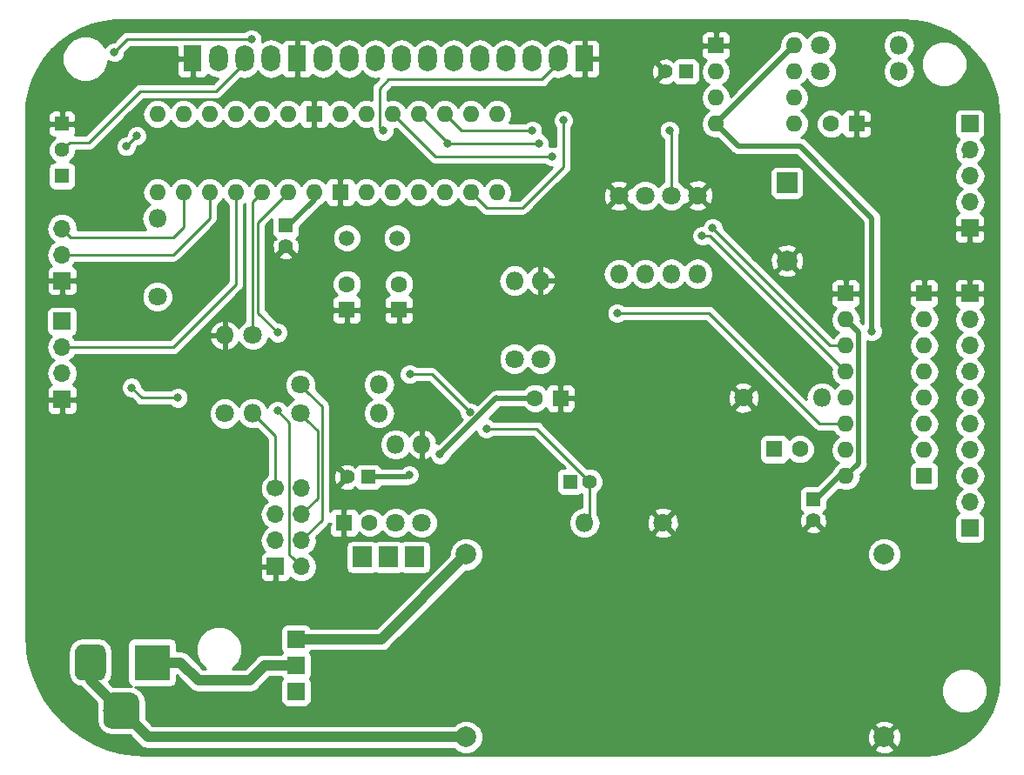
<source format=gbr>
G04 #@! TF.GenerationSoftware,KiCad,Pcbnew,5.0.2-bee76a0~70~ubuntu16.04.1*
G04 #@! TF.CreationDate,2020-01-14T09:55:27-07:00*
G04 #@! TF.ProjectId,Environment_Controller_KiCad_THT,456e7669-726f-46e6-9d65-6e745f436f6e,rev?*
G04 #@! TF.SameCoordinates,Original*
G04 #@! TF.FileFunction,Copper,L2,Bot*
G04 #@! TF.FilePolarity,Positive*
%FSLAX46Y46*%
G04 Gerber Fmt 4.6, Leading zero omitted, Abs format (unit mm)*
G04 Created by KiCad (PCBNEW 5.0.2-bee76a0~70~ubuntu16.04.1) date Tue 14 Jan 2020 09:55:27 AM MST*
%MOMM*%
%LPD*%
G01*
G04 APERTURE LIST*
G04 #@! TA.AperFunction,ComponentPad*
%ADD10C,2.000000*%
G04 #@! TD*
G04 #@! TA.AperFunction,ComponentPad*
%ADD11C,1.400000*%
G04 #@! TD*
G04 #@! TA.AperFunction,ComponentPad*
%ADD12R,1.400000X1.400000*%
G04 #@! TD*
G04 #@! TA.AperFunction,ComponentPad*
%ADD13O,1.800000X1.800000*%
G04 #@! TD*
G04 #@! TA.AperFunction,ComponentPad*
%ADD14C,1.800000*%
G04 #@! TD*
G04 #@! TA.AperFunction,ComponentPad*
%ADD15R,1.600000X1.600000*%
G04 #@! TD*
G04 #@! TA.AperFunction,ComponentPad*
%ADD16C,1.600000*%
G04 #@! TD*
G04 #@! TA.AperFunction,ComponentPad*
%ADD17O,1.600000X1.600000*%
G04 #@! TD*
G04 #@! TA.AperFunction,ComponentPad*
%ADD18R,1.800000X2.600000*%
G04 #@! TD*
G04 #@! TA.AperFunction,ComponentPad*
%ADD19O,1.800000X2.600000*%
G04 #@! TD*
G04 #@! TA.AperFunction,ComponentPad*
%ADD20R,1.905000X2.000000*%
G04 #@! TD*
G04 #@! TA.AperFunction,ComponentPad*
%ADD21R,2.000000X2.000000*%
G04 #@! TD*
G04 #@! TA.AperFunction,ComponentPad*
%ADD22R,1.700000X1.700000*%
G04 #@! TD*
G04 #@! TA.AperFunction,ComponentPad*
%ADD23O,1.700000X1.700000*%
G04 #@! TD*
G04 #@! TA.AperFunction,ComponentPad*
%ADD24C,1.500000*%
G04 #@! TD*
G04 #@! TA.AperFunction,ComponentPad*
%ADD25R,1.440000X1.440000*%
G04 #@! TD*
G04 #@! TA.AperFunction,ComponentPad*
%ADD26C,1.440000*%
G04 #@! TD*
G04 #@! TA.AperFunction,ComponentPad*
%ADD27R,3.500000X3.500000*%
G04 #@! TD*
G04 #@! TA.AperFunction,Conductor*
%ADD28C,0.100000*%
G04 #@! TD*
G04 #@! TA.AperFunction,ComponentPad*
%ADD29C,3.000000*%
G04 #@! TD*
G04 #@! TA.AperFunction,ComponentPad*
%ADD30C,3.500000*%
G04 #@! TD*
G04 #@! TA.AperFunction,ComponentPad*
%ADD31C,1.700000*%
G04 #@! TD*
G04 #@! TA.AperFunction,ViaPad*
%ADD32C,0.800000*%
G04 #@! TD*
G04 #@! TA.AperFunction,Conductor*
%ADD33C,1.000000*%
G04 #@! TD*
G04 #@! TA.AperFunction,Conductor*
%ADD34C,0.500000*%
G04 #@! TD*
G04 #@! TA.AperFunction,Conductor*
%ADD35C,0.250000*%
G04 #@! TD*
G04 #@! TA.AperFunction,Conductor*
%ADD36C,0.254000*%
G04 #@! TD*
G04 APERTURE END LIST*
D10*
G04 #@! TO.P,L1,4*
G04 #@! TO.N,+5V*
X174180000Y-112740000D03*
G04 #@! TO.P,L1,3*
G04 #@! TO.N,GND*
X174180000Y-130520000D03*
G04 #@! TO.P,L1,2*
G04 #@! TO.N,Net-(L1-Pad2)*
X133540000Y-112740000D03*
G04 #@! TO.P,L1,1*
G04 #@! TO.N,Net-(J1-Pad2)*
X133540000Y-130520000D03*
G04 #@! TD*
D11*
G04 #@! TO.P,C9,2*
G04 #@! TO.N,GND*
X152872000Y-65750000D03*
D12*
G04 #@! TO.P,C9,1*
G04 #@! TO.N,Net-(C9-Pad1)*
X154904000Y-65750000D03*
G04 #@! TD*
G04 #@! TO.P,C1,1*
G04 #@! TO.N,+5V*
X116000000Y-80746000D03*
D11*
G04 #@! TO.P,C1,2*
G04 #@! TO.N,GND*
X116000000Y-82778000D03*
G04 #@! TD*
G04 #@! TO.P,C7,2*
G04 #@! TO.N,GND*
X167269888Y-109438000D03*
D12*
G04 #@! TO.P,C7,1*
G04 #@! TO.N,+5V*
X167269888Y-107406000D03*
G04 #@! TD*
G04 #@! TO.P,C5,1*
G04 #@! TO.N,+3V3*
X123997868Y-105210651D03*
D11*
G04 #@! TO.P,C5,2*
G04 #@! TO.N,GND*
X121965868Y-105210651D03*
G04 #@! TD*
D13*
G04 #@! TO.P,R2,2*
G04 #@! TO.N,+3V3*
X125045549Y-99023366D03*
D14*
G04 #@! TO.P,R2,1*
G04 #@! TO.N,Net-(R2-Pad1)*
X117425549Y-99023366D03*
G04 #@! TD*
G04 #@! TO.P,R1,1*
G04 #@! TO.N,Net-(R1-Pad1)*
X117425549Y-96230000D03*
D13*
G04 #@! TO.P,R1,2*
G04 #@! TO.N,+3V3*
X125045549Y-96230000D03*
G04 #@! TD*
G04 #@! TO.P,R4,2*
G04 #@! TO.N,GND*
X110056500Y-91404000D03*
D14*
G04 #@! TO.P,R4,1*
G04 #@! TO.N,Net-(R3-Pad2)*
X110056500Y-99024000D03*
G04 #@! TD*
D13*
G04 #@! TO.P,R6,2*
G04 #@! TO.N,Net-(J3-Pad4)*
X103516000Y-80037500D03*
D14*
G04 #@! TO.P,R6,1*
G04 #@! TO.N,+5V*
X103516000Y-87657500D03*
G04 #@! TD*
G04 #@! TO.P,R7,1*
G04 #@! TO.N,+3V3*
X126688868Y-109655651D03*
D13*
G04 #@! TO.P,R7,2*
G04 #@! TO.N,Net-(R7-Pad2)*
X126688868Y-102035651D03*
G04 #@! TD*
G04 #@! TO.P,R8,2*
G04 #@! TO.N,GND*
X129228868Y-102035651D03*
D14*
G04 #@! TO.P,R8,1*
G04 #@! TO.N,Net-(R7-Pad2)*
X129228868Y-109655651D03*
G04 #@! TD*
G04 #@! TO.P,R9,1*
G04 #@! TO.N,Net-(R10-Pad1)*
X138233381Y-93706905D03*
D13*
G04 #@! TO.P,R9,2*
G04 #@! TO.N,SS_FlashMemory*
X138233381Y-86086905D03*
G04 #@! TD*
G04 #@! TO.P,R10,2*
G04 #@! TO.N,GND*
X140773381Y-86086905D03*
D14*
G04 #@! TO.P,R10,1*
G04 #@! TO.N,Net-(R10-Pad1)*
X140773381Y-93706905D03*
G04 #@! TD*
G04 #@! TO.P,R11,1*
G04 #@! TO.N,GND*
X152665000Y-109660000D03*
D13*
G04 #@! TO.P,R11,2*
G04 #@! TO.N,LDR*
X145045000Y-109660000D03*
G04 #@! TD*
G04 #@! TO.P,R13,2*
G04 #@! TO.N,Net-(R13-Pad2)*
X148395322Y-85460731D03*
D14*
G04 #@! TO.P,R13,1*
G04 #@! TO.N,GND*
X148395322Y-77840731D03*
G04 #@! TD*
G04 #@! TO.P,R14,1*
G04 #@! TO.N,Clock*
X150935322Y-77840731D03*
D13*
G04 #@! TO.P,R14,2*
G04 #@! TO.N,Net-(R13-Pad2)*
X150935322Y-85460731D03*
G04 #@! TD*
G04 #@! TO.P,R15,2*
G04 #@! TO.N,Net-(R15-Pad2)*
X153487363Y-85410535D03*
D14*
G04 #@! TO.P,R15,1*
G04 #@! TO.N,MOSI*
X153487363Y-77790535D03*
G04 #@! TD*
G04 #@! TO.P,R16,1*
G04 #@! TO.N,GND*
X156027363Y-77790535D03*
D13*
G04 #@! TO.P,R16,2*
G04 #@! TO.N,Net-(R15-Pad2)*
X156027363Y-85410535D03*
G04 #@! TD*
G04 #@! TO.P,R17,2*
G04 #@! TO.N,Net-(C10-Pad2)*
X168120000Y-97500000D03*
D14*
G04 #@! TO.P,R17,1*
G04 #@! TO.N,GND*
X160500000Y-97500000D03*
G04 #@! TD*
G04 #@! TO.P,R19,1*
G04 #@! TO.N,Alarm*
X168000000Y-63210000D03*
D13*
G04 #@! TO.P,R19,2*
G04 #@! TO.N,Net-(R19-Pad2)*
X175620000Y-63210000D03*
G04 #@! TD*
G04 #@! TO.P,R20,2*
G04 #@! TO.N,Net-(C9-Pad1)*
X175620000Y-65750000D03*
D14*
G04 #@! TO.P,R20,1*
G04 #@! TO.N,Net-(R19-Pad2)*
X168000000Y-65750000D03*
G04 #@! TD*
G04 #@! TO.P,R3,1*
G04 #@! TO.N,ESP01_RX*
X112784630Y-91381163D03*
D13*
G04 #@! TO.P,R3,2*
G04 #@! TO.N,Net-(R3-Pad2)*
X112784630Y-99001163D03*
G04 #@! TD*
D15*
G04 #@! TO.P,C10,1*
G04 #@! TO.N,+5V*
X163500000Y-102500000D03*
D16*
G04 #@! TO.P,C10,2*
G04 #@! TO.N,Net-(C10-Pad2)*
X166000000Y-102500000D03*
G04 #@! TD*
G04 #@! TO.P,C8,1*
G04 #@! TO.N,Net-(C8-Pad1)*
X169000000Y-70830000D03*
D15*
G04 #@! TO.P,C8,2*
G04 #@! TO.N,GND*
X171500000Y-70830000D03*
G04 #@! TD*
G04 #@! TO.P,U7,1*
G04 #@! TO.N,GND*
X157825000Y-63210000D03*
D17*
G04 #@! TO.P,U7,5*
G04 #@! TO.N,Net-(C8-Pad1)*
X165445000Y-70830000D03*
G04 #@! TO.P,U7,2*
G04 #@! TO.N,Net-(C9-Pad1)*
X157825000Y-65750000D03*
G04 #@! TO.P,U7,6*
X165445000Y-68290000D03*
G04 #@! TO.P,U7,3*
G04 #@! TO.N,Net-(BZ1-Pad1)*
X157825000Y-68290000D03*
G04 #@! TO.P,U7,7*
G04 #@! TO.N,Net-(R19-Pad2)*
X165445000Y-65750000D03*
G04 #@! TO.P,U7,4*
G04 #@! TO.N,Alarm*
X157825000Y-70830000D03*
G04 #@! TO.P,U7,8*
X165445000Y-63210000D03*
G04 #@! TD*
D18*
G04 #@! TO.P,DS1,1*
G04 #@! TO.N,GND*
X106945000Y-64480000D03*
D19*
G04 #@! TO.P,DS1,2*
G04 #@! TO.N,+5V*
X109485000Y-64480000D03*
G04 #@! TO.P,DS1,3*
G04 #@! TO.N,Net-(DS1-Pad3)*
X112025000Y-64480000D03*
G04 #@! TO.P,DS1,4*
G04 #@! TO.N,LCD_RS*
X114565000Y-64480000D03*
D18*
G04 #@! TO.P,DS1,5*
G04 #@! TO.N,GND*
X117105000Y-64480000D03*
D19*
G04 #@! TO.P,DS1,6*
G04 #@! TO.N,LCD_E*
X119645000Y-64480000D03*
G04 #@! TO.P,DS1,7*
G04 #@! TO.N,Net-(DS1-Pad7)*
X122185000Y-64480000D03*
G04 #@! TO.P,DS1,8*
G04 #@! TO.N,Net-(DS1-Pad8)*
X124725000Y-64480000D03*
G04 #@! TO.P,DS1,9*
G04 #@! TO.N,Net-(DS1-Pad9)*
X127265000Y-64480000D03*
G04 #@! TO.P,DS1,10*
G04 #@! TO.N,Net-(DS1-Pad10)*
X129805000Y-64480000D03*
G04 #@! TO.P,DS1,11*
G04 #@! TO.N,LCD_DB4*
X132345000Y-64480000D03*
G04 #@! TO.P,DS1,12*
G04 #@! TO.N,LCD_DB5*
X134885000Y-64480000D03*
G04 #@! TO.P,DS1,13*
G04 #@! TO.N,LCD_DB6*
X137425000Y-64480000D03*
G04 #@! TO.P,DS1,14*
G04 #@! TO.N,LCD_DB7*
X139965000Y-64480000D03*
G04 #@! TO.P,DS1,15*
G04 #@! TO.N,Backlight*
X142505000Y-64480000D03*
D18*
G04 #@! TO.P,DS1,16*
G04 #@! TO.N,GND*
X145045000Y-64480000D03*
G04 #@! TD*
D20*
G04 #@! TO.P,U4,1*
G04 #@! TO.N,Net-(R7-Pad2)*
X128500000Y-113000000D03*
G04 #@! TO.P,U4,3*
G04 #@! TO.N,+3V3*
X125960000Y-113000000D03*
G04 #@! TO.P,U4,2*
G04 #@! TO.N,+5V*
X123420000Y-113000000D03*
G04 #@! TD*
D21*
G04 #@! TO.P,BZ1,1*
G04 #@! TO.N,Net-(BZ1-Pad1)*
X164730000Y-76565000D03*
D10*
G04 #@! TO.P,BZ1,2*
G04 #@! TO.N,GND*
X164730000Y-84165000D03*
G04 #@! TD*
D16*
G04 #@! TO.P,C2,2*
G04 #@! TO.N,Net-(C2-Pad2)*
X121931000Y-86427500D03*
D15*
G04 #@! TO.P,C2,1*
G04 #@! TO.N,GND*
X121931000Y-88927500D03*
G04 #@! TD*
G04 #@! TO.P,C3,1*
G04 #@! TO.N,GND*
X127011000Y-88927500D03*
D16*
G04 #@! TO.P,C3,2*
G04 #@! TO.N,Net-(C3-Pad2)*
X127011000Y-86427500D03*
G04 #@! TD*
D15*
G04 #@! TO.P,C4,2*
G04 #@! TO.N,GND*
X121648868Y-109655651D03*
D16*
G04 #@! TO.P,C4,1*
G04 #@! TO.N,+5V*
X124148868Y-109655651D03*
G04 #@! TD*
G04 #@! TO.P,C6,1*
G04 #@! TO.N,+3V3*
X140208000Y-97536000D03*
D15*
G04 #@! TO.P,C6,2*
G04 #@! TO.N,GND*
X142708000Y-97536000D03*
G04 #@! TD*
D22*
G04 #@! TO.P,SW1,3*
G04 #@! TO.N,Net-(SW1-Pad3)*
X117000000Y-126080000D03*
G04 #@! TO.P,SW1,2*
G04 #@! TO.N,Net-(J1-Pad1)*
X117000000Y-123540000D03*
G04 #@! TO.P,SW1,1*
G04 #@! TO.N,Net-(L1-Pad2)*
X117000000Y-121000000D03*
G04 #@! TD*
G04 #@! TO.P,J2,3*
G04 #@! TO.N,GND*
X94234000Y-86106000D03*
D23*
G04 #@! TO.P,J2,2*
G04 #@! TO.N,Net-(J2-Pad2)*
X94234000Y-83566000D03*
G04 #@! TO.P,J2,1*
G04 #@! TO.N,Net-(J2-Pad1)*
X94234000Y-81026000D03*
G04 #@! TD*
D22*
G04 #@! TO.P,U1,1*
G04 #@! TO.N,GND*
X94234000Y-97663000D03*
D23*
G04 #@! TO.P,U1,2*
G04 #@! TO.N,Net-(U1-Pad2)*
X94234000Y-95123000D03*
G04 #@! TO.P,U1,3*
G04 #@! TO.N,DHT11*
X94234000Y-92583000D03*
D22*
G04 #@! TO.P,U1,4*
G04 #@! TO.N,+5V*
X94234000Y-90043000D03*
G04 #@! TD*
G04 #@! TO.P,J3,1*
G04 #@! TO.N,MOSI*
X182510000Y-70830000D03*
D23*
G04 #@! TO.P,J3,2*
G04 #@! TO.N,MISO*
X182510000Y-73370000D03*
G04 #@! TO.P,J3,3*
G04 #@! TO.N,Clock*
X182510000Y-75910000D03*
G04 #@! TO.P,J3,4*
G04 #@! TO.N,Net-(J3-Pad4)*
X182510000Y-78450000D03*
D22*
G04 #@! TO.P,J3,5*
G04 #@! TO.N,GND*
X182510000Y-80990000D03*
G04 #@! TD*
G04 #@! TO.P,J4,1*
G04 #@! TO.N,+5V*
X182510000Y-110200000D03*
D23*
G04 #@! TO.P,J4,2*
G04 #@! TO.N,Alarm*
X182510000Y-107660000D03*
G04 #@! TO.P,J4,3*
G04 #@! TO.N,Net-(J4-Pad3)*
X182510000Y-105120000D03*
G04 #@! TO.P,J4,4*
G04 #@! TO.N,Net-(J4-Pad4)*
X182510000Y-102580000D03*
G04 #@! TO.P,J4,5*
G04 #@! TO.N,Net-(J4-Pad5)*
X182510000Y-100040000D03*
G04 #@! TO.P,J4,6*
G04 #@! TO.N,Net-(J4-Pad6)*
X182510000Y-97500000D03*
G04 #@! TO.P,J4,7*
G04 #@! TO.N,Net-(J4-Pad7)*
X182510000Y-94960000D03*
G04 #@! TO.P,J4,8*
G04 #@! TO.N,Net-(J4-Pad8)*
X182510000Y-92420000D03*
G04 #@! TO.P,J4,9*
G04 #@! TO.N,Net-(J4-Pad9)*
X182510000Y-89880000D03*
D22*
G04 #@! TO.P,J4,10*
G04 #@! TO.N,GND*
X182510000Y-87340000D03*
G04 #@! TD*
D24*
G04 #@! TO.P,Y1,1*
G04 #@! TO.N,Net-(C2-Pad2)*
X121931000Y-81942500D03*
G04 #@! TO.P,Y1,2*
G04 #@! TO.N,Net-(C3-Pad2)*
X126831000Y-81942500D03*
G04 #@! TD*
D15*
G04 #@! TO.P,U6,1*
G04 #@! TO.N,Net-(J4-Pad3)*
X178065000Y-105120000D03*
G04 #@! TO.P,U6,9*
G04 #@! TO.N,GND*
X170445000Y-87340000D03*
D17*
G04 #@! TO.P,U6,2*
G04 #@! TO.N,Net-(J4-Pad4)*
X178065000Y-102580000D03*
G04 #@! TO.P,U6,10*
G04 #@! TO.N,+5V*
X170445000Y-89880000D03*
G04 #@! TO.P,U6,3*
G04 #@! TO.N,Net-(J4-Pad5)*
X178065000Y-100040000D03*
G04 #@! TO.P,U6,11*
G04 #@! TO.N,SHCP_SRCLK*
X170445000Y-92420000D03*
G04 #@! TO.P,U6,4*
G04 #@! TO.N,Net-(J4-Pad6)*
X178065000Y-97500000D03*
G04 #@! TO.P,U6,12*
G04 #@! TO.N,STCP_RCLK*
X170445000Y-94960000D03*
G04 #@! TO.P,U6,5*
G04 #@! TO.N,Net-(J4-Pad7)*
X178065000Y-94960000D03*
G04 #@! TO.P,U6,13*
G04 #@! TO.N,Net-(C10-Pad2)*
X170445000Y-97500000D03*
G04 #@! TO.P,U6,6*
G04 #@! TO.N,Net-(J4-Pad8)*
X178065000Y-92420000D03*
G04 #@! TO.P,U6,14*
G04 #@! TO.N,DS_SER*
X170445000Y-100040000D03*
G04 #@! TO.P,U6,7*
G04 #@! TO.N,Net-(J4-Pad9)*
X178065000Y-89880000D03*
G04 #@! TO.P,U6,15*
G04 #@! TO.N,Alarm*
X170445000Y-102580000D03*
D15*
G04 #@! TO.P,U6,8*
G04 #@! TO.N,GND*
X178065000Y-87340000D03*
D17*
G04 #@! TO.P,U6,16*
G04 #@! TO.N,+5V*
X170445000Y-105120000D03*
G04 #@! TD*
G04 #@! TO.P,U2,1*
G04 #@! TO.N,Net-(J3-Pad4)*
X103516000Y-77497500D03*
G04 #@! TO.P,U2,15*
G04 #@! TO.N,SHCP_SRCLK*
X136536000Y-69877500D03*
G04 #@! TO.P,U2,2*
G04 #@! TO.N,Net-(J2-Pad1)*
X106056000Y-77497500D03*
G04 #@! TO.P,U2,16*
G04 #@! TO.N,STCP_RCLK*
X133996000Y-69877500D03*
G04 #@! TO.P,U2,3*
G04 #@! TO.N,Net-(J2-Pad2)*
X108596000Y-77497500D03*
G04 #@! TO.P,U2,17*
G04 #@! TO.N,MOSI*
X131456000Y-69877500D03*
G04 #@! TO.P,U2,4*
G04 #@! TO.N,DHT11*
X111136000Y-77497500D03*
G04 #@! TO.P,U2,18*
G04 #@! TO.N,MISO*
X128916000Y-69877500D03*
G04 #@! TO.P,U2,5*
G04 #@! TO.N,ESP01_RX*
X113676000Y-77497500D03*
G04 #@! TO.P,U2,19*
G04 #@! TO.N,Clock*
X126376000Y-69877500D03*
G04 #@! TO.P,U2,6*
G04 #@! TO.N,ESP01_TX*
X116216000Y-77497500D03*
G04 #@! TO.P,U2,20*
G04 #@! TO.N,+5V*
X123836000Y-69877500D03*
G04 #@! TO.P,U2,7*
X118756000Y-77497500D03*
G04 #@! TO.P,U2,21*
X121296000Y-69877500D03*
D15*
G04 #@! TO.P,U2,8*
G04 #@! TO.N,GND*
X121296000Y-77497500D03*
G04 #@! TO.P,U2,22*
X118756000Y-69877500D03*
D17*
G04 #@! TO.P,U2,9*
G04 #@! TO.N,Net-(C2-Pad2)*
X123836000Y-77497500D03*
G04 #@! TO.P,U2,23*
G04 #@! TO.N,LDR*
X116216000Y-69877500D03*
G04 #@! TO.P,U2,10*
G04 #@! TO.N,Net-(C3-Pad2)*
X126376000Y-77497500D03*
G04 #@! TO.P,U2,24*
G04 #@! TO.N,LCD_DB6*
X113676000Y-69877500D03*
G04 #@! TO.P,U2,11*
G04 #@! TO.N,SS_FlashMemory*
X128916000Y-77497500D03*
G04 #@! TO.P,U2,25*
G04 #@! TO.N,LCD_DB5*
X111136000Y-69877500D03*
G04 #@! TO.P,U2,12*
G04 #@! TO.N,Backlight*
X131456000Y-77497500D03*
G04 #@! TO.P,U2,26*
G04 #@! TO.N,LCD_DB4*
X108596000Y-69877500D03*
G04 #@! TO.P,U2,13*
G04 #@! TO.N,LCD_DB7*
X133996000Y-77497500D03*
G04 #@! TO.P,U2,27*
G04 #@! TO.N,LCD_E*
X106056000Y-69877500D03*
G04 #@! TO.P,U2,14*
G04 #@! TO.N,DS_SER*
X136536000Y-77497500D03*
G04 #@! TO.P,U2,28*
G04 #@! TO.N,LCD_RS*
X103516000Y-69877500D03*
G04 #@! TD*
D25*
G04 #@! TO.P,RV1,1*
G04 #@! TO.N,GND*
X94245000Y-70830000D03*
D26*
G04 #@! TO.P,RV1,2*
G04 #@! TO.N,Net-(DS1-Pad3)*
X94245000Y-73370000D03*
D25*
G04 #@! TO.P,RV1,3*
G04 #@! TO.N,+5V*
X94245000Y-75910000D03*
G04 #@! TD*
D11*
G04 #@! TO.P,R12,1*
G04 #@! TO.N,LDR*
X145542000Y-105664000D03*
D12*
G04 #@! TO.P,R12,2*
G04 #@! TO.N,+5V*
X143642000Y-105664000D03*
G04 #@! TD*
D27*
G04 #@! TO.P,J1,1*
G04 #@! TO.N,Net-(J1-Pad1)*
X103000000Y-123250000D03*
D28*
G04 #@! TD*
G04 #@! TO.N,Net-(J1-Pad2)*
G04 #@! TO.C,J1*
G36*
X97823513Y-121503611D02*
X97896318Y-121514411D01*
X97967714Y-121532295D01*
X98037013Y-121557090D01*
X98103548Y-121588559D01*
X98166678Y-121626398D01*
X98225795Y-121670242D01*
X98280330Y-121719670D01*
X98329758Y-121774205D01*
X98373602Y-121833322D01*
X98411441Y-121896452D01*
X98442910Y-121962987D01*
X98467705Y-122032286D01*
X98485589Y-122103682D01*
X98496389Y-122176487D01*
X98500000Y-122250000D01*
X98500000Y-124250000D01*
X98496389Y-124323513D01*
X98485589Y-124396318D01*
X98467705Y-124467714D01*
X98442910Y-124537013D01*
X98411441Y-124603548D01*
X98373602Y-124666678D01*
X98329758Y-124725795D01*
X98280330Y-124780330D01*
X98225795Y-124829758D01*
X98166678Y-124873602D01*
X98103548Y-124911441D01*
X98037013Y-124942910D01*
X97967714Y-124967705D01*
X97896318Y-124985589D01*
X97823513Y-124996389D01*
X97750000Y-125000000D01*
X96250000Y-125000000D01*
X96176487Y-124996389D01*
X96103682Y-124985589D01*
X96032286Y-124967705D01*
X95962987Y-124942910D01*
X95896452Y-124911441D01*
X95833322Y-124873602D01*
X95774205Y-124829758D01*
X95719670Y-124780330D01*
X95670242Y-124725795D01*
X95626398Y-124666678D01*
X95588559Y-124603548D01*
X95557090Y-124537013D01*
X95532295Y-124467714D01*
X95514411Y-124396318D01*
X95503611Y-124323513D01*
X95500000Y-124250000D01*
X95500000Y-122250000D01*
X95503611Y-122176487D01*
X95514411Y-122103682D01*
X95532295Y-122032286D01*
X95557090Y-121962987D01*
X95588559Y-121896452D01*
X95626398Y-121833322D01*
X95670242Y-121774205D01*
X95719670Y-121719670D01*
X95774205Y-121670242D01*
X95833322Y-121626398D01*
X95896452Y-121588559D01*
X95962987Y-121557090D01*
X96032286Y-121532295D01*
X96103682Y-121514411D01*
X96176487Y-121503611D01*
X96250000Y-121500000D01*
X97750000Y-121500000D01*
X97823513Y-121503611D01*
X97823513Y-121503611D01*
G37*
D29*
G04 #@! TO.P,J1,2*
G04 #@! TO.N,Net-(J1-Pad2)*
X97000000Y-123250000D03*
D28*
G04 #@! TD*
G04 #@! TO.N,Net-(J1-Pad2)*
G04 #@! TO.C,J1*
G36*
X100960765Y-126204213D02*
X101045704Y-126216813D01*
X101128999Y-126237677D01*
X101209848Y-126266605D01*
X101287472Y-126303319D01*
X101361124Y-126347464D01*
X101430094Y-126398616D01*
X101493718Y-126456282D01*
X101551384Y-126519906D01*
X101602536Y-126588876D01*
X101646681Y-126662528D01*
X101683395Y-126740152D01*
X101712323Y-126821001D01*
X101733187Y-126904296D01*
X101745787Y-126989235D01*
X101750000Y-127075000D01*
X101750000Y-128825000D01*
X101745787Y-128910765D01*
X101733187Y-128995704D01*
X101712323Y-129078999D01*
X101683395Y-129159848D01*
X101646681Y-129237472D01*
X101602536Y-129311124D01*
X101551384Y-129380094D01*
X101493718Y-129443718D01*
X101430094Y-129501384D01*
X101361124Y-129552536D01*
X101287472Y-129596681D01*
X101209848Y-129633395D01*
X101128999Y-129662323D01*
X101045704Y-129683187D01*
X100960765Y-129695787D01*
X100875000Y-129700000D01*
X99125000Y-129700000D01*
X99039235Y-129695787D01*
X98954296Y-129683187D01*
X98871001Y-129662323D01*
X98790152Y-129633395D01*
X98712528Y-129596681D01*
X98638876Y-129552536D01*
X98569906Y-129501384D01*
X98506282Y-129443718D01*
X98448616Y-129380094D01*
X98397464Y-129311124D01*
X98353319Y-129237472D01*
X98316605Y-129159848D01*
X98287677Y-129078999D01*
X98266813Y-128995704D01*
X98254213Y-128910765D01*
X98250000Y-128825000D01*
X98250000Y-127075000D01*
X98254213Y-126989235D01*
X98266813Y-126904296D01*
X98287677Y-126821001D01*
X98316605Y-126740152D01*
X98353319Y-126662528D01*
X98397464Y-126588876D01*
X98448616Y-126519906D01*
X98506282Y-126456282D01*
X98569906Y-126398616D01*
X98638876Y-126347464D01*
X98712528Y-126303319D01*
X98790152Y-126266605D01*
X98871001Y-126237677D01*
X98954296Y-126216813D01*
X99039235Y-126204213D01*
X99125000Y-126200000D01*
X100875000Y-126200000D01*
X100960765Y-126204213D01*
X100960765Y-126204213D01*
G37*
D30*
G04 #@! TO.P,J1,MP*
G04 #@! TO.N,Net-(J1-Pad2)*
X100000000Y-127950000D03*
G04 #@! TD*
D31*
G04 #@! TO.P,U3,4*
G04 #@! TO.N,Net-(R3-Pad2)*
X114975052Y-106313643D03*
D23*
G04 #@! TO.P,U3,5*
G04 #@! TO.N,+3V3*
X117515052Y-106313643D03*
G04 #@! TO.P,U3,3*
G04 #@! TO.N,Net-(U3-Pad3)*
X114975052Y-108853643D03*
G04 #@! TO.P,U3,6*
G04 #@! TO.N,Net-(R2-Pad1)*
X117515052Y-108853643D03*
G04 #@! TO.P,U3,2*
G04 #@! TO.N,Net-(U3-Pad2)*
X114975052Y-111393643D03*
G04 #@! TO.P,U3,7*
G04 #@! TO.N,Net-(R1-Pad1)*
X117515052Y-111393643D03*
D22*
G04 #@! TO.P,U3,1*
G04 #@! TO.N,GND*
X114975052Y-113933643D03*
D23*
G04 #@! TO.P,U3,8*
G04 #@! TO.N,ESP01_TX*
X117515052Y-113933643D03*
G04 #@! TD*
D32*
G04 #@! TO.N,GND*
X148500000Y-99000000D03*
X167640000Y-83820000D03*
G04 #@! TO.N,+3V3*
X128000000Y-105000000D03*
X131000000Y-103000000D03*
G04 #@! TO.N,ESP01_TX*
X115200000Y-91150000D03*
X115200000Y-98770000D03*
G04 #@! TO.N,MOSI*
X139965000Y-71465000D03*
X153300000Y-71465000D03*
G04 #@! TO.N,Net-(J3-Pad4)*
X99325000Y-63845000D03*
X112660000Y-62575000D03*
G04 #@! TO.N,LDR*
X101510153Y-71989847D03*
X100484847Y-73015153D03*
X101000000Y-96500000D03*
X105500000Y-97500000D03*
X128049999Y-95204999D03*
X133898959Y-98898959D03*
X135500000Y-100500000D03*
G04 #@! TO.N,Clock*
X141870000Y-74005000D03*
G04 #@! TO.N,MISO*
X140600000Y-72735000D03*
X131710000Y-72735000D03*
G04 #@! TO.N,SHCP_SRCLK*
X157497998Y-80990000D03*
G04 #@! TO.N,STCP_RCLK*
X156475000Y-81715000D03*
G04 #@! TO.N,LCD_DB7*
X143000000Y-70500000D03*
G04 #@! TO.N,DS_SER*
X148220000Y-89245000D03*
G04 #@! TO.N,Backlight*
X125500000Y-71500000D03*
G04 #@! TO.N,Alarm*
X173000000Y-91000000D03*
G04 #@! TD*
D33*
G04 #@! TO.N,Net-(J1-Pad2)*
X97000000Y-124950000D02*
X100000000Y-127950000D01*
X97000000Y-123250000D02*
X97000000Y-124950000D01*
X100000000Y-127950000D02*
X102570000Y-130520000D01*
X102570000Y-130520000D02*
X133540000Y-130520000D01*
G04 #@! TO.N,Net-(L1-Pad2)*
X125280000Y-121000000D02*
X133540000Y-112740000D01*
X117000000Y-121000000D02*
X125280000Y-121000000D01*
D34*
G04 #@! TO.N,+5V*
X171244999Y-90679999D02*
X170445000Y-89880000D01*
X171695001Y-103869999D02*
X171695001Y-91130001D01*
X171695001Y-91130001D02*
X171244999Y-90679999D01*
X170445000Y-105120000D02*
X171695001Y-103869999D01*
X169810000Y-105120000D02*
X167270000Y-107660000D01*
X170445000Y-105120000D02*
X169810000Y-105120000D01*
X118756000Y-78244000D02*
X116000000Y-81000000D01*
X118756000Y-77497500D02*
X118756000Y-78244000D01*
D35*
G04 #@! TO.N,Net-(R3-Pad2)*
X114975052Y-101191585D02*
X112784630Y-99001163D01*
X114975052Y-106313643D02*
X114975052Y-101191585D01*
D34*
G04 #@! TO.N,+3V3*
X127789349Y-105210651D02*
X128000000Y-105000000D01*
X123743868Y-105210651D02*
X127789349Y-105210651D01*
X131000000Y-103000000D02*
X136000000Y-98000000D01*
X136000000Y-98000000D02*
X136500000Y-97500000D01*
X136536000Y-97536000D02*
X140208000Y-97536000D01*
D35*
G04 #@! TO.N,Net-(R2-Pad1)*
X119073500Y-100671317D02*
X118125548Y-99723365D01*
X118125548Y-99723365D02*
X117425549Y-99023366D01*
X119073500Y-107295195D02*
X119073500Y-100671317D01*
X117515052Y-108853643D02*
X119073500Y-107295195D01*
G04 #@! TO.N,Net-(R1-Pad1)*
X118125548Y-96929999D02*
X117425549Y-96230000D01*
X119523510Y-98327961D02*
X118125548Y-96929999D01*
X119523510Y-109385185D02*
X119523510Y-98327961D01*
X117515052Y-111393643D02*
X119523510Y-109385185D01*
G04 #@! TO.N,ESP01_TX*
X116216000Y-77497500D02*
X113295000Y-80418500D01*
X113295000Y-80418500D02*
X113295000Y-89245000D01*
X113295000Y-89245000D02*
X115200000Y-91150000D01*
X116665053Y-113083644D02*
X117515052Y-113933643D01*
X116340051Y-112758642D02*
X116665053Y-113083644D01*
X116340051Y-99910051D02*
X116340051Y-112758642D01*
X115200000Y-98770000D02*
X116340051Y-99910051D01*
D33*
G04 #@! TO.N,Net-(J1-Pad1)*
X103000000Y-123250000D02*
X103000000Y-123400000D01*
X113960000Y-123540000D02*
X117000000Y-123540000D01*
X105750000Y-123250000D02*
X107500000Y-125000000D01*
X103000000Y-123250000D02*
X105750000Y-123250000D01*
X112500000Y-125000000D02*
X113960000Y-123540000D01*
X107500000Y-125000000D02*
X112500000Y-125000000D01*
D35*
G04 #@! TO.N,MOSI*
X131456000Y-69877500D02*
X133043500Y-71465000D01*
X133043500Y-71465000D02*
X139965000Y-71465000D01*
X153487363Y-71652363D02*
X153300000Y-71465000D01*
X153487363Y-77790535D02*
X153487363Y-71652363D01*
G04 #@! TO.N,ESP01_RX*
X112784630Y-78388870D02*
X112784630Y-91381163D01*
X113676000Y-77497500D02*
X112784630Y-78388870D01*
G04 #@! TO.N,Net-(J3-Pad4)*
X99325000Y-63845000D02*
X100595000Y-62575000D01*
X100595000Y-62575000D02*
X112660000Y-62575000D01*
G04 #@! TO.N,LDR*
X101510153Y-71989847D02*
X100484847Y-73015153D01*
X102000000Y-97500000D02*
X105500000Y-97500000D01*
X101000000Y-96500000D02*
X102000000Y-97500000D01*
X128049999Y-95204999D02*
X130204999Y-95204999D01*
X134000000Y-99000000D02*
X133898959Y-98898959D01*
X130204999Y-95204999D02*
X133898959Y-98898959D01*
X140378000Y-100500000D02*
X145542000Y-105664000D01*
X135500000Y-100500000D02*
X140378000Y-100500000D01*
X145542000Y-109163000D02*
X145045000Y-109660000D01*
X145542000Y-105664000D02*
X145542000Y-109163000D01*
G04 #@! TO.N,Clock*
X126376000Y-69877500D02*
X130503500Y-74005000D01*
X130503500Y-74005000D02*
X141870000Y-74005000D01*
G04 #@! TO.N,Net-(DS1-Pad3)*
X112025000Y-64880000D02*
X112025000Y-64480000D01*
X94964999Y-72650001D02*
X96849999Y-72650001D01*
X109250000Y-67655000D02*
X112025000Y-64880000D01*
X96849999Y-72650001D02*
X101845000Y-67655000D01*
X94245000Y-73370000D02*
X94964999Y-72650001D01*
X101845000Y-67655000D02*
X109250000Y-67655000D01*
G04 #@! TO.N,MISO*
X181875000Y-74005000D02*
X182510000Y-73370000D01*
X131773500Y-72735000D02*
X140600000Y-72735000D01*
X128916000Y-69877500D02*
X131773500Y-72735000D01*
G04 #@! TO.N,SHCP_SRCLK*
X169313630Y-92420000D02*
X170445000Y-92420000D01*
X168927998Y-92420000D02*
X169313630Y-92420000D01*
X157497998Y-80990000D02*
X168927998Y-92420000D01*
G04 #@! TO.N,Net-(J2-Pad1)*
X106056000Y-79999000D02*
X106056000Y-79756000D01*
X106056000Y-79756000D02*
X106056000Y-77497500D01*
X95083999Y-81875999D02*
X94234000Y-81026000D01*
X105068001Y-81875999D02*
X95083999Y-81875999D01*
X106056000Y-80888000D02*
X105068001Y-81875999D01*
X106056000Y-79756000D02*
X106056000Y-80888000D01*
G04 #@! TO.N,STCP_RCLK*
X157200001Y-81715001D02*
X170445000Y-94960000D01*
X156475000Y-81715000D02*
X157200001Y-81715001D01*
G04 #@! TO.N,Net-(J2-Pad2)*
X108596000Y-79999000D02*
X108596000Y-77497500D01*
X105029000Y-83566000D02*
X94234000Y-83566000D01*
X108596000Y-79999000D02*
X105029000Y-83566000D01*
G04 #@! TO.N,DHT11*
X105029000Y-92583000D02*
X94234000Y-92583000D01*
X111136000Y-86476000D02*
X105029000Y-92583000D01*
X111136000Y-77497500D02*
X111136000Y-86476000D01*
G04 #@! TO.N,LCD_DB7*
X135498500Y-79000000D02*
X139000000Y-79000000D01*
X133996000Y-77497500D02*
X135498500Y-79000000D01*
X139000000Y-79000000D02*
X143000000Y-75000000D01*
X139965000Y-64880000D02*
X139965000Y-64480000D01*
X143000000Y-75000000D02*
X143000000Y-70500000D01*
G04 #@! TO.N,DS_SER*
X148220000Y-89245000D02*
X157110000Y-89245000D01*
X167905000Y-100040000D02*
X170445000Y-100040000D01*
X157110000Y-89245000D02*
X167905000Y-100040000D01*
G04 #@! TO.N,Backlight*
X142505000Y-64880000D02*
X142505000Y-64480000D01*
X125100001Y-71141501D02*
X125100001Y-67399999D01*
X140885000Y-66500000D02*
X142505000Y-64880000D01*
X125500000Y-71541500D02*
X125100001Y-71141501D01*
X125100001Y-67399999D02*
X126000000Y-66500000D01*
X126000000Y-66500000D02*
X140885000Y-66500000D01*
D34*
G04 #@! TO.N,Alarm*
X157825000Y-70830000D02*
X165445000Y-63210000D01*
X159995000Y-73000000D02*
X157825000Y-70830000D01*
X166000000Y-73000000D02*
X159995000Y-73000000D01*
X172985000Y-79985000D02*
X166000000Y-73000000D01*
X172985000Y-83530000D02*
X172985000Y-79985000D01*
X173000000Y-83545000D02*
X172985000Y-83530000D01*
X173000000Y-91000000D02*
X173000000Y-83545000D01*
G04 #@! TD*
D36*
G04 #@! TO.N,GND*
G36*
X177164170Y-60784647D02*
X178309981Y-61003222D01*
X179419362Y-61363682D01*
X180474813Y-61860339D01*
X181459703Y-62485370D01*
X182358480Y-63228903D01*
X183156987Y-64079228D01*
X183842621Y-65022922D01*
X184404575Y-66045110D01*
X184833979Y-67129662D01*
X185124071Y-68259494D01*
X185271669Y-69427864D01*
X185290001Y-70011197D01*
X185290000Y-124974896D01*
X185215513Y-126026919D01*
X184998834Y-127033349D01*
X184642509Y-127999209D01*
X184153648Y-128905227D01*
X183542005Y-129733325D01*
X182819787Y-130466978D01*
X182001399Y-131091551D01*
X181103178Y-131594579D01*
X180143028Y-131966033D01*
X179140130Y-132198493D01*
X178092186Y-132289254D01*
X177997224Y-132290000D01*
X102519833Y-132290000D01*
X101185892Y-132215421D01*
X99888169Y-131995927D01*
X98622996Y-131633145D01*
X97406144Y-131131595D01*
X96252786Y-130497531D01*
X95177293Y-129738854D01*
X94193068Y-128865018D01*
X93312390Y-127886924D01*
X92546226Y-126816759D01*
X91904126Y-125667854D01*
X91394093Y-124454534D01*
X91022485Y-123191920D01*
X90856400Y-122250000D01*
X94852560Y-122250000D01*
X94852560Y-124250000D01*
X94958934Y-124784777D01*
X95261861Y-125238139D01*
X95715223Y-125541066D01*
X96078119Y-125613251D01*
X96181712Y-125768289D01*
X96276480Y-125831611D01*
X97602560Y-127157691D01*
X97602560Y-128825000D01*
X97718449Y-129407613D01*
X98048472Y-129901528D01*
X98542387Y-130231551D01*
X99125000Y-130347440D01*
X100792308Y-130347440D01*
X101688389Y-131243521D01*
X101751711Y-131338289D01*
X102116396Y-131581964D01*
X102127145Y-131589146D01*
X102570000Y-131677235D01*
X102681783Y-131655000D01*
X132362761Y-131655000D01*
X132613847Y-131906086D01*
X133214778Y-132155000D01*
X133865222Y-132155000D01*
X134466153Y-131906086D01*
X134699707Y-131672532D01*
X173207073Y-131672532D01*
X173305736Y-131939387D01*
X173915461Y-132165908D01*
X174565460Y-132141856D01*
X175054264Y-131939387D01*
X175152927Y-131672532D01*
X174180000Y-130699605D01*
X173207073Y-131672532D01*
X134699707Y-131672532D01*
X134926086Y-131446153D01*
X135175000Y-130845222D01*
X135175000Y-130255461D01*
X172534092Y-130255461D01*
X172558144Y-130905460D01*
X172760613Y-131394264D01*
X173027468Y-131492927D01*
X174000395Y-130520000D01*
X174359605Y-130520000D01*
X175332532Y-131492927D01*
X175599387Y-131394264D01*
X175825908Y-130784539D01*
X175801856Y-130134540D01*
X175599387Y-129645736D01*
X175332532Y-129547073D01*
X174359605Y-130520000D01*
X174000395Y-130520000D01*
X173027468Y-129547073D01*
X172760613Y-129645736D01*
X172534092Y-130255461D01*
X135175000Y-130255461D01*
X135175000Y-130194778D01*
X134926086Y-129593847D01*
X134699707Y-129367468D01*
X173207073Y-129367468D01*
X174180000Y-130340395D01*
X175152927Y-129367468D01*
X175054264Y-129100613D01*
X174444539Y-128874092D01*
X173794540Y-128898144D01*
X173305736Y-129100613D01*
X173207073Y-129367468D01*
X134699707Y-129367468D01*
X134466153Y-129133914D01*
X133865222Y-128885000D01*
X133214778Y-128885000D01*
X132613847Y-129133914D01*
X132362761Y-129385000D01*
X103040132Y-129385000D01*
X102397440Y-128742308D01*
X102397440Y-127075000D01*
X102281551Y-126492387D01*
X101951528Y-125998472D01*
X101457613Y-125668449D01*
X101351994Y-125647440D01*
X104750000Y-125647440D01*
X104997765Y-125598157D01*
X105207809Y-125457809D01*
X105348157Y-125247765D01*
X105397440Y-125000000D01*
X105397440Y-124502571D01*
X106618389Y-125723521D01*
X106681711Y-125818289D01*
X107057145Y-126069146D01*
X107500000Y-126157235D01*
X107611783Y-126135000D01*
X112388217Y-126135000D01*
X112500000Y-126157235D01*
X112611783Y-126135000D01*
X112942855Y-126069146D01*
X113318289Y-125818289D01*
X113381613Y-125723518D01*
X114430132Y-124675000D01*
X115576723Y-124675000D01*
X115666928Y-124810000D01*
X115551843Y-124982235D01*
X115502560Y-125230000D01*
X115502560Y-126930000D01*
X115551843Y-127177765D01*
X115692191Y-127387809D01*
X115902235Y-127528157D01*
X116150000Y-127577440D01*
X117850000Y-127577440D01*
X118097765Y-127528157D01*
X118307809Y-127387809D01*
X118448157Y-127177765D01*
X118497440Y-126930000D01*
X118497440Y-125555431D01*
X179765000Y-125555431D01*
X179765000Y-126444569D01*
X180105259Y-127266026D01*
X180733974Y-127894741D01*
X181555431Y-128235000D01*
X182444569Y-128235000D01*
X183266026Y-127894741D01*
X183894741Y-127266026D01*
X184235000Y-126444569D01*
X184235000Y-125555431D01*
X183894741Y-124733974D01*
X183266026Y-124105259D01*
X182444569Y-123765000D01*
X181555431Y-123765000D01*
X180733974Y-124105259D01*
X180105259Y-124733974D01*
X179765000Y-125555431D01*
X118497440Y-125555431D01*
X118497440Y-125230000D01*
X118448157Y-124982235D01*
X118333072Y-124810000D01*
X118448157Y-124637765D01*
X118497440Y-124390000D01*
X118497440Y-122690000D01*
X118448157Y-122442235D01*
X118333072Y-122270000D01*
X118423277Y-122135000D01*
X125168217Y-122135000D01*
X125280000Y-122157235D01*
X125391783Y-122135000D01*
X125722855Y-122069146D01*
X126098289Y-121818289D01*
X126161613Y-121723518D01*
X133510132Y-114375000D01*
X133865222Y-114375000D01*
X134466153Y-114126086D01*
X134926086Y-113666153D01*
X135175000Y-113065222D01*
X135175000Y-112414778D01*
X172545000Y-112414778D01*
X172545000Y-113065222D01*
X172793914Y-113666153D01*
X173253847Y-114126086D01*
X173854778Y-114375000D01*
X174505222Y-114375000D01*
X175106153Y-114126086D01*
X175566086Y-113666153D01*
X175815000Y-113065222D01*
X175815000Y-112414778D01*
X175566086Y-111813847D01*
X175106153Y-111353914D01*
X174505222Y-111105000D01*
X173854778Y-111105000D01*
X173253847Y-111353914D01*
X172793914Y-111813847D01*
X172545000Y-112414778D01*
X135175000Y-112414778D01*
X134926086Y-111813847D01*
X134466153Y-111353914D01*
X133865222Y-111105000D01*
X133214778Y-111105000D01*
X132613847Y-111353914D01*
X132153914Y-111813847D01*
X131905000Y-112414778D01*
X131905000Y-112769868D01*
X124809869Y-119865000D01*
X118423277Y-119865000D01*
X118307809Y-119692191D01*
X118097765Y-119551843D01*
X117850000Y-119502560D01*
X116150000Y-119502560D01*
X115902235Y-119551843D01*
X115692191Y-119692191D01*
X115551843Y-119902235D01*
X115502560Y-120150000D01*
X115502560Y-121850000D01*
X115551843Y-122097765D01*
X115666928Y-122270000D01*
X115576723Y-122405000D01*
X114071783Y-122405000D01*
X113960000Y-122382765D01*
X113848217Y-122405000D01*
X113517145Y-122470854D01*
X113141711Y-122721711D01*
X113078389Y-122816479D01*
X112029869Y-123865000D01*
X110795767Y-123865000D01*
X111394741Y-123266026D01*
X111735000Y-122444569D01*
X111735000Y-121555431D01*
X111394741Y-120733974D01*
X110766026Y-120105259D01*
X109944569Y-119765000D01*
X109055431Y-119765000D01*
X108233974Y-120105259D01*
X107605259Y-120733974D01*
X107265000Y-121555431D01*
X107265000Y-122444569D01*
X107605259Y-123266026D01*
X108204233Y-123865000D01*
X107970132Y-123865000D01*
X106631613Y-122526482D01*
X106568289Y-122431711D01*
X106192855Y-122180854D01*
X105861783Y-122115000D01*
X105750000Y-122092765D01*
X105638217Y-122115000D01*
X105397440Y-122115000D01*
X105397440Y-121500000D01*
X105348157Y-121252235D01*
X105207809Y-121042191D01*
X104997765Y-120901843D01*
X104750000Y-120852560D01*
X101250000Y-120852560D01*
X101002235Y-120901843D01*
X100792191Y-121042191D01*
X100651843Y-121252235D01*
X100602560Y-121500000D01*
X100602560Y-125000000D01*
X100651843Y-125247765D01*
X100792191Y-125457809D01*
X100959001Y-125569269D01*
X100875000Y-125552560D01*
X99207691Y-125552560D01*
X98800276Y-125145145D01*
X99041066Y-124784777D01*
X99147440Y-124250000D01*
X99147440Y-122250000D01*
X99041066Y-121715223D01*
X98738139Y-121261861D01*
X98284777Y-120958934D01*
X97750000Y-120852560D01*
X96250000Y-120852560D01*
X95715223Y-120958934D01*
X95261861Y-121261861D01*
X94958934Y-121715223D01*
X94852560Y-122250000D01*
X90856400Y-122250000D01*
X90793938Y-121895759D01*
X90710171Y-120564320D01*
X90710000Y-120449510D01*
X90710000Y-114219393D01*
X113490052Y-114219393D01*
X113490052Y-114909953D01*
X113586725Y-115143342D01*
X113765354Y-115321970D01*
X113998743Y-115418643D01*
X114689302Y-115418643D01*
X114848052Y-115259893D01*
X114848052Y-114060643D01*
X113648802Y-114060643D01*
X113490052Y-114219393D01*
X90710000Y-114219393D01*
X90710000Y-97948750D01*
X92749000Y-97948750D01*
X92749000Y-98639310D01*
X92845673Y-98872699D01*
X93024302Y-99051327D01*
X93257691Y-99148000D01*
X93948250Y-99148000D01*
X94107000Y-98989250D01*
X94107000Y-97790000D01*
X94361000Y-97790000D01*
X94361000Y-98989250D01*
X94519750Y-99148000D01*
X95210309Y-99148000D01*
X95443698Y-99051327D01*
X95622327Y-98872699D01*
X95686127Y-98718670D01*
X108521500Y-98718670D01*
X108521500Y-99329330D01*
X108755190Y-99893507D01*
X109186993Y-100325310D01*
X109751170Y-100559000D01*
X110361830Y-100559000D01*
X110926007Y-100325310D01*
X111357810Y-99893507D01*
X111425521Y-99730039D01*
X111677957Y-100107836D01*
X112185703Y-100447101D01*
X112633448Y-100536163D01*
X112935812Y-100536163D01*
X113193559Y-100484894D01*
X114215053Y-101506389D01*
X114215052Y-105021093D01*
X114133867Y-105054721D01*
X113716130Y-105472458D01*
X113490052Y-106018258D01*
X113490052Y-106609028D01*
X113716130Y-107154828D01*
X114133867Y-107572565D01*
X114186663Y-107594434D01*
X113904427Y-107783018D01*
X113576213Y-108274225D01*
X113460960Y-108853643D01*
X113576213Y-109433061D01*
X113904427Y-109924268D01*
X114202813Y-110123643D01*
X113904427Y-110323018D01*
X113576213Y-110814225D01*
X113460960Y-111393643D01*
X113576213Y-111973061D01*
X113904427Y-112464268D01*
X113926085Y-112478739D01*
X113765354Y-112545316D01*
X113586725Y-112723944D01*
X113490052Y-112957333D01*
X113490052Y-113647893D01*
X113648802Y-113806643D01*
X114848052Y-113806643D01*
X114848052Y-113786643D01*
X115102052Y-113786643D01*
X115102052Y-113806643D01*
X115122052Y-113806643D01*
X115122052Y-114060643D01*
X115102052Y-114060643D01*
X115102052Y-115259893D01*
X115260802Y-115418643D01*
X115951361Y-115418643D01*
X116184750Y-115321970D01*
X116363379Y-115143342D01*
X116429956Y-114982611D01*
X116444427Y-115004268D01*
X116935634Y-115332482D01*
X117368796Y-115418643D01*
X117661308Y-115418643D01*
X118094470Y-115332482D01*
X118585677Y-115004268D01*
X118913891Y-114513061D01*
X119029144Y-113933643D01*
X118913891Y-113354225D01*
X118585677Y-112863018D01*
X118287291Y-112663643D01*
X118585677Y-112464268D01*
X118895890Y-112000000D01*
X121820060Y-112000000D01*
X121820060Y-114000000D01*
X121869343Y-114247765D01*
X122009691Y-114457809D01*
X122219735Y-114598157D01*
X122467500Y-114647440D01*
X124372500Y-114647440D01*
X124620265Y-114598157D01*
X124690000Y-114551561D01*
X124759735Y-114598157D01*
X125007500Y-114647440D01*
X126912500Y-114647440D01*
X127160265Y-114598157D01*
X127230000Y-114551561D01*
X127299735Y-114598157D01*
X127547500Y-114647440D01*
X129452500Y-114647440D01*
X129700265Y-114598157D01*
X129910309Y-114457809D01*
X130050657Y-114247765D01*
X130099940Y-114000000D01*
X130099940Y-112000000D01*
X130050657Y-111752235D01*
X129910309Y-111542191D01*
X129700265Y-111401843D01*
X129452500Y-111352560D01*
X127547500Y-111352560D01*
X127299735Y-111401843D01*
X127230000Y-111448439D01*
X127160265Y-111401843D01*
X126912500Y-111352560D01*
X125007500Y-111352560D01*
X124759735Y-111401843D01*
X124690000Y-111448439D01*
X124620265Y-111401843D01*
X124372500Y-111352560D01*
X122467500Y-111352560D01*
X122219735Y-111401843D01*
X122009691Y-111542191D01*
X121869343Y-111752235D01*
X121820060Y-112000000D01*
X118895890Y-112000000D01*
X118913891Y-111973061D01*
X119029144Y-111393643D01*
X118956261Y-111027235D01*
X120007983Y-109975514D01*
X120071439Y-109933114D01*
X120213868Y-109719954D01*
X120213868Y-109782653D01*
X120372616Y-109782653D01*
X120213868Y-109941401D01*
X120213868Y-110581961D01*
X120310541Y-110815350D01*
X120489170Y-110993978D01*
X120722559Y-111090651D01*
X121363118Y-111090651D01*
X121521868Y-110931901D01*
X121521868Y-109782651D01*
X121501868Y-109782651D01*
X121501868Y-109528651D01*
X121521868Y-109528651D01*
X121521868Y-108379401D01*
X121775868Y-108379401D01*
X121775868Y-109528651D01*
X121795868Y-109528651D01*
X121795868Y-109782651D01*
X121775868Y-109782651D01*
X121775868Y-110931901D01*
X121934618Y-111090651D01*
X122575177Y-111090651D01*
X122808566Y-110993978D01*
X122987195Y-110815350D01*
X123072713Y-110608892D01*
X123336006Y-110872185D01*
X123863429Y-111090651D01*
X124434307Y-111090651D01*
X124961730Y-110872185D01*
X125364478Y-110469437D01*
X125387558Y-110525158D01*
X125819361Y-110956961D01*
X126383538Y-111190651D01*
X126994198Y-111190651D01*
X127558375Y-110956961D01*
X127958868Y-110556468D01*
X128359361Y-110956961D01*
X128923538Y-111190651D01*
X129534198Y-111190651D01*
X130098375Y-110956961D01*
X130530178Y-110525158D01*
X130763868Y-109960981D01*
X130763868Y-109350321D01*
X130530178Y-108786144D01*
X130098375Y-108354341D01*
X129534198Y-108120651D01*
X128923538Y-108120651D01*
X128359361Y-108354341D01*
X127958868Y-108754834D01*
X127558375Y-108354341D01*
X126994198Y-108120651D01*
X126383538Y-108120651D01*
X125819361Y-108354341D01*
X125387558Y-108786144D01*
X125364478Y-108841865D01*
X124961730Y-108439117D01*
X124434307Y-108220651D01*
X123863429Y-108220651D01*
X123336006Y-108439117D01*
X123072713Y-108702410D01*
X122987195Y-108495952D01*
X122808566Y-108317324D01*
X122575177Y-108220651D01*
X121934618Y-108220651D01*
X121775868Y-108379401D01*
X121521868Y-108379401D01*
X121363118Y-108220651D01*
X120722559Y-108220651D01*
X120489170Y-108317324D01*
X120310541Y-108495952D01*
X120283510Y-108561211D01*
X120283510Y-105017773D01*
X120618449Y-105017773D01*
X120647204Y-105548091D01*
X120794826Y-105904482D01*
X121030593Y-105966320D01*
X121786263Y-105210651D01*
X121030593Y-104454982D01*
X120794826Y-104516820D01*
X120618449Y-105017773D01*
X120283510Y-105017773D01*
X120283510Y-104275376D01*
X121210199Y-104275376D01*
X121965868Y-105031046D01*
X121980010Y-105016903D01*
X122159616Y-105196509D01*
X122145473Y-105210651D01*
X122159616Y-105224793D01*
X121980010Y-105404399D01*
X121965868Y-105390256D01*
X121210199Y-106145926D01*
X121272037Y-106381693D01*
X121772990Y-106558070D01*
X122303308Y-106529315D01*
X122659699Y-106381693D01*
X122713032Y-106178352D01*
X122840059Y-106368460D01*
X123050103Y-106508808D01*
X123297868Y-106558091D01*
X124697868Y-106558091D01*
X124945633Y-106508808D01*
X125155677Y-106368460D01*
X125296025Y-106158416D01*
X125308510Y-106095651D01*
X127702188Y-106095651D01*
X127789349Y-106112988D01*
X127876510Y-106095651D01*
X127876514Y-106095651D01*
X128134659Y-106044303D01*
X128148582Y-106035000D01*
X128205874Y-106035000D01*
X128586280Y-105877431D01*
X128877431Y-105586280D01*
X129035000Y-105205874D01*
X129035000Y-104794126D01*
X128877431Y-104413720D01*
X128586280Y-104122569D01*
X128205874Y-103965000D01*
X127794126Y-103965000D01*
X127413720Y-104122569D01*
X127210638Y-104325651D01*
X125308510Y-104325651D01*
X125296025Y-104262886D01*
X125155677Y-104052842D01*
X124945633Y-103912494D01*
X124697868Y-103863211D01*
X123297868Y-103863211D01*
X123050103Y-103912494D01*
X122840059Y-104052842D01*
X122713032Y-104242950D01*
X122659699Y-104039609D01*
X122158746Y-103863232D01*
X121628428Y-103891987D01*
X121272037Y-104039609D01*
X121210199Y-104275376D01*
X120283510Y-104275376D01*
X120283510Y-102035651D01*
X125123796Y-102035651D01*
X125242930Y-102634578D01*
X125582195Y-103142324D01*
X126089941Y-103481589D01*
X126537686Y-103570651D01*
X126840050Y-103570651D01*
X127287795Y-103481589D01*
X127795541Y-103142324D01*
X127965286Y-102888283D01*
X127990902Y-102943227D01*
X128432451Y-103347891D01*
X128864128Y-103526687D01*
X129101868Y-103406029D01*
X129101868Y-102162651D01*
X129081868Y-102162651D01*
X129081868Y-101908651D01*
X129101868Y-101908651D01*
X129101868Y-100665273D01*
X128864128Y-100544615D01*
X128432451Y-100723411D01*
X127990902Y-101128075D01*
X127965286Y-101183019D01*
X127795541Y-100928978D01*
X127287795Y-100589713D01*
X126840050Y-100500651D01*
X126537686Y-100500651D01*
X126089941Y-100589713D01*
X125582195Y-100928978D01*
X125242930Y-101436724D01*
X125123796Y-102035651D01*
X120283510Y-102035651D01*
X120283510Y-98402809D01*
X120298398Y-98327961D01*
X120283510Y-98253113D01*
X120283510Y-98253109D01*
X120239414Y-98031424D01*
X120239414Y-98031423D01*
X120113839Y-97843488D01*
X120071439Y-97780032D01*
X120007983Y-97737632D01*
X118915189Y-96644839D01*
X118960549Y-96535330D01*
X118960549Y-96230000D01*
X123480477Y-96230000D01*
X123599611Y-96828927D01*
X123938876Y-97336673D01*
X124372907Y-97626683D01*
X123938876Y-97916693D01*
X123599611Y-98424439D01*
X123480477Y-99023366D01*
X123599611Y-99622293D01*
X123938876Y-100130039D01*
X124446622Y-100469304D01*
X124894367Y-100558366D01*
X125196731Y-100558366D01*
X125644476Y-100469304D01*
X126152222Y-100130039D01*
X126491487Y-99622293D01*
X126610621Y-99023366D01*
X126491487Y-98424439D01*
X126152222Y-97916693D01*
X125718191Y-97626683D01*
X126152222Y-97336673D01*
X126491487Y-96828927D01*
X126610621Y-96230000D01*
X126491487Y-95631073D01*
X126152222Y-95123327D01*
X125966341Y-94999125D01*
X127014999Y-94999125D01*
X127014999Y-95410873D01*
X127172568Y-95791279D01*
X127463719Y-96082430D01*
X127844125Y-96239999D01*
X128255873Y-96239999D01*
X128636279Y-96082430D01*
X128753710Y-95964999D01*
X129890198Y-95964999D01*
X132863959Y-98938762D01*
X132863959Y-99104833D01*
X133021528Y-99485239D01*
X133142355Y-99606066D01*
X130775853Y-101972569D01*
X130763868Y-101977533D01*
X130763868Y-101908649D01*
X130599866Y-101908649D01*
X130719914Y-101670909D01*
X130466834Y-101128075D01*
X130025285Y-100723411D01*
X129593608Y-100544615D01*
X129355868Y-100665273D01*
X129355868Y-101908651D01*
X129375868Y-101908651D01*
X129375868Y-102162651D01*
X129355868Y-102162651D01*
X129355868Y-103406029D01*
X129593608Y-103526687D01*
X130024039Y-103348407D01*
X130122569Y-103586280D01*
X130413720Y-103877431D01*
X130794126Y-104035000D01*
X131205874Y-104035000D01*
X131586280Y-103877431D01*
X131877431Y-103586280D01*
X132027431Y-103224147D01*
X134488638Y-100762941D01*
X134622569Y-101086280D01*
X134913720Y-101377431D01*
X135294126Y-101535000D01*
X135705874Y-101535000D01*
X136086280Y-101377431D01*
X136203711Y-101260000D01*
X140063199Y-101260000D01*
X143119758Y-104316560D01*
X142942000Y-104316560D01*
X142694235Y-104365843D01*
X142484191Y-104506191D01*
X142343843Y-104716235D01*
X142294560Y-104964000D01*
X142294560Y-106364000D01*
X142343843Y-106611765D01*
X142484191Y-106821809D01*
X142694235Y-106962157D01*
X142942000Y-107011440D01*
X144342000Y-107011440D01*
X144589765Y-106962157D01*
X144782000Y-106833708D01*
X144782001Y-108147242D01*
X144446073Y-108214062D01*
X143938327Y-108553327D01*
X143599062Y-109061073D01*
X143479928Y-109660000D01*
X143599062Y-110258927D01*
X143938327Y-110766673D01*
X144446073Y-111105938D01*
X144893818Y-111195000D01*
X145196182Y-111195000D01*
X145643927Y-111105938D01*
X146151673Y-110766673D01*
X146169389Y-110740159D01*
X151764446Y-110740159D01*
X151850852Y-110996643D01*
X152424336Y-111206458D01*
X153034460Y-111180839D01*
X153479148Y-110996643D01*
X153565554Y-110740159D01*
X152665000Y-109839605D01*
X151764446Y-110740159D01*
X146169389Y-110740159D01*
X146490938Y-110258927D01*
X146610072Y-109660000D01*
X146562201Y-109419336D01*
X151118542Y-109419336D01*
X151144161Y-110029460D01*
X151328357Y-110474148D01*
X151584841Y-110560554D01*
X152485395Y-109660000D01*
X152844605Y-109660000D01*
X153745159Y-110560554D01*
X154001643Y-110474148D01*
X154038548Y-110373275D01*
X166514219Y-110373275D01*
X166576057Y-110609042D01*
X167077010Y-110785419D01*
X167607328Y-110756664D01*
X167963719Y-110609042D01*
X168025557Y-110373275D01*
X167269888Y-109617605D01*
X166514219Y-110373275D01*
X154038548Y-110373275D01*
X154211458Y-109900664D01*
X154185839Y-109290540D01*
X154001643Y-108845852D01*
X153745159Y-108759446D01*
X152844605Y-109660000D01*
X152485395Y-109660000D01*
X151584841Y-108759446D01*
X151328357Y-108845852D01*
X151118542Y-109419336D01*
X146562201Y-109419336D01*
X146490938Y-109061073D01*
X146302000Y-108778307D01*
X146302000Y-108579841D01*
X151764446Y-108579841D01*
X152665000Y-109480395D01*
X153565554Y-108579841D01*
X153479148Y-108323357D01*
X152905664Y-108113542D01*
X152295540Y-108139161D01*
X151850852Y-108323357D01*
X151764446Y-108579841D01*
X146302000Y-108579841D01*
X146302000Y-106791975D01*
X146673758Y-106420217D01*
X146877000Y-105929548D01*
X146877000Y-105398452D01*
X146673758Y-104907783D01*
X146298217Y-104532242D01*
X145807548Y-104329000D01*
X145281802Y-104329000D01*
X142652802Y-101700000D01*
X162052560Y-101700000D01*
X162052560Y-103300000D01*
X162101843Y-103547765D01*
X162242191Y-103757809D01*
X162452235Y-103898157D01*
X162700000Y-103947440D01*
X164300000Y-103947440D01*
X164547765Y-103898157D01*
X164757809Y-103757809D01*
X164898157Y-103547765D01*
X164918101Y-103447497D01*
X165187138Y-103716534D01*
X165714561Y-103935000D01*
X166285439Y-103935000D01*
X166812862Y-103716534D01*
X167216534Y-103312862D01*
X167435000Y-102785439D01*
X167435000Y-102214561D01*
X167216534Y-101687138D01*
X166812862Y-101283466D01*
X166285439Y-101065000D01*
X165714561Y-101065000D01*
X165187138Y-101283466D01*
X164918101Y-101552503D01*
X164898157Y-101452235D01*
X164757809Y-101242191D01*
X164547765Y-101101843D01*
X164300000Y-101052560D01*
X162700000Y-101052560D01*
X162452235Y-101101843D01*
X162242191Y-101242191D01*
X162101843Y-101452235D01*
X162052560Y-101700000D01*
X142652802Y-101700000D01*
X140968331Y-100015530D01*
X140925929Y-99952071D01*
X140674537Y-99784096D01*
X140452852Y-99740000D01*
X140452847Y-99740000D01*
X140378000Y-99725112D01*
X140303153Y-99740000D01*
X136203711Y-99740000D01*
X136086280Y-99622569D01*
X135762941Y-99488638D01*
X136687424Y-98564155D01*
X136687426Y-98564152D01*
X136830578Y-98421000D01*
X139063604Y-98421000D01*
X139395138Y-98752534D01*
X139922561Y-98971000D01*
X140493439Y-98971000D01*
X141020862Y-98752534D01*
X141284155Y-98489241D01*
X141369673Y-98695699D01*
X141548302Y-98874327D01*
X141781691Y-98971000D01*
X142422250Y-98971000D01*
X142581000Y-98812250D01*
X142581000Y-97663000D01*
X142835000Y-97663000D01*
X142835000Y-98812250D01*
X142993750Y-98971000D01*
X143634309Y-98971000D01*
X143867698Y-98874327D01*
X144046327Y-98695699D01*
X144094185Y-98580159D01*
X159599446Y-98580159D01*
X159685852Y-98836643D01*
X160259336Y-99046458D01*
X160869460Y-99020839D01*
X161314148Y-98836643D01*
X161400554Y-98580159D01*
X160500000Y-97679605D01*
X159599446Y-98580159D01*
X144094185Y-98580159D01*
X144143000Y-98462310D01*
X144143000Y-97821750D01*
X143984250Y-97663000D01*
X142835000Y-97663000D01*
X142581000Y-97663000D01*
X142561000Y-97663000D01*
X142561000Y-97409000D01*
X142581000Y-97409000D01*
X142581000Y-96259750D01*
X142835000Y-96259750D01*
X142835000Y-97409000D01*
X143984250Y-97409000D01*
X144133914Y-97259336D01*
X158953542Y-97259336D01*
X158979161Y-97869460D01*
X159163357Y-98314148D01*
X159419841Y-98400554D01*
X160320395Y-97500000D01*
X160679605Y-97500000D01*
X161580159Y-98400554D01*
X161836643Y-98314148D01*
X162046458Y-97740664D01*
X162020839Y-97130540D01*
X161836643Y-96685852D01*
X161580159Y-96599446D01*
X160679605Y-97500000D01*
X160320395Y-97500000D01*
X159419841Y-96599446D01*
X159163357Y-96685852D01*
X158953542Y-97259336D01*
X144133914Y-97259336D01*
X144143000Y-97250250D01*
X144143000Y-96609690D01*
X144064362Y-96419841D01*
X159599446Y-96419841D01*
X160500000Y-97320395D01*
X161400554Y-96419841D01*
X161314148Y-96163357D01*
X160740664Y-95953542D01*
X160130540Y-95979161D01*
X159685852Y-96163357D01*
X159599446Y-96419841D01*
X144064362Y-96419841D01*
X144046327Y-96376301D01*
X143867698Y-96197673D01*
X143634309Y-96101000D01*
X142993750Y-96101000D01*
X142835000Y-96259750D01*
X142581000Y-96259750D01*
X142422250Y-96101000D01*
X141781691Y-96101000D01*
X141548302Y-96197673D01*
X141369673Y-96376301D01*
X141284155Y-96582759D01*
X141020862Y-96319466D01*
X140493439Y-96101000D01*
X139922561Y-96101000D01*
X139395138Y-96319466D01*
X139063604Y-96651000D01*
X136768149Y-96651000D01*
X136500000Y-96597663D01*
X136154690Y-96666348D01*
X135935846Y-96812576D01*
X135435848Y-97312574D01*
X135435845Y-97312576D01*
X134606066Y-98142355D01*
X134485239Y-98021528D01*
X134104833Y-97863959D01*
X133938762Y-97863959D01*
X130795330Y-94720529D01*
X130752928Y-94657070D01*
X130501536Y-94489095D01*
X130279851Y-94444999D01*
X130279846Y-94444999D01*
X130204999Y-94430111D01*
X130130152Y-94444999D01*
X128753710Y-94444999D01*
X128636279Y-94327568D01*
X128255873Y-94169999D01*
X127844125Y-94169999D01*
X127463719Y-94327568D01*
X127172568Y-94618719D01*
X127014999Y-94999125D01*
X125966341Y-94999125D01*
X125644476Y-94784062D01*
X125196731Y-94695000D01*
X124894367Y-94695000D01*
X124446622Y-94784062D01*
X123938876Y-95123327D01*
X123599611Y-95631073D01*
X123480477Y-96230000D01*
X118960549Y-96230000D01*
X118960549Y-95924670D01*
X118726859Y-95360493D01*
X118295056Y-94928690D01*
X117730879Y-94695000D01*
X117120219Y-94695000D01*
X116556042Y-94928690D01*
X116124239Y-95360493D01*
X115890549Y-95924670D01*
X115890549Y-96535330D01*
X116124239Y-97099507D01*
X116556042Y-97531310D01*
X116786293Y-97626683D01*
X116556042Y-97722056D01*
X116124239Y-98153859D01*
X116094651Y-98225292D01*
X116077431Y-98183720D01*
X115786280Y-97892569D01*
X115405874Y-97735000D01*
X114994126Y-97735000D01*
X114613720Y-97892569D01*
X114322569Y-98183720D01*
X114231051Y-98404664D01*
X114230568Y-98402236D01*
X113891303Y-97894490D01*
X113383557Y-97555225D01*
X112935812Y-97466163D01*
X112633448Y-97466163D01*
X112185703Y-97555225D01*
X111677957Y-97894490D01*
X111413842Y-98289766D01*
X111357810Y-98154493D01*
X110926007Y-97722690D01*
X110361830Y-97489000D01*
X109751170Y-97489000D01*
X109186993Y-97722690D01*
X108755190Y-98154493D01*
X108521500Y-98718670D01*
X95686127Y-98718670D01*
X95719000Y-98639310D01*
X95719000Y-97948750D01*
X95560250Y-97790000D01*
X94361000Y-97790000D01*
X94107000Y-97790000D01*
X92907750Y-97790000D01*
X92749000Y-97948750D01*
X90710000Y-97948750D01*
X90710000Y-86391750D01*
X92749000Y-86391750D01*
X92749000Y-87082310D01*
X92845673Y-87315699D01*
X93024302Y-87494327D01*
X93257691Y-87591000D01*
X93948250Y-87591000D01*
X94107000Y-87432250D01*
X94107000Y-86233000D01*
X94361000Y-86233000D01*
X94361000Y-87432250D01*
X94519750Y-87591000D01*
X95210309Y-87591000D01*
X95443698Y-87494327D01*
X95585855Y-87352170D01*
X101981000Y-87352170D01*
X101981000Y-87962830D01*
X102214690Y-88527007D01*
X102646493Y-88958810D01*
X103210670Y-89192500D01*
X103821330Y-89192500D01*
X104385507Y-88958810D01*
X104817310Y-88527007D01*
X105051000Y-87962830D01*
X105051000Y-87352170D01*
X104817310Y-86787993D01*
X104385507Y-86356190D01*
X103821330Y-86122500D01*
X103210670Y-86122500D01*
X102646493Y-86356190D01*
X102214690Y-86787993D01*
X101981000Y-87352170D01*
X95585855Y-87352170D01*
X95622327Y-87315699D01*
X95719000Y-87082310D01*
X95719000Y-86391750D01*
X95560250Y-86233000D01*
X94361000Y-86233000D01*
X94107000Y-86233000D01*
X92907750Y-86233000D01*
X92749000Y-86391750D01*
X90710000Y-86391750D01*
X90710000Y-81026000D01*
X92719908Y-81026000D01*
X92835161Y-81605418D01*
X93163375Y-82096625D01*
X93461761Y-82296000D01*
X93163375Y-82495375D01*
X92835161Y-82986582D01*
X92719908Y-83566000D01*
X92835161Y-84145418D01*
X93163375Y-84636625D01*
X93185033Y-84651096D01*
X93024302Y-84717673D01*
X92845673Y-84896301D01*
X92749000Y-85129690D01*
X92749000Y-85820250D01*
X92907750Y-85979000D01*
X94107000Y-85979000D01*
X94107000Y-85959000D01*
X94361000Y-85959000D01*
X94361000Y-85979000D01*
X95560250Y-85979000D01*
X95719000Y-85820250D01*
X95719000Y-85129690D01*
X95622327Y-84896301D01*
X95443698Y-84717673D01*
X95282967Y-84651096D01*
X95304625Y-84636625D01*
X95512178Y-84326000D01*
X104954153Y-84326000D01*
X105029000Y-84340888D01*
X105103847Y-84326000D01*
X105103852Y-84326000D01*
X105325537Y-84281904D01*
X105576929Y-84113929D01*
X105619331Y-84050470D01*
X109080473Y-80589329D01*
X109143929Y-80546929D01*
X109213993Y-80442071D01*
X109311904Y-80295538D01*
X109321480Y-80247395D01*
X109356000Y-80073852D01*
X109356000Y-80073848D01*
X109370888Y-79999000D01*
X109356000Y-79924152D01*
X109356000Y-78715543D01*
X109630577Y-78532077D01*
X109866000Y-78179742D01*
X110101423Y-78532077D01*
X110376000Y-78715544D01*
X110376001Y-86161197D01*
X104714199Y-91823000D01*
X95512178Y-91823000D01*
X95304625Y-91512375D01*
X95286381Y-91500184D01*
X95331765Y-91491157D01*
X95541809Y-91350809D01*
X95682157Y-91140765D01*
X95731440Y-90893000D01*
X95731440Y-89193000D01*
X95682157Y-88945235D01*
X95541809Y-88735191D01*
X95331765Y-88594843D01*
X95084000Y-88545560D01*
X93384000Y-88545560D01*
X93136235Y-88594843D01*
X92926191Y-88735191D01*
X92785843Y-88945235D01*
X92736560Y-89193000D01*
X92736560Y-90893000D01*
X92785843Y-91140765D01*
X92926191Y-91350809D01*
X93136235Y-91491157D01*
X93181619Y-91500184D01*
X93163375Y-91512375D01*
X92835161Y-92003582D01*
X92719908Y-92583000D01*
X92835161Y-93162418D01*
X93163375Y-93653625D01*
X93461761Y-93853000D01*
X93163375Y-94052375D01*
X92835161Y-94543582D01*
X92719908Y-95123000D01*
X92835161Y-95702418D01*
X93163375Y-96193625D01*
X93185033Y-96208096D01*
X93024302Y-96274673D01*
X92845673Y-96453301D01*
X92749000Y-96686690D01*
X92749000Y-97377250D01*
X92907750Y-97536000D01*
X94107000Y-97536000D01*
X94107000Y-97516000D01*
X94361000Y-97516000D01*
X94361000Y-97536000D01*
X95560250Y-97536000D01*
X95719000Y-97377250D01*
X95719000Y-96686690D01*
X95622327Y-96453301D01*
X95463152Y-96294126D01*
X99965000Y-96294126D01*
X99965000Y-96705874D01*
X100122569Y-97086280D01*
X100413720Y-97377431D01*
X100794126Y-97535000D01*
X100960199Y-97535000D01*
X101409671Y-97984473D01*
X101452071Y-98047929D01*
X101703463Y-98215904D01*
X101925148Y-98260000D01*
X101925152Y-98260000D01*
X102000000Y-98274888D01*
X102074848Y-98260000D01*
X104796289Y-98260000D01*
X104913720Y-98377431D01*
X105294126Y-98535000D01*
X105705874Y-98535000D01*
X106086280Y-98377431D01*
X106377431Y-98086280D01*
X106535000Y-97705874D01*
X106535000Y-97294126D01*
X106377431Y-96913720D01*
X106086280Y-96622569D01*
X105705874Y-96465000D01*
X105294126Y-96465000D01*
X104913720Y-96622569D01*
X104796289Y-96740000D01*
X102314802Y-96740000D01*
X102035000Y-96460199D01*
X102035000Y-96294126D01*
X101877431Y-95913720D01*
X101586280Y-95622569D01*
X101205874Y-95465000D01*
X100794126Y-95465000D01*
X100413720Y-95622569D01*
X100122569Y-95913720D01*
X99965000Y-96294126D01*
X95463152Y-96294126D01*
X95443698Y-96274673D01*
X95282967Y-96208096D01*
X95304625Y-96193625D01*
X95632839Y-95702418D01*
X95748092Y-95123000D01*
X95632839Y-94543582D01*
X95304625Y-94052375D01*
X95006239Y-93853000D01*
X95304625Y-93653625D01*
X95473039Y-93401575D01*
X136698381Y-93401575D01*
X136698381Y-94012235D01*
X136932071Y-94576412D01*
X137363874Y-95008215D01*
X137928051Y-95241905D01*
X138538711Y-95241905D01*
X139102888Y-95008215D01*
X139503381Y-94607722D01*
X139903874Y-95008215D01*
X140468051Y-95241905D01*
X141078711Y-95241905D01*
X141642888Y-95008215D01*
X142074691Y-94576412D01*
X142308381Y-94012235D01*
X142308381Y-93401575D01*
X142074691Y-92837398D01*
X141642888Y-92405595D01*
X141078711Y-92171905D01*
X140468051Y-92171905D01*
X139903874Y-92405595D01*
X139503381Y-92806088D01*
X139102888Y-92405595D01*
X138538711Y-92171905D01*
X137928051Y-92171905D01*
X137363874Y-92405595D01*
X136932071Y-92837398D01*
X136698381Y-93401575D01*
X95473039Y-93401575D01*
X95512178Y-93343000D01*
X104954153Y-93343000D01*
X105029000Y-93357888D01*
X105103847Y-93343000D01*
X105103852Y-93343000D01*
X105325537Y-93298904D01*
X105576929Y-93130929D01*
X105619331Y-93067470D01*
X106918059Y-91768742D01*
X108565454Y-91768742D01*
X108818534Y-92311576D01*
X109260083Y-92716240D01*
X109691760Y-92895036D01*
X109929500Y-92774378D01*
X109929500Y-91531000D01*
X108685503Y-91531000D01*
X108565454Y-91768742D01*
X106918059Y-91768742D01*
X107647543Y-91039258D01*
X108565454Y-91039258D01*
X108685503Y-91277000D01*
X109929500Y-91277000D01*
X109929500Y-90033622D01*
X109691760Y-89912964D01*
X109260083Y-90091760D01*
X108818534Y-90496424D01*
X108565454Y-91039258D01*
X107647543Y-91039258D01*
X111620473Y-87066329D01*
X111683929Y-87023929D01*
X111851904Y-86772537D01*
X111896000Y-86550852D01*
X111896000Y-86550848D01*
X111910888Y-86476001D01*
X111896000Y-86401154D01*
X111896000Y-78715543D01*
X112024630Y-78629596D01*
X112024631Y-90034493D01*
X111915123Y-90079853D01*
X111483320Y-90511656D01*
X111397812Y-90718091D01*
X111294466Y-90496424D01*
X110852917Y-90091760D01*
X110421240Y-89912964D01*
X110183500Y-90033622D01*
X110183500Y-91277000D01*
X110203500Y-91277000D01*
X110203500Y-91531000D01*
X110183500Y-91531000D01*
X110183500Y-92774378D01*
X110421240Y-92895036D01*
X110852917Y-92716240D01*
X111294466Y-92311576D01*
X111407830Y-92068421D01*
X111483320Y-92250670D01*
X111915123Y-92682473D01*
X112479300Y-92916163D01*
X113089960Y-92916163D01*
X113654137Y-92682473D01*
X114085940Y-92250670D01*
X114310788Y-91707839D01*
X114322569Y-91736280D01*
X114613720Y-92027431D01*
X114994126Y-92185000D01*
X115405874Y-92185000D01*
X115786280Y-92027431D01*
X116077431Y-91736280D01*
X116235000Y-91355874D01*
X116235000Y-90944126D01*
X116077431Y-90563720D01*
X115786280Y-90272569D01*
X115405874Y-90115000D01*
X115239802Y-90115000D01*
X114338052Y-89213250D01*
X120496000Y-89213250D01*
X120496000Y-89853809D01*
X120592673Y-90087198D01*
X120771301Y-90265827D01*
X121004690Y-90362500D01*
X121645250Y-90362500D01*
X121804000Y-90203750D01*
X121804000Y-89054500D01*
X122058000Y-89054500D01*
X122058000Y-90203750D01*
X122216750Y-90362500D01*
X122857310Y-90362500D01*
X123090699Y-90265827D01*
X123269327Y-90087198D01*
X123366000Y-89853809D01*
X123366000Y-89213250D01*
X125576000Y-89213250D01*
X125576000Y-89853809D01*
X125672673Y-90087198D01*
X125851301Y-90265827D01*
X126084690Y-90362500D01*
X126725250Y-90362500D01*
X126884000Y-90203750D01*
X126884000Y-89054500D01*
X127138000Y-89054500D01*
X127138000Y-90203750D01*
X127296750Y-90362500D01*
X127937310Y-90362500D01*
X128170699Y-90265827D01*
X128349327Y-90087198D01*
X128446000Y-89853809D01*
X128446000Y-89213250D01*
X128287250Y-89054500D01*
X127138000Y-89054500D01*
X126884000Y-89054500D01*
X125734750Y-89054500D01*
X125576000Y-89213250D01*
X123366000Y-89213250D01*
X123207250Y-89054500D01*
X122058000Y-89054500D01*
X121804000Y-89054500D01*
X120654750Y-89054500D01*
X120496000Y-89213250D01*
X114338052Y-89213250D01*
X114163928Y-89039126D01*
X147185000Y-89039126D01*
X147185000Y-89450874D01*
X147342569Y-89831280D01*
X147633720Y-90122431D01*
X148014126Y-90280000D01*
X148425874Y-90280000D01*
X148806280Y-90122431D01*
X148923711Y-90005000D01*
X156795199Y-90005000D01*
X167314673Y-100524476D01*
X167357071Y-100587929D01*
X167420524Y-100630327D01*
X167420526Y-100630329D01*
X167533588Y-100705874D01*
X167608463Y-100755904D01*
X167830148Y-100800000D01*
X167830152Y-100800000D01*
X167904999Y-100814888D01*
X167979846Y-100800000D01*
X169226957Y-100800000D01*
X169410423Y-101074577D01*
X169762758Y-101310000D01*
X169410423Y-101545423D01*
X169093260Y-102020091D01*
X168981887Y-102580000D01*
X169093260Y-103139909D01*
X169410423Y-103614577D01*
X169762758Y-103850000D01*
X169410423Y-104085423D01*
X169093260Y-104560091D01*
X169087035Y-104591386D01*
X167619862Y-106058560D01*
X166569888Y-106058560D01*
X166322123Y-106107843D01*
X166112079Y-106248191D01*
X165971731Y-106458235D01*
X165922448Y-106706000D01*
X165922448Y-108106000D01*
X165971731Y-108353765D01*
X166112079Y-108563809D01*
X166302187Y-108690836D01*
X166098846Y-108744169D01*
X165922469Y-109245122D01*
X165951224Y-109775440D01*
X166098846Y-110131831D01*
X166334613Y-110193669D01*
X167090283Y-109438000D01*
X167076140Y-109423858D01*
X167255746Y-109244252D01*
X167269888Y-109258395D01*
X167284030Y-109244252D01*
X167463636Y-109423858D01*
X167449493Y-109438000D01*
X168205163Y-110193669D01*
X168440930Y-110131831D01*
X168617307Y-109630878D01*
X168588552Y-109100560D01*
X168440930Y-108744169D01*
X168237589Y-108690836D01*
X168427697Y-108563809D01*
X168568045Y-108353765D01*
X168617328Y-108106000D01*
X168617328Y-107564250D01*
X169780035Y-106401544D01*
X169885091Y-106471740D01*
X170303667Y-106555000D01*
X170586333Y-106555000D01*
X171004909Y-106471740D01*
X171479577Y-106154577D01*
X171796740Y-105679909D01*
X171908113Y-105120000D01*
X171873017Y-104943561D01*
X172259157Y-104557422D01*
X172333050Y-104508048D01*
X172396079Y-104413720D01*
X172528652Y-104215310D01*
X172528653Y-104215309D01*
X172580001Y-103957164D01*
X172580001Y-103957160D01*
X172597338Y-103870000D01*
X172580001Y-103782840D01*
X172580001Y-91946307D01*
X172794126Y-92035000D01*
X173205874Y-92035000D01*
X173586280Y-91877431D01*
X173877431Y-91586280D01*
X174035000Y-91205874D01*
X174035000Y-90794126D01*
X173885000Y-90431993D01*
X173885000Y-89880000D01*
X176601887Y-89880000D01*
X176713260Y-90439909D01*
X177030423Y-90914577D01*
X177382758Y-91150000D01*
X177030423Y-91385423D01*
X176713260Y-91860091D01*
X176601887Y-92420000D01*
X176713260Y-92979909D01*
X177030423Y-93454577D01*
X177382758Y-93690000D01*
X177030423Y-93925423D01*
X176713260Y-94400091D01*
X176601887Y-94960000D01*
X176713260Y-95519909D01*
X177030423Y-95994577D01*
X177382758Y-96230000D01*
X177030423Y-96465423D01*
X176713260Y-96940091D01*
X176601887Y-97500000D01*
X176713260Y-98059909D01*
X177030423Y-98534577D01*
X177382758Y-98770000D01*
X177030423Y-99005423D01*
X176713260Y-99480091D01*
X176601887Y-100040000D01*
X176713260Y-100599909D01*
X177030423Y-101074577D01*
X177382758Y-101310000D01*
X177030423Y-101545423D01*
X176713260Y-102020091D01*
X176601887Y-102580000D01*
X176713260Y-103139909D01*
X177030423Y-103614577D01*
X177151106Y-103695215D01*
X177017235Y-103721843D01*
X176807191Y-103862191D01*
X176666843Y-104072235D01*
X176617560Y-104320000D01*
X176617560Y-105920000D01*
X176666843Y-106167765D01*
X176807191Y-106377809D01*
X177017235Y-106518157D01*
X177265000Y-106567440D01*
X178865000Y-106567440D01*
X179112765Y-106518157D01*
X179322809Y-106377809D01*
X179463157Y-106167765D01*
X179512440Y-105920000D01*
X179512440Y-104320000D01*
X179463157Y-104072235D01*
X179322809Y-103862191D01*
X179112765Y-103721843D01*
X178978894Y-103695215D01*
X179099577Y-103614577D01*
X179416740Y-103139909D01*
X179528113Y-102580000D01*
X179416740Y-102020091D01*
X179099577Y-101545423D01*
X178747242Y-101310000D01*
X179099577Y-101074577D01*
X179416740Y-100599909D01*
X179528113Y-100040000D01*
X179416740Y-99480091D01*
X179099577Y-99005423D01*
X178747242Y-98770000D01*
X179099577Y-98534577D01*
X179416740Y-98059909D01*
X179528113Y-97500000D01*
X179416740Y-96940091D01*
X179099577Y-96465423D01*
X178747242Y-96230000D01*
X179099577Y-95994577D01*
X179416740Y-95519909D01*
X179528113Y-94960000D01*
X179416740Y-94400091D01*
X179099577Y-93925423D01*
X178747242Y-93690000D01*
X179099577Y-93454577D01*
X179416740Y-92979909D01*
X179528113Y-92420000D01*
X179416740Y-91860091D01*
X179099577Y-91385423D01*
X178747242Y-91150000D01*
X179099577Y-90914577D01*
X179416740Y-90439909D01*
X179528113Y-89880000D01*
X180995908Y-89880000D01*
X181111161Y-90459418D01*
X181439375Y-90950625D01*
X181737761Y-91150000D01*
X181439375Y-91349375D01*
X181111161Y-91840582D01*
X180995908Y-92420000D01*
X181111161Y-92999418D01*
X181439375Y-93490625D01*
X181737761Y-93690000D01*
X181439375Y-93889375D01*
X181111161Y-94380582D01*
X180995908Y-94960000D01*
X181111161Y-95539418D01*
X181439375Y-96030625D01*
X181737761Y-96230000D01*
X181439375Y-96429375D01*
X181111161Y-96920582D01*
X180995908Y-97500000D01*
X181111161Y-98079418D01*
X181439375Y-98570625D01*
X181737761Y-98770000D01*
X181439375Y-98969375D01*
X181111161Y-99460582D01*
X180995908Y-100040000D01*
X181111161Y-100619418D01*
X181439375Y-101110625D01*
X181737761Y-101310000D01*
X181439375Y-101509375D01*
X181111161Y-102000582D01*
X180995908Y-102580000D01*
X181111161Y-103159418D01*
X181439375Y-103650625D01*
X181737761Y-103850000D01*
X181439375Y-104049375D01*
X181111161Y-104540582D01*
X180995908Y-105120000D01*
X181111161Y-105699418D01*
X181439375Y-106190625D01*
X181737761Y-106390000D01*
X181439375Y-106589375D01*
X181111161Y-107080582D01*
X180995908Y-107660000D01*
X181111161Y-108239418D01*
X181439375Y-108730625D01*
X181457619Y-108742816D01*
X181412235Y-108751843D01*
X181202191Y-108892191D01*
X181061843Y-109102235D01*
X181012560Y-109350000D01*
X181012560Y-111050000D01*
X181061843Y-111297765D01*
X181202191Y-111507809D01*
X181412235Y-111648157D01*
X181660000Y-111697440D01*
X183360000Y-111697440D01*
X183607765Y-111648157D01*
X183817809Y-111507809D01*
X183958157Y-111297765D01*
X184007440Y-111050000D01*
X184007440Y-109350000D01*
X183958157Y-109102235D01*
X183817809Y-108892191D01*
X183607765Y-108751843D01*
X183562381Y-108742816D01*
X183580625Y-108730625D01*
X183908839Y-108239418D01*
X184024092Y-107660000D01*
X183908839Y-107080582D01*
X183580625Y-106589375D01*
X183282239Y-106390000D01*
X183580625Y-106190625D01*
X183908839Y-105699418D01*
X184024092Y-105120000D01*
X183908839Y-104540582D01*
X183580625Y-104049375D01*
X183282239Y-103850000D01*
X183580625Y-103650625D01*
X183908839Y-103159418D01*
X184024092Y-102580000D01*
X183908839Y-102000582D01*
X183580625Y-101509375D01*
X183282239Y-101310000D01*
X183580625Y-101110625D01*
X183908839Y-100619418D01*
X184024092Y-100040000D01*
X183908839Y-99460582D01*
X183580625Y-98969375D01*
X183282239Y-98770000D01*
X183580625Y-98570625D01*
X183908839Y-98079418D01*
X184024092Y-97500000D01*
X183908839Y-96920582D01*
X183580625Y-96429375D01*
X183282239Y-96230000D01*
X183580625Y-96030625D01*
X183908839Y-95539418D01*
X184024092Y-94960000D01*
X183908839Y-94380582D01*
X183580625Y-93889375D01*
X183282239Y-93690000D01*
X183580625Y-93490625D01*
X183908839Y-92999418D01*
X184024092Y-92420000D01*
X183908839Y-91840582D01*
X183580625Y-91349375D01*
X183282239Y-91150000D01*
X183580625Y-90950625D01*
X183908839Y-90459418D01*
X184024092Y-89880000D01*
X183908839Y-89300582D01*
X183580625Y-88809375D01*
X183558967Y-88794904D01*
X183719698Y-88728327D01*
X183898327Y-88549699D01*
X183995000Y-88316310D01*
X183995000Y-87625750D01*
X183836250Y-87467000D01*
X182637000Y-87467000D01*
X182637000Y-87487000D01*
X182383000Y-87487000D01*
X182383000Y-87467000D01*
X181183750Y-87467000D01*
X181025000Y-87625750D01*
X181025000Y-88316310D01*
X181121673Y-88549699D01*
X181300302Y-88728327D01*
X181461033Y-88794904D01*
X181439375Y-88809375D01*
X181111161Y-89300582D01*
X180995908Y-89880000D01*
X179528113Y-89880000D01*
X179416740Y-89320091D01*
X179099577Y-88845423D01*
X178993082Y-88774265D01*
X179224698Y-88678327D01*
X179403327Y-88499699D01*
X179500000Y-88266310D01*
X179500000Y-87625750D01*
X179341250Y-87467000D01*
X178192000Y-87467000D01*
X178192000Y-87487000D01*
X177938000Y-87487000D01*
X177938000Y-87467000D01*
X176788750Y-87467000D01*
X176630000Y-87625750D01*
X176630000Y-88266310D01*
X176726673Y-88499699D01*
X176905302Y-88678327D01*
X177136918Y-88774265D01*
X177030423Y-88845423D01*
X176713260Y-89320091D01*
X176601887Y-89880000D01*
X173885000Y-89880000D01*
X173885000Y-86413690D01*
X176630000Y-86413690D01*
X176630000Y-87054250D01*
X176788750Y-87213000D01*
X177938000Y-87213000D01*
X177938000Y-86063750D01*
X178192000Y-86063750D01*
X178192000Y-87213000D01*
X179341250Y-87213000D01*
X179500000Y-87054250D01*
X179500000Y-86413690D01*
X179479290Y-86363690D01*
X181025000Y-86363690D01*
X181025000Y-87054250D01*
X181183750Y-87213000D01*
X182383000Y-87213000D01*
X182383000Y-86013750D01*
X182637000Y-86013750D01*
X182637000Y-87213000D01*
X183836250Y-87213000D01*
X183995000Y-87054250D01*
X183995000Y-86363690D01*
X183898327Y-86130301D01*
X183719698Y-85951673D01*
X183486309Y-85855000D01*
X182795750Y-85855000D01*
X182637000Y-86013750D01*
X182383000Y-86013750D01*
X182224250Y-85855000D01*
X181533691Y-85855000D01*
X181300302Y-85951673D01*
X181121673Y-86130301D01*
X181025000Y-86363690D01*
X179479290Y-86363690D01*
X179403327Y-86180301D01*
X179224698Y-86001673D01*
X178991309Y-85905000D01*
X178350750Y-85905000D01*
X178192000Y-86063750D01*
X177938000Y-86063750D01*
X177779250Y-85905000D01*
X177138691Y-85905000D01*
X176905302Y-86001673D01*
X176726673Y-86180301D01*
X176630000Y-86413690D01*
X173885000Y-86413690D01*
X173885000Y-83632159D01*
X173902337Y-83544999D01*
X173885000Y-83457840D01*
X173885000Y-83457835D01*
X173870000Y-83382425D01*
X173870000Y-81275750D01*
X181025000Y-81275750D01*
X181025000Y-81966310D01*
X181121673Y-82199699D01*
X181300302Y-82378327D01*
X181533691Y-82475000D01*
X182224250Y-82475000D01*
X182383000Y-82316250D01*
X182383000Y-81117000D01*
X182637000Y-81117000D01*
X182637000Y-82316250D01*
X182795750Y-82475000D01*
X183486309Y-82475000D01*
X183719698Y-82378327D01*
X183898327Y-82199699D01*
X183995000Y-81966310D01*
X183995000Y-81275750D01*
X183836250Y-81117000D01*
X182637000Y-81117000D01*
X182383000Y-81117000D01*
X181183750Y-81117000D01*
X181025000Y-81275750D01*
X173870000Y-81275750D01*
X173870000Y-80072161D01*
X173887337Y-79985000D01*
X173870000Y-79897839D01*
X173870000Y-79897835D01*
X173818652Y-79639690D01*
X173692620Y-79451071D01*
X173672424Y-79420845D01*
X173672423Y-79420844D01*
X173623049Y-79346951D01*
X173549156Y-79297577D01*
X167621579Y-73370000D01*
X180995908Y-73370000D01*
X181111161Y-73949418D01*
X181111166Y-73949426D01*
X181100112Y-74005000D01*
X181159097Y-74301537D01*
X181327071Y-74552929D01*
X181578463Y-74720903D01*
X181607914Y-74726761D01*
X181439375Y-74839375D01*
X181111161Y-75330582D01*
X180995908Y-75910000D01*
X181111161Y-76489418D01*
X181439375Y-76980625D01*
X181737761Y-77180000D01*
X181439375Y-77379375D01*
X181111161Y-77870582D01*
X180995908Y-78450000D01*
X181111161Y-79029418D01*
X181439375Y-79520625D01*
X181461033Y-79535096D01*
X181300302Y-79601673D01*
X181121673Y-79780301D01*
X181025000Y-80013690D01*
X181025000Y-80704250D01*
X181183750Y-80863000D01*
X182383000Y-80863000D01*
X182383000Y-80843000D01*
X182637000Y-80843000D01*
X182637000Y-80863000D01*
X183836250Y-80863000D01*
X183995000Y-80704250D01*
X183995000Y-80013690D01*
X183898327Y-79780301D01*
X183719698Y-79601673D01*
X183558967Y-79535096D01*
X183580625Y-79520625D01*
X183908839Y-79029418D01*
X184024092Y-78450000D01*
X183908839Y-77870582D01*
X183580625Y-77379375D01*
X183282239Y-77180000D01*
X183580625Y-76980625D01*
X183908839Y-76489418D01*
X184024092Y-75910000D01*
X183908839Y-75330582D01*
X183580625Y-74839375D01*
X183282239Y-74640000D01*
X183580625Y-74440625D01*
X183908839Y-73949418D01*
X184024092Y-73370000D01*
X183908839Y-72790582D01*
X183580625Y-72299375D01*
X183562381Y-72287184D01*
X183607765Y-72278157D01*
X183817809Y-72137809D01*
X183958157Y-71927765D01*
X184007440Y-71680000D01*
X184007440Y-69980000D01*
X183958157Y-69732235D01*
X183817809Y-69522191D01*
X183607765Y-69381843D01*
X183360000Y-69332560D01*
X181660000Y-69332560D01*
X181412235Y-69381843D01*
X181202191Y-69522191D01*
X181061843Y-69732235D01*
X181012560Y-69980000D01*
X181012560Y-71680000D01*
X181061843Y-71927765D01*
X181202191Y-72137809D01*
X181412235Y-72278157D01*
X181457619Y-72287184D01*
X181439375Y-72299375D01*
X181111161Y-72790582D01*
X180995908Y-73370000D01*
X167621579Y-73370000D01*
X166687425Y-72435847D01*
X166638049Y-72361951D01*
X166345310Y-72166348D01*
X166100749Y-72117702D01*
X166479577Y-71864577D01*
X166796740Y-71389909D01*
X166908113Y-70830000D01*
X166851336Y-70544561D01*
X167565000Y-70544561D01*
X167565000Y-71115439D01*
X167783466Y-71642862D01*
X168187138Y-72046534D01*
X168714561Y-72265000D01*
X169285439Y-72265000D01*
X169812862Y-72046534D01*
X170076155Y-71783241D01*
X170161673Y-71989699D01*
X170340302Y-72168327D01*
X170573691Y-72265000D01*
X171214250Y-72265000D01*
X171373000Y-72106250D01*
X171373000Y-70957000D01*
X171627000Y-70957000D01*
X171627000Y-72106250D01*
X171785750Y-72265000D01*
X172426309Y-72265000D01*
X172659698Y-72168327D01*
X172838327Y-71989699D01*
X172935000Y-71756310D01*
X172935000Y-71115750D01*
X172776250Y-70957000D01*
X171627000Y-70957000D01*
X171373000Y-70957000D01*
X171353000Y-70957000D01*
X171353000Y-70703000D01*
X171373000Y-70703000D01*
X171373000Y-69553750D01*
X171627000Y-69553750D01*
X171627000Y-70703000D01*
X172776250Y-70703000D01*
X172935000Y-70544250D01*
X172935000Y-69903690D01*
X172838327Y-69670301D01*
X172659698Y-69491673D01*
X172426309Y-69395000D01*
X171785750Y-69395000D01*
X171627000Y-69553750D01*
X171373000Y-69553750D01*
X171214250Y-69395000D01*
X170573691Y-69395000D01*
X170340302Y-69491673D01*
X170161673Y-69670301D01*
X170076155Y-69876759D01*
X169812862Y-69613466D01*
X169285439Y-69395000D01*
X168714561Y-69395000D01*
X168187138Y-69613466D01*
X167783466Y-70017138D01*
X167565000Y-70544561D01*
X166851336Y-70544561D01*
X166796740Y-70270091D01*
X166479577Y-69795423D01*
X166127242Y-69560000D01*
X166479577Y-69324577D01*
X166796740Y-68849909D01*
X166908113Y-68290000D01*
X166796740Y-67730091D01*
X166479577Y-67255423D01*
X166127242Y-67020000D01*
X166479577Y-66784577D01*
X166657048Y-66518973D01*
X166698690Y-66619507D01*
X167130493Y-67051310D01*
X167694670Y-67285000D01*
X168305330Y-67285000D01*
X168869507Y-67051310D01*
X169301310Y-66619507D01*
X169535000Y-66055330D01*
X169535000Y-65444670D01*
X169301310Y-64880493D01*
X168900817Y-64480000D01*
X169301310Y-64079507D01*
X169535000Y-63515330D01*
X169535000Y-63210000D01*
X174054928Y-63210000D01*
X174174062Y-63808927D01*
X174513327Y-64316673D01*
X174757763Y-64480000D01*
X174513327Y-64643327D01*
X174174062Y-65151073D01*
X174054928Y-65750000D01*
X174174062Y-66348927D01*
X174513327Y-66856673D01*
X175021073Y-67195938D01*
X175468818Y-67285000D01*
X175771182Y-67285000D01*
X176218927Y-67195938D01*
X176726673Y-66856673D01*
X177065938Y-66348927D01*
X177185072Y-65750000D01*
X177065938Y-65151073D01*
X176726673Y-64643327D01*
X176595128Y-64555431D01*
X177765000Y-64555431D01*
X177765000Y-65444569D01*
X178105259Y-66266026D01*
X178733974Y-66894741D01*
X179555431Y-67235000D01*
X180444569Y-67235000D01*
X181266026Y-66894741D01*
X181894741Y-66266026D01*
X182235000Y-65444569D01*
X182235000Y-64555431D01*
X181894741Y-63733974D01*
X181266026Y-63105259D01*
X180444569Y-62765000D01*
X179555431Y-62765000D01*
X178733974Y-63105259D01*
X178105259Y-63733974D01*
X177765000Y-64555431D01*
X176595128Y-64555431D01*
X176482237Y-64480000D01*
X176726673Y-64316673D01*
X177065938Y-63808927D01*
X177185072Y-63210000D01*
X177065938Y-62611073D01*
X176726673Y-62103327D01*
X176218927Y-61764062D01*
X175771182Y-61675000D01*
X175468818Y-61675000D01*
X175021073Y-61764062D01*
X174513327Y-62103327D01*
X174174062Y-62611073D01*
X174054928Y-63210000D01*
X169535000Y-63210000D01*
X169535000Y-62904670D01*
X169301310Y-62340493D01*
X168869507Y-61908690D01*
X168305330Y-61675000D01*
X167694670Y-61675000D01*
X167130493Y-61908690D01*
X166698690Y-62340493D01*
X166657048Y-62441027D01*
X166479577Y-62175423D01*
X166004909Y-61858260D01*
X165586333Y-61775000D01*
X165303667Y-61775000D01*
X164885091Y-61858260D01*
X164410423Y-62175423D01*
X164093260Y-62650091D01*
X163981887Y-63210000D01*
X164016983Y-63386438D01*
X159259130Y-68144292D01*
X159176740Y-67730091D01*
X158859577Y-67255423D01*
X158507242Y-67020000D01*
X158859577Y-66784577D01*
X159176740Y-66309909D01*
X159288113Y-65750000D01*
X159176740Y-65190091D01*
X158859577Y-64715423D01*
X158753082Y-64644265D01*
X158984698Y-64548327D01*
X159163327Y-64369699D01*
X159260000Y-64136310D01*
X159260000Y-63495750D01*
X159101250Y-63337000D01*
X157952000Y-63337000D01*
X157952000Y-63357000D01*
X157698000Y-63357000D01*
X157698000Y-63337000D01*
X156548750Y-63337000D01*
X156390000Y-63495750D01*
X156390000Y-64136310D01*
X156486673Y-64369699D01*
X156665302Y-64548327D01*
X156896918Y-64644265D01*
X156790423Y-64715423D01*
X156473260Y-65190091D01*
X156361887Y-65750000D01*
X156473260Y-66309909D01*
X156790423Y-66784577D01*
X157142758Y-67020000D01*
X156790423Y-67255423D01*
X156473260Y-67730091D01*
X156361887Y-68290000D01*
X156473260Y-68849909D01*
X156790423Y-69324577D01*
X157142758Y-69560000D01*
X156790423Y-69795423D01*
X156473260Y-70270091D01*
X156361887Y-70830000D01*
X156473260Y-71389909D01*
X156790423Y-71864577D01*
X157265091Y-72181740D01*
X157683667Y-72265000D01*
X157966333Y-72265000D01*
X158001439Y-72258017D01*
X159307577Y-73564156D01*
X159356951Y-73638049D01*
X159430844Y-73687423D01*
X159430845Y-73687424D01*
X159462331Y-73708462D01*
X159649690Y-73833652D01*
X159907835Y-73885000D01*
X159907839Y-73885000D01*
X159994999Y-73902337D01*
X160082159Y-73885000D01*
X165633422Y-73885000D01*
X172100001Y-80351580D01*
X172100000Y-83442839D01*
X172082663Y-83530000D01*
X172100000Y-83617161D01*
X172100000Y-83617164D01*
X172115001Y-83692579D01*
X172115000Y-90298422D01*
X171932425Y-90115847D01*
X171932423Y-90115844D01*
X171873017Y-90056438D01*
X171908113Y-89880000D01*
X171796740Y-89320091D01*
X171479577Y-88845423D01*
X171373082Y-88774265D01*
X171604698Y-88678327D01*
X171783327Y-88499699D01*
X171880000Y-88266310D01*
X171880000Y-87625750D01*
X171721250Y-87467000D01*
X170572000Y-87467000D01*
X170572000Y-87487000D01*
X170318000Y-87487000D01*
X170318000Y-87467000D01*
X169168750Y-87467000D01*
X169010000Y-87625750D01*
X169010000Y-88266310D01*
X169106673Y-88499699D01*
X169285302Y-88678327D01*
X169516918Y-88774265D01*
X169410423Y-88845423D01*
X169093260Y-89320091D01*
X168981887Y-89880000D01*
X169093260Y-90439909D01*
X169410423Y-90914577D01*
X169762758Y-91150000D01*
X169410423Y-91385423D01*
X169233303Y-91650503D01*
X163996490Y-86413690D01*
X169010000Y-86413690D01*
X169010000Y-87054250D01*
X169168750Y-87213000D01*
X170318000Y-87213000D01*
X170318000Y-86063750D01*
X170572000Y-86063750D01*
X170572000Y-87213000D01*
X171721250Y-87213000D01*
X171880000Y-87054250D01*
X171880000Y-86413690D01*
X171783327Y-86180301D01*
X171604698Y-86001673D01*
X171371309Y-85905000D01*
X170730750Y-85905000D01*
X170572000Y-86063750D01*
X170318000Y-86063750D01*
X170159250Y-85905000D01*
X169518691Y-85905000D01*
X169285302Y-86001673D01*
X169106673Y-86180301D01*
X169010000Y-86413690D01*
X163996490Y-86413690D01*
X162900332Y-85317532D01*
X163757073Y-85317532D01*
X163855736Y-85584387D01*
X164465461Y-85810908D01*
X165115460Y-85786856D01*
X165604264Y-85584387D01*
X165702927Y-85317532D01*
X164730000Y-84344605D01*
X163757073Y-85317532D01*
X162900332Y-85317532D01*
X161483261Y-83900461D01*
X163084092Y-83900461D01*
X163108144Y-84550460D01*
X163310613Y-85039264D01*
X163577468Y-85137927D01*
X164550395Y-84165000D01*
X164909605Y-84165000D01*
X165882532Y-85137927D01*
X166149387Y-85039264D01*
X166375908Y-84429539D01*
X166351856Y-83779540D01*
X166149387Y-83290736D01*
X165882532Y-83192073D01*
X164909605Y-84165000D01*
X164550395Y-84165000D01*
X163577468Y-83192073D01*
X163310613Y-83290736D01*
X163084092Y-83900461D01*
X161483261Y-83900461D01*
X160595268Y-83012468D01*
X163757073Y-83012468D01*
X164730000Y-83985395D01*
X165702927Y-83012468D01*
X165604264Y-82745613D01*
X164994539Y-82519092D01*
X164344540Y-82543144D01*
X163855736Y-82745613D01*
X163757073Y-83012468D01*
X160595268Y-83012468D01*
X158532998Y-80950199D01*
X158532998Y-80784126D01*
X158375429Y-80403720D01*
X158084278Y-80112569D01*
X157703872Y-79955000D01*
X157292124Y-79955000D01*
X156911718Y-80112569D01*
X156620567Y-80403720D01*
X156506128Y-80680000D01*
X156269126Y-80680000D01*
X155888720Y-80837569D01*
X155597569Y-81128720D01*
X155440000Y-81509126D01*
X155440000Y-81920874D01*
X155597569Y-82301280D01*
X155888720Y-82592431D01*
X156269126Y-82750000D01*
X156680874Y-82750000D01*
X157019808Y-82609609D01*
X169046312Y-94636114D01*
X168981887Y-94960000D01*
X169093260Y-95519909D01*
X169410423Y-95994577D01*
X169762758Y-96230000D01*
X169410423Y-96465423D01*
X169342635Y-96566876D01*
X169226673Y-96393327D01*
X168718927Y-96054062D01*
X168271182Y-95965000D01*
X167968818Y-95965000D01*
X167521073Y-96054062D01*
X167013327Y-96393327D01*
X166674062Y-96901073D01*
X166554928Y-97500000D01*
X166583514Y-97643711D01*
X157700331Y-88760530D01*
X157657929Y-88697071D01*
X157406537Y-88529096D01*
X157184852Y-88485000D01*
X157184847Y-88485000D01*
X157110000Y-88470112D01*
X157035153Y-88485000D01*
X148923711Y-88485000D01*
X148806280Y-88367569D01*
X148425874Y-88210000D01*
X148014126Y-88210000D01*
X147633720Y-88367569D01*
X147342569Y-88658720D01*
X147185000Y-89039126D01*
X114163928Y-89039126D01*
X114055000Y-88930199D01*
X114055000Y-86142061D01*
X120496000Y-86142061D01*
X120496000Y-86712939D01*
X120714466Y-87240362D01*
X120977759Y-87503655D01*
X120771301Y-87589173D01*
X120592673Y-87767802D01*
X120496000Y-88001191D01*
X120496000Y-88641750D01*
X120654750Y-88800500D01*
X121804000Y-88800500D01*
X121804000Y-88780500D01*
X122058000Y-88780500D01*
X122058000Y-88800500D01*
X123207250Y-88800500D01*
X123366000Y-88641750D01*
X123366000Y-88001191D01*
X123269327Y-87767802D01*
X123090699Y-87589173D01*
X122884241Y-87503655D01*
X123147534Y-87240362D01*
X123366000Y-86712939D01*
X123366000Y-86142061D01*
X125576000Y-86142061D01*
X125576000Y-86712939D01*
X125794466Y-87240362D01*
X126057759Y-87503655D01*
X125851301Y-87589173D01*
X125672673Y-87767802D01*
X125576000Y-88001191D01*
X125576000Y-88641750D01*
X125734750Y-88800500D01*
X126884000Y-88800500D01*
X126884000Y-88780500D01*
X127138000Y-88780500D01*
X127138000Y-88800500D01*
X128287250Y-88800500D01*
X128446000Y-88641750D01*
X128446000Y-88001191D01*
X128349327Y-87767802D01*
X128170699Y-87589173D01*
X127964241Y-87503655D01*
X128227534Y-87240362D01*
X128446000Y-86712939D01*
X128446000Y-86142061D01*
X128423154Y-86086905D01*
X136668309Y-86086905D01*
X136787443Y-86685832D01*
X137126708Y-87193578D01*
X137634454Y-87532843D01*
X138082199Y-87621905D01*
X138384563Y-87621905D01*
X138832308Y-87532843D01*
X139340054Y-87193578D01*
X139509799Y-86939537D01*
X139535415Y-86994481D01*
X139976964Y-87399145D01*
X140408641Y-87577941D01*
X140646381Y-87457283D01*
X140646381Y-86213905D01*
X140900381Y-86213905D01*
X140900381Y-87457283D01*
X141138121Y-87577941D01*
X141569798Y-87399145D01*
X142011347Y-86994481D01*
X142264427Y-86451647D01*
X142144378Y-86213905D01*
X140900381Y-86213905D01*
X140646381Y-86213905D01*
X140626381Y-86213905D01*
X140626381Y-85959905D01*
X140646381Y-85959905D01*
X140646381Y-84716527D01*
X140900381Y-84716527D01*
X140900381Y-85959905D01*
X142144378Y-85959905D01*
X142264427Y-85722163D01*
X142142543Y-85460731D01*
X146830250Y-85460731D01*
X146949384Y-86059658D01*
X147288649Y-86567404D01*
X147796395Y-86906669D01*
X148244140Y-86995731D01*
X148546504Y-86995731D01*
X148994249Y-86906669D01*
X149501995Y-86567404D01*
X149665322Y-86322968D01*
X149828649Y-86567404D01*
X150336395Y-86906669D01*
X150784140Y-86995731D01*
X151086504Y-86995731D01*
X151534249Y-86906669D01*
X152041995Y-86567404D01*
X152228112Y-86288860D01*
X152380690Y-86517208D01*
X152888436Y-86856473D01*
X153336181Y-86945535D01*
X153638545Y-86945535D01*
X154086290Y-86856473D01*
X154594036Y-86517208D01*
X154757363Y-86272772D01*
X154920690Y-86517208D01*
X155428436Y-86856473D01*
X155876181Y-86945535D01*
X156178545Y-86945535D01*
X156626290Y-86856473D01*
X157134036Y-86517208D01*
X157473301Y-86009462D01*
X157592435Y-85410535D01*
X157473301Y-84811608D01*
X157134036Y-84303862D01*
X156626290Y-83964597D01*
X156178545Y-83875535D01*
X155876181Y-83875535D01*
X155428436Y-83964597D01*
X154920690Y-84303862D01*
X154757363Y-84548298D01*
X154594036Y-84303862D01*
X154086290Y-83964597D01*
X153638545Y-83875535D01*
X153336181Y-83875535D01*
X152888436Y-83964597D01*
X152380690Y-84303862D01*
X152194573Y-84582406D01*
X152041995Y-84354058D01*
X151534249Y-84014793D01*
X151086504Y-83925731D01*
X150784140Y-83925731D01*
X150336395Y-84014793D01*
X149828649Y-84354058D01*
X149665322Y-84598494D01*
X149501995Y-84354058D01*
X148994249Y-84014793D01*
X148546504Y-83925731D01*
X148244140Y-83925731D01*
X147796395Y-84014793D01*
X147288649Y-84354058D01*
X146949384Y-84861804D01*
X146830250Y-85460731D01*
X142142543Y-85460731D01*
X142011347Y-85179329D01*
X141569798Y-84774665D01*
X141138121Y-84595869D01*
X140900381Y-84716527D01*
X140646381Y-84716527D01*
X140408641Y-84595869D01*
X139976964Y-84774665D01*
X139535415Y-85179329D01*
X139509799Y-85234273D01*
X139340054Y-84980232D01*
X138832308Y-84640967D01*
X138384563Y-84551905D01*
X138082199Y-84551905D01*
X137634454Y-84640967D01*
X137126708Y-84980232D01*
X136787443Y-85487978D01*
X136668309Y-86086905D01*
X128423154Y-86086905D01*
X128227534Y-85614638D01*
X127823862Y-85210966D01*
X127296439Y-84992500D01*
X126725561Y-84992500D01*
X126198138Y-85210966D01*
X125794466Y-85614638D01*
X125576000Y-86142061D01*
X123366000Y-86142061D01*
X123147534Y-85614638D01*
X122743862Y-85210966D01*
X122216439Y-84992500D01*
X121645561Y-84992500D01*
X121118138Y-85210966D01*
X120714466Y-85614638D01*
X120496000Y-86142061D01*
X114055000Y-86142061D01*
X114055000Y-83713275D01*
X115244331Y-83713275D01*
X115306169Y-83949042D01*
X115807122Y-84125419D01*
X116337440Y-84096664D01*
X116693831Y-83949042D01*
X116755669Y-83713275D01*
X116000000Y-82957605D01*
X115244331Y-83713275D01*
X114055000Y-83713275D01*
X114055000Y-80733301D01*
X114652560Y-80135741D01*
X114652560Y-81446000D01*
X114701843Y-81693765D01*
X114842191Y-81903809D01*
X115032299Y-82030836D01*
X114828958Y-82084169D01*
X114652581Y-82585122D01*
X114681336Y-83115440D01*
X114828958Y-83471831D01*
X115064725Y-83533669D01*
X115820395Y-82778000D01*
X115806252Y-82763858D01*
X115985858Y-82584252D01*
X116000000Y-82598395D01*
X116014142Y-82584252D01*
X116193748Y-82763858D01*
X116179605Y-82778000D01*
X116935275Y-83533669D01*
X117171042Y-83471831D01*
X117347419Y-82970878D01*
X117318664Y-82440560D01*
X117171042Y-82084169D01*
X116967701Y-82030836D01*
X117157809Y-81903809D01*
X117298157Y-81693765D01*
X117303479Y-81667006D01*
X120546000Y-81667006D01*
X120546000Y-82217994D01*
X120756853Y-82727040D01*
X121146460Y-83116647D01*
X121655506Y-83327500D01*
X122206494Y-83327500D01*
X122715540Y-83116647D01*
X123105147Y-82727040D01*
X123316000Y-82217994D01*
X123316000Y-81667006D01*
X125446000Y-81667006D01*
X125446000Y-82217994D01*
X125656853Y-82727040D01*
X126046460Y-83116647D01*
X126555506Y-83327500D01*
X127106494Y-83327500D01*
X127615540Y-83116647D01*
X128005147Y-82727040D01*
X128216000Y-82217994D01*
X128216000Y-81667006D01*
X128005147Y-81157960D01*
X127615540Y-80768353D01*
X127106494Y-80557500D01*
X126555506Y-80557500D01*
X126046460Y-80768353D01*
X125656853Y-81157960D01*
X125446000Y-81667006D01*
X123316000Y-81667006D01*
X123105147Y-81157960D01*
X122715540Y-80768353D01*
X122206494Y-80557500D01*
X121655506Y-80557500D01*
X121146460Y-80768353D01*
X120756853Y-81157960D01*
X120546000Y-81667006D01*
X117303479Y-81667006D01*
X117347440Y-81446000D01*
X117347440Y-80904138D01*
X119320156Y-78931423D01*
X119394049Y-78882049D01*
X119466413Y-78773750D01*
X119496679Y-78728453D01*
X119790577Y-78532077D01*
X119861735Y-78425582D01*
X119957673Y-78657198D01*
X120136301Y-78835827D01*
X120369690Y-78932500D01*
X121010250Y-78932500D01*
X121169000Y-78773750D01*
X121169000Y-77624500D01*
X121149000Y-77624500D01*
X121149000Y-77370500D01*
X121169000Y-77370500D01*
X121169000Y-76221250D01*
X121010250Y-76062500D01*
X120369690Y-76062500D01*
X120136301Y-76159173D01*
X119957673Y-76337802D01*
X119861735Y-76569418D01*
X119790577Y-76462923D01*
X119315909Y-76145760D01*
X118897333Y-76062500D01*
X118614667Y-76062500D01*
X118196091Y-76145760D01*
X117721423Y-76462923D01*
X117486000Y-76815258D01*
X117250577Y-76462923D01*
X116775909Y-76145760D01*
X116357333Y-76062500D01*
X116074667Y-76062500D01*
X115656091Y-76145760D01*
X115181423Y-76462923D01*
X114946000Y-76815258D01*
X114710577Y-76462923D01*
X114235909Y-76145760D01*
X113817333Y-76062500D01*
X113534667Y-76062500D01*
X113116091Y-76145760D01*
X112641423Y-76462923D01*
X112406000Y-76815258D01*
X112170577Y-76462923D01*
X111695909Y-76145760D01*
X111277333Y-76062500D01*
X110994667Y-76062500D01*
X110576091Y-76145760D01*
X110101423Y-76462923D01*
X109866000Y-76815258D01*
X109630577Y-76462923D01*
X109155909Y-76145760D01*
X108737333Y-76062500D01*
X108454667Y-76062500D01*
X108036091Y-76145760D01*
X107561423Y-76462923D01*
X107326000Y-76815258D01*
X107090577Y-76462923D01*
X106615909Y-76145760D01*
X106197333Y-76062500D01*
X105914667Y-76062500D01*
X105496091Y-76145760D01*
X105021423Y-76462923D01*
X104786000Y-76815258D01*
X104550577Y-76462923D01*
X104075909Y-76145760D01*
X103657333Y-76062500D01*
X103374667Y-76062500D01*
X102956091Y-76145760D01*
X102481423Y-76462923D01*
X102164260Y-76937591D01*
X102052887Y-77497500D01*
X102164260Y-78057409D01*
X102481423Y-78532077D01*
X102743761Y-78707366D01*
X102409327Y-78930827D01*
X102070062Y-79438573D01*
X101950928Y-80037500D01*
X102070062Y-80636427D01*
X102390502Y-81115999D01*
X95730190Y-81115999D01*
X95748092Y-81026000D01*
X95632839Y-80446582D01*
X95304625Y-79955375D01*
X94813418Y-79627161D01*
X94380256Y-79541000D01*
X94087744Y-79541000D01*
X93654582Y-79627161D01*
X93163375Y-79955375D01*
X92835161Y-80446582D01*
X92719908Y-81026000D01*
X90710000Y-81026000D01*
X90710000Y-75190000D01*
X92877560Y-75190000D01*
X92877560Y-76630000D01*
X92926843Y-76877765D01*
X93067191Y-77087809D01*
X93277235Y-77228157D01*
X93525000Y-77277440D01*
X94965000Y-77277440D01*
X95212765Y-77228157D01*
X95422809Y-77087809D01*
X95563157Y-76877765D01*
X95612440Y-76630000D01*
X95612440Y-75190000D01*
X95563157Y-74942235D01*
X95422809Y-74732191D01*
X95212765Y-74591843D01*
X94965000Y-74542560D01*
X94954976Y-74542560D01*
X95012546Y-74518714D01*
X95393714Y-74137546D01*
X95600000Y-73639526D01*
X95600000Y-73410001D01*
X96775152Y-73410001D01*
X96849999Y-73424889D01*
X96924846Y-73410001D01*
X96924851Y-73410001D01*
X97146536Y-73365905D01*
X97397928Y-73197930D01*
X97440330Y-73134471D01*
X97765522Y-72809279D01*
X99449847Y-72809279D01*
X99449847Y-73221027D01*
X99607416Y-73601433D01*
X99898567Y-73892584D01*
X100278973Y-74050153D01*
X100690721Y-74050153D01*
X101071127Y-73892584D01*
X101362278Y-73601433D01*
X101519847Y-73221027D01*
X101519847Y-73054954D01*
X101549955Y-73024847D01*
X101716027Y-73024847D01*
X102096433Y-72867278D01*
X102387584Y-72576127D01*
X102545153Y-72195721D01*
X102545153Y-71783973D01*
X102387584Y-71403567D01*
X102096433Y-71112416D01*
X101716027Y-70954847D01*
X101304279Y-70954847D01*
X100923873Y-71112416D01*
X100632722Y-71403567D01*
X100475153Y-71783973D01*
X100475153Y-71950045D01*
X100445046Y-71980153D01*
X100278973Y-71980153D01*
X99898567Y-72137722D01*
X99607416Y-72428873D01*
X99449847Y-72809279D01*
X97765522Y-72809279D01*
X100697301Y-69877500D01*
X102052887Y-69877500D01*
X102164260Y-70437409D01*
X102481423Y-70912077D01*
X102956091Y-71229240D01*
X103374667Y-71312500D01*
X103657333Y-71312500D01*
X104075909Y-71229240D01*
X104550577Y-70912077D01*
X104786000Y-70559742D01*
X105021423Y-70912077D01*
X105496091Y-71229240D01*
X105914667Y-71312500D01*
X106197333Y-71312500D01*
X106615909Y-71229240D01*
X107090577Y-70912077D01*
X107326000Y-70559742D01*
X107561423Y-70912077D01*
X108036091Y-71229240D01*
X108454667Y-71312500D01*
X108737333Y-71312500D01*
X109155909Y-71229240D01*
X109630577Y-70912077D01*
X109866000Y-70559742D01*
X110101423Y-70912077D01*
X110576091Y-71229240D01*
X110994667Y-71312500D01*
X111277333Y-71312500D01*
X111695909Y-71229240D01*
X112170577Y-70912077D01*
X112406000Y-70559742D01*
X112641423Y-70912077D01*
X113116091Y-71229240D01*
X113534667Y-71312500D01*
X113817333Y-71312500D01*
X114235909Y-71229240D01*
X114710577Y-70912077D01*
X114946000Y-70559742D01*
X115181423Y-70912077D01*
X115656091Y-71229240D01*
X116074667Y-71312500D01*
X116357333Y-71312500D01*
X116775909Y-71229240D01*
X117250577Y-70912077D01*
X117321735Y-70805582D01*
X117417673Y-71037198D01*
X117596301Y-71215827D01*
X117829690Y-71312500D01*
X118470250Y-71312500D01*
X118629000Y-71153750D01*
X118629000Y-70004500D01*
X118609000Y-70004500D01*
X118609000Y-69750500D01*
X118629000Y-69750500D01*
X118629000Y-68601250D01*
X118470250Y-68442500D01*
X117829690Y-68442500D01*
X117596301Y-68539173D01*
X117417673Y-68717802D01*
X117321735Y-68949418D01*
X117250577Y-68842923D01*
X116775909Y-68525760D01*
X116357333Y-68442500D01*
X116074667Y-68442500D01*
X115656091Y-68525760D01*
X115181423Y-68842923D01*
X114946000Y-69195258D01*
X114710577Y-68842923D01*
X114235909Y-68525760D01*
X113817333Y-68442500D01*
X113534667Y-68442500D01*
X113116091Y-68525760D01*
X112641423Y-68842923D01*
X112406000Y-69195258D01*
X112170577Y-68842923D01*
X111695909Y-68525760D01*
X111277333Y-68442500D01*
X110994667Y-68442500D01*
X110576091Y-68525760D01*
X110101423Y-68842923D01*
X109866000Y-69195258D01*
X109630577Y-68842923D01*
X109155909Y-68525760D01*
X108737333Y-68442500D01*
X108454667Y-68442500D01*
X108036091Y-68525760D01*
X107561423Y-68842923D01*
X107326000Y-69195258D01*
X107090577Y-68842923D01*
X106615909Y-68525760D01*
X106197333Y-68442500D01*
X105914667Y-68442500D01*
X105496091Y-68525760D01*
X105021423Y-68842923D01*
X104786000Y-69195258D01*
X104550577Y-68842923D01*
X104075909Y-68525760D01*
X103657333Y-68442500D01*
X103374667Y-68442500D01*
X102956091Y-68525760D01*
X102481423Y-68842923D01*
X102164260Y-69317591D01*
X102052887Y-69877500D01*
X100697301Y-69877500D01*
X102159802Y-68415000D01*
X109175153Y-68415000D01*
X109250000Y-68429888D01*
X109324847Y-68415000D01*
X109324852Y-68415000D01*
X109546537Y-68370904D01*
X109797929Y-68202929D01*
X109840331Y-68139470D01*
X111616071Y-66363731D01*
X112025000Y-66445072D01*
X112623927Y-66325938D01*
X113131673Y-65986673D01*
X113295000Y-65742236D01*
X113458328Y-65986673D01*
X113966074Y-66325938D01*
X114565000Y-66445072D01*
X115163927Y-66325938D01*
X115618112Y-66022462D01*
X115666673Y-66139699D01*
X115845302Y-66318327D01*
X116078691Y-66415000D01*
X116819250Y-66415000D01*
X116978000Y-66256250D01*
X116978000Y-64607000D01*
X116958000Y-64607000D01*
X116958000Y-64353000D01*
X116978000Y-64353000D01*
X116978000Y-62703750D01*
X117232000Y-62703750D01*
X117232000Y-64353000D01*
X117252000Y-64353000D01*
X117252000Y-64607000D01*
X117232000Y-64607000D01*
X117232000Y-66256250D01*
X117390750Y-66415000D01*
X118131309Y-66415000D01*
X118364698Y-66318327D01*
X118543327Y-66139699D01*
X118591889Y-66022461D01*
X119046074Y-66325938D01*
X119645000Y-66445072D01*
X120243927Y-66325938D01*
X120751673Y-65986673D01*
X120915000Y-65742236D01*
X121078328Y-65986673D01*
X121586074Y-66325938D01*
X122185000Y-66445072D01*
X122783927Y-66325938D01*
X123291673Y-65986673D01*
X123455000Y-65742236D01*
X123618328Y-65986673D01*
X124126074Y-66325938D01*
X124725000Y-66445072D01*
X125043475Y-66381723D01*
X124615529Y-66809670D01*
X124552073Y-66852070D01*
X124509673Y-66915526D01*
X124509672Y-66915527D01*
X124384098Y-67103462D01*
X124325113Y-67399999D01*
X124340002Y-67474851D01*
X124340002Y-68514639D01*
X123977333Y-68442500D01*
X123694667Y-68442500D01*
X123276091Y-68525760D01*
X122801423Y-68842923D01*
X122566000Y-69195258D01*
X122330577Y-68842923D01*
X121855909Y-68525760D01*
X121437333Y-68442500D01*
X121154667Y-68442500D01*
X120736091Y-68525760D01*
X120261423Y-68842923D01*
X120190265Y-68949418D01*
X120094327Y-68717802D01*
X119915699Y-68539173D01*
X119682310Y-68442500D01*
X119041750Y-68442500D01*
X118883000Y-68601250D01*
X118883000Y-69750500D01*
X118903000Y-69750500D01*
X118903000Y-70004500D01*
X118883000Y-70004500D01*
X118883000Y-71153750D01*
X119041750Y-71312500D01*
X119682310Y-71312500D01*
X119915699Y-71215827D01*
X120094327Y-71037198D01*
X120190265Y-70805582D01*
X120261423Y-70912077D01*
X120736091Y-71229240D01*
X121154667Y-71312500D01*
X121437333Y-71312500D01*
X121855909Y-71229240D01*
X122330577Y-70912077D01*
X122566000Y-70559742D01*
X122801423Y-70912077D01*
X123276091Y-71229240D01*
X123694667Y-71312500D01*
X123977333Y-71312500D01*
X124344595Y-71239447D01*
X124384097Y-71438037D01*
X124465000Y-71559117D01*
X124465000Y-71705874D01*
X124622569Y-72086280D01*
X124913720Y-72377431D01*
X125294126Y-72535000D01*
X125705874Y-72535000D01*
X126086280Y-72377431D01*
X126377431Y-72086280D01*
X126535000Y-71705874D01*
X126535000Y-71308986D01*
X126699886Y-71276188D01*
X129913173Y-74489476D01*
X129955571Y-74552929D01*
X130019024Y-74595327D01*
X130019026Y-74595329D01*
X130144402Y-74679102D01*
X130206963Y-74720904D01*
X130428648Y-74765000D01*
X130428652Y-74765000D01*
X130503499Y-74779888D01*
X130578346Y-74765000D01*
X141166289Y-74765000D01*
X141283720Y-74882431D01*
X141664126Y-75040000D01*
X141885198Y-75040000D01*
X138685199Y-78240000D01*
X137765737Y-78240000D01*
X137887740Y-78057409D01*
X137999113Y-77497500D01*
X137887740Y-76937591D01*
X137570577Y-76462923D01*
X137095909Y-76145760D01*
X136677333Y-76062500D01*
X136394667Y-76062500D01*
X135976091Y-76145760D01*
X135501423Y-76462923D01*
X135266000Y-76815258D01*
X135030577Y-76462923D01*
X134555909Y-76145760D01*
X134137333Y-76062500D01*
X133854667Y-76062500D01*
X133436091Y-76145760D01*
X132961423Y-76462923D01*
X132726000Y-76815258D01*
X132490577Y-76462923D01*
X132015909Y-76145760D01*
X131597333Y-76062500D01*
X131314667Y-76062500D01*
X130896091Y-76145760D01*
X130421423Y-76462923D01*
X130186000Y-76815258D01*
X129950577Y-76462923D01*
X129475909Y-76145760D01*
X129057333Y-76062500D01*
X128774667Y-76062500D01*
X128356091Y-76145760D01*
X127881423Y-76462923D01*
X127646000Y-76815258D01*
X127410577Y-76462923D01*
X126935909Y-76145760D01*
X126517333Y-76062500D01*
X126234667Y-76062500D01*
X125816091Y-76145760D01*
X125341423Y-76462923D01*
X125106000Y-76815258D01*
X124870577Y-76462923D01*
X124395909Y-76145760D01*
X123977333Y-76062500D01*
X123694667Y-76062500D01*
X123276091Y-76145760D01*
X122801423Y-76462923D01*
X122730265Y-76569418D01*
X122634327Y-76337802D01*
X122455699Y-76159173D01*
X122222310Y-76062500D01*
X121581750Y-76062500D01*
X121423000Y-76221250D01*
X121423000Y-77370500D01*
X121443000Y-77370500D01*
X121443000Y-77624500D01*
X121423000Y-77624500D01*
X121423000Y-78773750D01*
X121581750Y-78932500D01*
X122222310Y-78932500D01*
X122455699Y-78835827D01*
X122634327Y-78657198D01*
X122730265Y-78425582D01*
X122801423Y-78532077D01*
X123276091Y-78849240D01*
X123694667Y-78932500D01*
X123977333Y-78932500D01*
X124395909Y-78849240D01*
X124870577Y-78532077D01*
X125106000Y-78179742D01*
X125341423Y-78532077D01*
X125816091Y-78849240D01*
X126234667Y-78932500D01*
X126517333Y-78932500D01*
X126935909Y-78849240D01*
X127410577Y-78532077D01*
X127646000Y-78179742D01*
X127881423Y-78532077D01*
X128356091Y-78849240D01*
X128774667Y-78932500D01*
X129057333Y-78932500D01*
X129475909Y-78849240D01*
X129950577Y-78532077D01*
X130186000Y-78179742D01*
X130421423Y-78532077D01*
X130896091Y-78849240D01*
X131314667Y-78932500D01*
X131597333Y-78932500D01*
X132015909Y-78849240D01*
X132490577Y-78532077D01*
X132726000Y-78179742D01*
X132961423Y-78532077D01*
X133436091Y-78849240D01*
X133854667Y-78932500D01*
X134137333Y-78932500D01*
X134319886Y-78896188D01*
X134908171Y-79484473D01*
X134950571Y-79547929D01*
X135201963Y-79715904D01*
X135423648Y-79760000D01*
X135423653Y-79760000D01*
X135498500Y-79774888D01*
X135573347Y-79760000D01*
X138925153Y-79760000D01*
X139000000Y-79774888D01*
X139074847Y-79760000D01*
X139074852Y-79760000D01*
X139296537Y-79715904D01*
X139547929Y-79547929D01*
X139590331Y-79484470D01*
X140153911Y-78920890D01*
X147494768Y-78920890D01*
X147581174Y-79177374D01*
X148154658Y-79387189D01*
X148764782Y-79361570D01*
X149209470Y-79177374D01*
X149295876Y-78920890D01*
X148395322Y-78020336D01*
X147494768Y-78920890D01*
X140153911Y-78920890D01*
X141474734Y-77600067D01*
X146848864Y-77600067D01*
X146874483Y-78210191D01*
X147058679Y-78654879D01*
X147315163Y-78741285D01*
X148215717Y-77840731D01*
X148574927Y-77840731D01*
X149475481Y-78741285D01*
X149625884Y-78690616D01*
X149634012Y-78710238D01*
X150065815Y-79142041D01*
X150629992Y-79375731D01*
X151240652Y-79375731D01*
X151804829Y-79142041D01*
X152236441Y-78710430D01*
X152617856Y-79091845D01*
X153182033Y-79325535D01*
X153792693Y-79325535D01*
X154356870Y-79091845D01*
X154578021Y-78870694D01*
X155126809Y-78870694D01*
X155213215Y-79127178D01*
X155786699Y-79336993D01*
X156396823Y-79311374D01*
X156841511Y-79127178D01*
X156927917Y-78870694D01*
X156027363Y-77970140D01*
X155126809Y-78870694D01*
X154578021Y-78870694D01*
X154788673Y-78660042D01*
X154796801Y-78640420D01*
X154947204Y-78691089D01*
X155847758Y-77790535D01*
X156206968Y-77790535D01*
X157107522Y-78691089D01*
X157364006Y-78604683D01*
X157573821Y-78031199D01*
X157548202Y-77421075D01*
X157364006Y-76976387D01*
X157107522Y-76889981D01*
X156206968Y-77790535D01*
X155847758Y-77790535D01*
X154947204Y-76889981D01*
X154796801Y-76940650D01*
X154788673Y-76921028D01*
X154578021Y-76710376D01*
X155126809Y-76710376D01*
X156027363Y-77610930D01*
X156927917Y-76710376D01*
X156841511Y-76453892D01*
X156268027Y-76244077D01*
X155657903Y-76269696D01*
X155213215Y-76453892D01*
X155126809Y-76710376D01*
X154578021Y-76710376D01*
X154356870Y-76489225D01*
X154247363Y-76443866D01*
X154247363Y-75565000D01*
X163082560Y-75565000D01*
X163082560Y-77565000D01*
X163131843Y-77812765D01*
X163272191Y-78022809D01*
X163482235Y-78163157D01*
X163730000Y-78212440D01*
X165730000Y-78212440D01*
X165977765Y-78163157D01*
X166187809Y-78022809D01*
X166328157Y-77812765D01*
X166377440Y-77565000D01*
X166377440Y-75565000D01*
X166328157Y-75317235D01*
X166187809Y-75107191D01*
X165977765Y-74966843D01*
X165730000Y-74917560D01*
X163730000Y-74917560D01*
X163482235Y-74966843D01*
X163272191Y-75107191D01*
X163131843Y-75317235D01*
X163082560Y-75565000D01*
X154247363Y-75565000D01*
X154247363Y-71882449D01*
X154335000Y-71670874D01*
X154335000Y-71259126D01*
X154177431Y-70878720D01*
X153886280Y-70587569D01*
X153505874Y-70430000D01*
X153094126Y-70430000D01*
X152713720Y-70587569D01*
X152422569Y-70878720D01*
X152265000Y-71259126D01*
X152265000Y-71670874D01*
X152422569Y-72051280D01*
X152713720Y-72342431D01*
X152727364Y-72348082D01*
X152727363Y-76443866D01*
X152617856Y-76489225D01*
X152186245Y-76920837D01*
X151804829Y-76539421D01*
X151240652Y-76305731D01*
X150629992Y-76305731D01*
X150065815Y-76539421D01*
X149634012Y-76971224D01*
X149625884Y-76990846D01*
X149475481Y-76940177D01*
X148574927Y-77840731D01*
X148215717Y-77840731D01*
X147315163Y-76940177D01*
X147058679Y-77026583D01*
X146848864Y-77600067D01*
X141474734Y-77600067D01*
X142314229Y-76760572D01*
X147494768Y-76760572D01*
X148395322Y-77661126D01*
X149295876Y-76760572D01*
X149209470Y-76504088D01*
X148635986Y-76294273D01*
X148025862Y-76319892D01*
X147581174Y-76504088D01*
X147494768Y-76760572D01*
X142314229Y-76760572D01*
X143484473Y-75590329D01*
X143547929Y-75547929D01*
X143715904Y-75296537D01*
X143760000Y-75074852D01*
X143760000Y-75074848D01*
X143774888Y-75000001D01*
X143760000Y-74925154D01*
X143760000Y-71203711D01*
X143877431Y-71086280D01*
X144035000Y-70705874D01*
X144035000Y-70294126D01*
X143877431Y-69913720D01*
X143586280Y-69622569D01*
X143205874Y-69465000D01*
X142794126Y-69465000D01*
X142413720Y-69622569D01*
X142122569Y-69913720D01*
X141965000Y-70294126D01*
X141965000Y-70705874D01*
X142122569Y-71086280D01*
X142240001Y-71203712D01*
X142240000Y-73037983D01*
X142075874Y-72970000D01*
X141664126Y-72970000D01*
X141614405Y-72990595D01*
X141635000Y-72940874D01*
X141635000Y-72529126D01*
X141477431Y-72148720D01*
X141186280Y-71857569D01*
X140961273Y-71764368D01*
X141000000Y-71670874D01*
X141000000Y-71259126D01*
X140842431Y-70878720D01*
X140551280Y-70587569D01*
X140170874Y-70430000D01*
X139759126Y-70430000D01*
X139378720Y-70587569D01*
X139261289Y-70705000D01*
X137708941Y-70705000D01*
X137887740Y-70437409D01*
X137999113Y-69877500D01*
X137887740Y-69317591D01*
X137570577Y-68842923D01*
X137095909Y-68525760D01*
X136677333Y-68442500D01*
X136394667Y-68442500D01*
X135976091Y-68525760D01*
X135501423Y-68842923D01*
X135266000Y-69195258D01*
X135030577Y-68842923D01*
X134555909Y-68525760D01*
X134137333Y-68442500D01*
X133854667Y-68442500D01*
X133436091Y-68525760D01*
X132961423Y-68842923D01*
X132726000Y-69195258D01*
X132490577Y-68842923D01*
X132015909Y-68525760D01*
X131597333Y-68442500D01*
X131314667Y-68442500D01*
X130896091Y-68525760D01*
X130421423Y-68842923D01*
X130186000Y-69195258D01*
X129950577Y-68842923D01*
X129475909Y-68525760D01*
X129057333Y-68442500D01*
X128774667Y-68442500D01*
X128356091Y-68525760D01*
X127881423Y-68842923D01*
X127646000Y-69195258D01*
X127410577Y-68842923D01*
X126935909Y-68525760D01*
X126517333Y-68442500D01*
X126234667Y-68442500D01*
X125860001Y-68517026D01*
X125860001Y-67714800D01*
X126314802Y-67260000D01*
X140810153Y-67260000D01*
X140885000Y-67274888D01*
X140959847Y-67260000D01*
X140959852Y-67260000D01*
X141181537Y-67215904D01*
X141432929Y-67047929D01*
X141475331Y-66984470D01*
X142096071Y-66363731D01*
X142505000Y-66445072D01*
X143103927Y-66325938D01*
X143558112Y-66022462D01*
X143606673Y-66139699D01*
X143785302Y-66318327D01*
X144018691Y-66415000D01*
X144759250Y-66415000D01*
X144918000Y-66256250D01*
X144918000Y-64607000D01*
X145172000Y-64607000D01*
X145172000Y-66256250D01*
X145330750Y-66415000D01*
X146071309Y-66415000D01*
X146304698Y-66318327D01*
X146483327Y-66139699D01*
X146580000Y-65906310D01*
X146580000Y-65557122D01*
X151524581Y-65557122D01*
X151553336Y-66087440D01*
X151700958Y-66443831D01*
X151936725Y-66505669D01*
X152692395Y-65750000D01*
X151936725Y-64994331D01*
X151700958Y-65056169D01*
X151524581Y-65557122D01*
X146580000Y-65557122D01*
X146580000Y-64814725D01*
X152116331Y-64814725D01*
X152872000Y-65570395D01*
X152886142Y-65556252D01*
X153065748Y-65735858D01*
X153051605Y-65750000D01*
X153065748Y-65764142D01*
X152886142Y-65943748D01*
X152872000Y-65929605D01*
X152116331Y-66685275D01*
X152178169Y-66921042D01*
X152679122Y-67097419D01*
X153209440Y-67068664D01*
X153565831Y-66921042D01*
X153619164Y-66717701D01*
X153746191Y-66907809D01*
X153956235Y-67048157D01*
X154204000Y-67097440D01*
X155604000Y-67097440D01*
X155851765Y-67048157D01*
X156061809Y-66907809D01*
X156202157Y-66697765D01*
X156251440Y-66450000D01*
X156251440Y-65050000D01*
X156202157Y-64802235D01*
X156061809Y-64592191D01*
X155851765Y-64451843D01*
X155604000Y-64402560D01*
X154204000Y-64402560D01*
X153956235Y-64451843D01*
X153746191Y-64592191D01*
X153619164Y-64782299D01*
X153565831Y-64578958D01*
X153064878Y-64402581D01*
X152534560Y-64431336D01*
X152178169Y-64578958D01*
X152116331Y-64814725D01*
X146580000Y-64814725D01*
X146580000Y-64765750D01*
X146421250Y-64607000D01*
X145172000Y-64607000D01*
X144918000Y-64607000D01*
X144898000Y-64607000D01*
X144898000Y-64353000D01*
X144918000Y-64353000D01*
X144918000Y-62703750D01*
X145172000Y-62703750D01*
X145172000Y-64353000D01*
X146421250Y-64353000D01*
X146580000Y-64194250D01*
X146580000Y-63053690D01*
X146483327Y-62820301D01*
X146304698Y-62641673D01*
X146071309Y-62545000D01*
X145330750Y-62545000D01*
X145172000Y-62703750D01*
X144918000Y-62703750D01*
X144759250Y-62545000D01*
X144018691Y-62545000D01*
X143785302Y-62641673D01*
X143606673Y-62820301D01*
X143558112Y-62937538D01*
X143103926Y-62634062D01*
X142505000Y-62514928D01*
X141906073Y-62634062D01*
X141398327Y-62973327D01*
X141235000Y-63217763D01*
X141071673Y-62973327D01*
X140563926Y-62634062D01*
X139965000Y-62514928D01*
X139366073Y-62634062D01*
X138858327Y-62973327D01*
X138695000Y-63217763D01*
X138531673Y-62973327D01*
X138023926Y-62634062D01*
X137425000Y-62514928D01*
X136826073Y-62634062D01*
X136318327Y-62973327D01*
X136155000Y-63217763D01*
X135991673Y-62973327D01*
X135483926Y-62634062D01*
X134885000Y-62514928D01*
X134286073Y-62634062D01*
X133778327Y-62973327D01*
X133615000Y-63217763D01*
X133451673Y-62973327D01*
X132943926Y-62634062D01*
X132345000Y-62514928D01*
X131746073Y-62634062D01*
X131238327Y-62973327D01*
X131075000Y-63217763D01*
X130911673Y-62973327D01*
X130403926Y-62634062D01*
X129805000Y-62514928D01*
X129206073Y-62634062D01*
X128698327Y-62973327D01*
X128535000Y-63217763D01*
X128371673Y-62973327D01*
X127863926Y-62634062D01*
X127265000Y-62514928D01*
X126666073Y-62634062D01*
X126158327Y-62973327D01*
X125995000Y-63217763D01*
X125831673Y-62973327D01*
X125323926Y-62634062D01*
X124725000Y-62514928D01*
X124126073Y-62634062D01*
X123618327Y-62973327D01*
X123455000Y-63217763D01*
X123291673Y-62973327D01*
X122783926Y-62634062D01*
X122185000Y-62514928D01*
X121586073Y-62634062D01*
X121078327Y-62973327D01*
X120915000Y-63217763D01*
X120751673Y-62973327D01*
X120243926Y-62634062D01*
X119645000Y-62514928D01*
X119046073Y-62634062D01*
X118591888Y-62937538D01*
X118543327Y-62820301D01*
X118364698Y-62641673D01*
X118131309Y-62545000D01*
X117390750Y-62545000D01*
X117232000Y-62703750D01*
X116978000Y-62703750D01*
X116819250Y-62545000D01*
X116078691Y-62545000D01*
X115845302Y-62641673D01*
X115666673Y-62820301D01*
X115618112Y-62937538D01*
X115163926Y-62634062D01*
X114565000Y-62514928D01*
X113966073Y-62634062D01*
X113675348Y-62828318D01*
X113695000Y-62780874D01*
X113695000Y-62369126D01*
X113659612Y-62283690D01*
X156390000Y-62283690D01*
X156390000Y-62924250D01*
X156548750Y-63083000D01*
X157698000Y-63083000D01*
X157698000Y-61933750D01*
X157952000Y-61933750D01*
X157952000Y-63083000D01*
X159101250Y-63083000D01*
X159260000Y-62924250D01*
X159260000Y-62283690D01*
X159163327Y-62050301D01*
X158984698Y-61871673D01*
X158751309Y-61775000D01*
X158110750Y-61775000D01*
X157952000Y-61933750D01*
X157698000Y-61933750D01*
X157539250Y-61775000D01*
X156898691Y-61775000D01*
X156665302Y-61871673D01*
X156486673Y-62050301D01*
X156390000Y-62283690D01*
X113659612Y-62283690D01*
X113537431Y-61988720D01*
X113246280Y-61697569D01*
X112865874Y-61540000D01*
X112454126Y-61540000D01*
X112073720Y-61697569D01*
X111956289Y-61815000D01*
X100669846Y-61815000D01*
X100594999Y-61800112D01*
X100520152Y-61815000D01*
X100520148Y-61815000D01*
X100298463Y-61859096D01*
X100047071Y-62027071D01*
X100004671Y-62090527D01*
X99285199Y-62810000D01*
X99119126Y-62810000D01*
X98738720Y-62967569D01*
X98447569Y-63258720D01*
X98426280Y-63310116D01*
X98394741Y-63233974D01*
X97766026Y-62605259D01*
X96944569Y-62265000D01*
X96055431Y-62265000D01*
X95233974Y-62605259D01*
X94605259Y-63233974D01*
X94265000Y-64055431D01*
X94265000Y-64944569D01*
X94605259Y-65766026D01*
X95233974Y-66394741D01*
X96055431Y-66735000D01*
X96944569Y-66735000D01*
X97766026Y-66394741D01*
X98394741Y-65766026D01*
X98735000Y-64944569D01*
X98735000Y-64718711D01*
X98738720Y-64722431D01*
X99119126Y-64880000D01*
X99530874Y-64880000D01*
X99806698Y-64765750D01*
X105410000Y-64765750D01*
X105410000Y-65906310D01*
X105506673Y-66139699D01*
X105685302Y-66318327D01*
X105918691Y-66415000D01*
X106659250Y-66415000D01*
X106818000Y-66256250D01*
X106818000Y-64607000D01*
X105568750Y-64607000D01*
X105410000Y-64765750D01*
X99806698Y-64765750D01*
X99911280Y-64722431D01*
X100202431Y-64431280D01*
X100360000Y-64050874D01*
X100360000Y-63884801D01*
X100909802Y-63335000D01*
X105410000Y-63335000D01*
X105410000Y-64194250D01*
X105568750Y-64353000D01*
X106818000Y-64353000D01*
X106818000Y-64333000D01*
X107072000Y-64333000D01*
X107072000Y-64353000D01*
X107092000Y-64353000D01*
X107092000Y-64607000D01*
X107072000Y-64607000D01*
X107072000Y-66256250D01*
X107230750Y-66415000D01*
X107971309Y-66415000D01*
X108204698Y-66318327D01*
X108383327Y-66139699D01*
X108431889Y-66022461D01*
X108886074Y-66325938D01*
X109401697Y-66428502D01*
X108935199Y-66895000D01*
X101919846Y-66895000D01*
X101844999Y-66880112D01*
X101770152Y-66895000D01*
X101770148Y-66895000D01*
X101548463Y-66939096D01*
X101297071Y-67107071D01*
X101254671Y-67170527D01*
X96535198Y-71890001D01*
X95511486Y-71890001D01*
X95600000Y-71676309D01*
X95600000Y-71115750D01*
X95441250Y-70957000D01*
X94372000Y-70957000D01*
X94372000Y-70977000D01*
X94118000Y-70977000D01*
X94118000Y-70957000D01*
X93048750Y-70957000D01*
X92890000Y-71115750D01*
X92890000Y-71676309D01*
X92986673Y-71909698D01*
X93165301Y-72088327D01*
X93398690Y-72185000D01*
X93565056Y-72185000D01*
X93477454Y-72221286D01*
X93096286Y-72602454D01*
X92890000Y-73100474D01*
X92890000Y-73639526D01*
X93096286Y-74137546D01*
X93477454Y-74518714D01*
X93535024Y-74542560D01*
X93525000Y-74542560D01*
X93277235Y-74591843D01*
X93067191Y-74732191D01*
X92926843Y-74942235D01*
X92877560Y-75190000D01*
X90710000Y-75190000D01*
X90710000Y-70022313D01*
X90712429Y-69983691D01*
X92890000Y-69983691D01*
X92890000Y-70544250D01*
X93048750Y-70703000D01*
X94118000Y-70703000D01*
X94118000Y-69633750D01*
X94372000Y-69633750D01*
X94372000Y-70703000D01*
X95441250Y-70703000D01*
X95600000Y-70544250D01*
X95600000Y-69983691D01*
X95503327Y-69750302D01*
X95324699Y-69571673D01*
X95091310Y-69475000D01*
X94530750Y-69475000D01*
X94372000Y-69633750D01*
X94118000Y-69633750D01*
X93959250Y-69475000D01*
X93398690Y-69475000D01*
X93165301Y-69571673D01*
X92986673Y-69750302D01*
X92890000Y-69983691D01*
X90712429Y-69983691D01*
X90784647Y-68835830D01*
X91003222Y-67690019D01*
X91363682Y-66580638D01*
X91860339Y-65525187D01*
X92485370Y-64540297D01*
X93228903Y-63641520D01*
X94079228Y-62843013D01*
X95022922Y-62157379D01*
X96045110Y-61595425D01*
X97129662Y-61166021D01*
X98259494Y-60875929D01*
X99427864Y-60728331D01*
X100011165Y-60710000D01*
X175977687Y-60710000D01*
X177164170Y-60784647D01*
X177164170Y-60784647D01*
G37*
X177164170Y-60784647D02*
X178309981Y-61003222D01*
X179419362Y-61363682D01*
X180474813Y-61860339D01*
X181459703Y-62485370D01*
X182358480Y-63228903D01*
X183156987Y-64079228D01*
X183842621Y-65022922D01*
X184404575Y-66045110D01*
X184833979Y-67129662D01*
X185124071Y-68259494D01*
X185271669Y-69427864D01*
X185290001Y-70011197D01*
X185290000Y-124974896D01*
X185215513Y-126026919D01*
X184998834Y-127033349D01*
X184642509Y-127999209D01*
X184153648Y-128905227D01*
X183542005Y-129733325D01*
X182819787Y-130466978D01*
X182001399Y-131091551D01*
X181103178Y-131594579D01*
X180143028Y-131966033D01*
X179140130Y-132198493D01*
X178092186Y-132289254D01*
X177997224Y-132290000D01*
X102519833Y-132290000D01*
X101185892Y-132215421D01*
X99888169Y-131995927D01*
X98622996Y-131633145D01*
X97406144Y-131131595D01*
X96252786Y-130497531D01*
X95177293Y-129738854D01*
X94193068Y-128865018D01*
X93312390Y-127886924D01*
X92546226Y-126816759D01*
X91904126Y-125667854D01*
X91394093Y-124454534D01*
X91022485Y-123191920D01*
X90856400Y-122250000D01*
X94852560Y-122250000D01*
X94852560Y-124250000D01*
X94958934Y-124784777D01*
X95261861Y-125238139D01*
X95715223Y-125541066D01*
X96078119Y-125613251D01*
X96181712Y-125768289D01*
X96276480Y-125831611D01*
X97602560Y-127157691D01*
X97602560Y-128825000D01*
X97718449Y-129407613D01*
X98048472Y-129901528D01*
X98542387Y-130231551D01*
X99125000Y-130347440D01*
X100792308Y-130347440D01*
X101688389Y-131243521D01*
X101751711Y-131338289D01*
X102116396Y-131581964D01*
X102127145Y-131589146D01*
X102570000Y-131677235D01*
X102681783Y-131655000D01*
X132362761Y-131655000D01*
X132613847Y-131906086D01*
X133214778Y-132155000D01*
X133865222Y-132155000D01*
X134466153Y-131906086D01*
X134699707Y-131672532D01*
X173207073Y-131672532D01*
X173305736Y-131939387D01*
X173915461Y-132165908D01*
X174565460Y-132141856D01*
X175054264Y-131939387D01*
X175152927Y-131672532D01*
X174180000Y-130699605D01*
X173207073Y-131672532D01*
X134699707Y-131672532D01*
X134926086Y-131446153D01*
X135175000Y-130845222D01*
X135175000Y-130255461D01*
X172534092Y-130255461D01*
X172558144Y-130905460D01*
X172760613Y-131394264D01*
X173027468Y-131492927D01*
X174000395Y-130520000D01*
X174359605Y-130520000D01*
X175332532Y-131492927D01*
X175599387Y-131394264D01*
X175825908Y-130784539D01*
X175801856Y-130134540D01*
X175599387Y-129645736D01*
X175332532Y-129547073D01*
X174359605Y-130520000D01*
X174000395Y-130520000D01*
X173027468Y-129547073D01*
X172760613Y-129645736D01*
X172534092Y-130255461D01*
X135175000Y-130255461D01*
X135175000Y-130194778D01*
X134926086Y-129593847D01*
X134699707Y-129367468D01*
X173207073Y-129367468D01*
X174180000Y-130340395D01*
X175152927Y-129367468D01*
X175054264Y-129100613D01*
X174444539Y-128874092D01*
X173794540Y-128898144D01*
X173305736Y-129100613D01*
X173207073Y-129367468D01*
X134699707Y-129367468D01*
X134466153Y-129133914D01*
X133865222Y-128885000D01*
X133214778Y-128885000D01*
X132613847Y-129133914D01*
X132362761Y-129385000D01*
X103040132Y-129385000D01*
X102397440Y-128742308D01*
X102397440Y-127075000D01*
X102281551Y-126492387D01*
X101951528Y-125998472D01*
X101457613Y-125668449D01*
X101351994Y-125647440D01*
X104750000Y-125647440D01*
X104997765Y-125598157D01*
X105207809Y-125457809D01*
X105348157Y-125247765D01*
X105397440Y-125000000D01*
X105397440Y-124502571D01*
X106618389Y-125723521D01*
X106681711Y-125818289D01*
X107057145Y-126069146D01*
X107500000Y-126157235D01*
X107611783Y-126135000D01*
X112388217Y-126135000D01*
X112500000Y-126157235D01*
X112611783Y-126135000D01*
X112942855Y-126069146D01*
X113318289Y-125818289D01*
X113381613Y-125723518D01*
X114430132Y-124675000D01*
X115576723Y-124675000D01*
X115666928Y-124810000D01*
X115551843Y-124982235D01*
X115502560Y-125230000D01*
X115502560Y-126930000D01*
X115551843Y-127177765D01*
X115692191Y-127387809D01*
X115902235Y-127528157D01*
X116150000Y-127577440D01*
X117850000Y-127577440D01*
X118097765Y-127528157D01*
X118307809Y-127387809D01*
X118448157Y-127177765D01*
X118497440Y-126930000D01*
X118497440Y-125555431D01*
X179765000Y-125555431D01*
X179765000Y-126444569D01*
X180105259Y-127266026D01*
X180733974Y-127894741D01*
X181555431Y-128235000D01*
X182444569Y-128235000D01*
X183266026Y-127894741D01*
X183894741Y-127266026D01*
X184235000Y-126444569D01*
X184235000Y-125555431D01*
X183894741Y-124733974D01*
X183266026Y-124105259D01*
X182444569Y-123765000D01*
X181555431Y-123765000D01*
X180733974Y-124105259D01*
X180105259Y-124733974D01*
X179765000Y-125555431D01*
X118497440Y-125555431D01*
X118497440Y-125230000D01*
X118448157Y-124982235D01*
X118333072Y-124810000D01*
X118448157Y-124637765D01*
X118497440Y-124390000D01*
X118497440Y-122690000D01*
X118448157Y-122442235D01*
X118333072Y-122270000D01*
X118423277Y-122135000D01*
X125168217Y-122135000D01*
X125280000Y-122157235D01*
X125391783Y-122135000D01*
X125722855Y-122069146D01*
X126098289Y-121818289D01*
X126161613Y-121723518D01*
X133510132Y-114375000D01*
X133865222Y-114375000D01*
X134466153Y-114126086D01*
X134926086Y-113666153D01*
X135175000Y-113065222D01*
X135175000Y-112414778D01*
X172545000Y-112414778D01*
X172545000Y-113065222D01*
X172793914Y-113666153D01*
X173253847Y-114126086D01*
X173854778Y-114375000D01*
X174505222Y-114375000D01*
X175106153Y-114126086D01*
X175566086Y-113666153D01*
X175815000Y-113065222D01*
X175815000Y-112414778D01*
X175566086Y-111813847D01*
X175106153Y-111353914D01*
X174505222Y-111105000D01*
X173854778Y-111105000D01*
X173253847Y-111353914D01*
X172793914Y-111813847D01*
X172545000Y-112414778D01*
X135175000Y-112414778D01*
X134926086Y-111813847D01*
X134466153Y-111353914D01*
X133865222Y-111105000D01*
X133214778Y-111105000D01*
X132613847Y-111353914D01*
X132153914Y-111813847D01*
X131905000Y-112414778D01*
X131905000Y-112769868D01*
X124809869Y-119865000D01*
X118423277Y-119865000D01*
X118307809Y-119692191D01*
X118097765Y-119551843D01*
X117850000Y-119502560D01*
X116150000Y-119502560D01*
X115902235Y-119551843D01*
X115692191Y-119692191D01*
X115551843Y-119902235D01*
X115502560Y-120150000D01*
X115502560Y-121850000D01*
X115551843Y-122097765D01*
X115666928Y-122270000D01*
X115576723Y-122405000D01*
X114071783Y-122405000D01*
X113960000Y-122382765D01*
X113848217Y-122405000D01*
X113517145Y-122470854D01*
X113141711Y-122721711D01*
X113078389Y-122816479D01*
X112029869Y-123865000D01*
X110795767Y-123865000D01*
X111394741Y-123266026D01*
X111735000Y-122444569D01*
X111735000Y-121555431D01*
X111394741Y-120733974D01*
X110766026Y-120105259D01*
X109944569Y-119765000D01*
X109055431Y-119765000D01*
X108233974Y-120105259D01*
X107605259Y-120733974D01*
X107265000Y-121555431D01*
X107265000Y-122444569D01*
X107605259Y-123266026D01*
X108204233Y-123865000D01*
X107970132Y-123865000D01*
X106631613Y-122526482D01*
X106568289Y-122431711D01*
X106192855Y-122180854D01*
X105861783Y-122115000D01*
X105750000Y-122092765D01*
X105638217Y-122115000D01*
X105397440Y-122115000D01*
X105397440Y-121500000D01*
X105348157Y-121252235D01*
X105207809Y-121042191D01*
X104997765Y-120901843D01*
X104750000Y-120852560D01*
X101250000Y-120852560D01*
X101002235Y-120901843D01*
X100792191Y-121042191D01*
X100651843Y-121252235D01*
X100602560Y-121500000D01*
X100602560Y-125000000D01*
X100651843Y-125247765D01*
X100792191Y-125457809D01*
X100959001Y-125569269D01*
X100875000Y-125552560D01*
X99207691Y-125552560D01*
X98800276Y-125145145D01*
X99041066Y-124784777D01*
X99147440Y-124250000D01*
X99147440Y-122250000D01*
X99041066Y-121715223D01*
X98738139Y-121261861D01*
X98284777Y-120958934D01*
X97750000Y-120852560D01*
X96250000Y-120852560D01*
X95715223Y-120958934D01*
X95261861Y-121261861D01*
X94958934Y-121715223D01*
X94852560Y-122250000D01*
X90856400Y-122250000D01*
X90793938Y-121895759D01*
X90710171Y-120564320D01*
X90710000Y-120449510D01*
X90710000Y-114219393D01*
X113490052Y-114219393D01*
X113490052Y-114909953D01*
X113586725Y-115143342D01*
X113765354Y-115321970D01*
X113998743Y-115418643D01*
X114689302Y-115418643D01*
X114848052Y-115259893D01*
X114848052Y-114060643D01*
X113648802Y-114060643D01*
X113490052Y-114219393D01*
X90710000Y-114219393D01*
X90710000Y-97948750D01*
X92749000Y-97948750D01*
X92749000Y-98639310D01*
X92845673Y-98872699D01*
X93024302Y-99051327D01*
X93257691Y-99148000D01*
X93948250Y-99148000D01*
X94107000Y-98989250D01*
X94107000Y-97790000D01*
X94361000Y-97790000D01*
X94361000Y-98989250D01*
X94519750Y-99148000D01*
X95210309Y-99148000D01*
X95443698Y-99051327D01*
X95622327Y-98872699D01*
X95686127Y-98718670D01*
X108521500Y-98718670D01*
X108521500Y-99329330D01*
X108755190Y-99893507D01*
X109186993Y-100325310D01*
X109751170Y-100559000D01*
X110361830Y-100559000D01*
X110926007Y-100325310D01*
X111357810Y-99893507D01*
X111425521Y-99730039D01*
X111677957Y-100107836D01*
X112185703Y-100447101D01*
X112633448Y-100536163D01*
X112935812Y-100536163D01*
X113193559Y-100484894D01*
X114215053Y-101506389D01*
X114215052Y-105021093D01*
X114133867Y-105054721D01*
X113716130Y-105472458D01*
X113490052Y-106018258D01*
X113490052Y-106609028D01*
X113716130Y-107154828D01*
X114133867Y-107572565D01*
X114186663Y-107594434D01*
X113904427Y-107783018D01*
X113576213Y-108274225D01*
X113460960Y-108853643D01*
X113576213Y-109433061D01*
X113904427Y-109924268D01*
X114202813Y-110123643D01*
X113904427Y-110323018D01*
X113576213Y-110814225D01*
X113460960Y-111393643D01*
X113576213Y-111973061D01*
X113904427Y-112464268D01*
X113926085Y-112478739D01*
X113765354Y-112545316D01*
X113586725Y-112723944D01*
X113490052Y-112957333D01*
X113490052Y-113647893D01*
X113648802Y-113806643D01*
X114848052Y-113806643D01*
X114848052Y-113786643D01*
X115102052Y-113786643D01*
X115102052Y-113806643D01*
X115122052Y-113806643D01*
X115122052Y-114060643D01*
X115102052Y-114060643D01*
X115102052Y-115259893D01*
X115260802Y-115418643D01*
X115951361Y-115418643D01*
X116184750Y-115321970D01*
X116363379Y-115143342D01*
X116429956Y-114982611D01*
X116444427Y-115004268D01*
X116935634Y-115332482D01*
X117368796Y-115418643D01*
X117661308Y-115418643D01*
X118094470Y-115332482D01*
X118585677Y-115004268D01*
X118913891Y-114513061D01*
X119029144Y-113933643D01*
X118913891Y-113354225D01*
X118585677Y-112863018D01*
X118287291Y-112663643D01*
X118585677Y-112464268D01*
X118895890Y-112000000D01*
X121820060Y-112000000D01*
X121820060Y-114000000D01*
X121869343Y-114247765D01*
X122009691Y-114457809D01*
X122219735Y-114598157D01*
X122467500Y-114647440D01*
X124372500Y-114647440D01*
X124620265Y-114598157D01*
X124690000Y-114551561D01*
X124759735Y-114598157D01*
X125007500Y-114647440D01*
X126912500Y-114647440D01*
X127160265Y-114598157D01*
X127230000Y-114551561D01*
X127299735Y-114598157D01*
X127547500Y-114647440D01*
X129452500Y-114647440D01*
X129700265Y-114598157D01*
X129910309Y-114457809D01*
X130050657Y-114247765D01*
X130099940Y-114000000D01*
X130099940Y-112000000D01*
X130050657Y-111752235D01*
X129910309Y-111542191D01*
X129700265Y-111401843D01*
X129452500Y-111352560D01*
X127547500Y-111352560D01*
X127299735Y-111401843D01*
X127230000Y-111448439D01*
X127160265Y-111401843D01*
X126912500Y-111352560D01*
X125007500Y-111352560D01*
X124759735Y-111401843D01*
X124690000Y-111448439D01*
X124620265Y-111401843D01*
X124372500Y-111352560D01*
X122467500Y-111352560D01*
X122219735Y-111401843D01*
X122009691Y-111542191D01*
X121869343Y-111752235D01*
X121820060Y-112000000D01*
X118895890Y-112000000D01*
X118913891Y-111973061D01*
X119029144Y-111393643D01*
X118956261Y-111027235D01*
X120007983Y-109975514D01*
X120071439Y-109933114D01*
X120213868Y-109719954D01*
X120213868Y-109782653D01*
X120372616Y-109782653D01*
X120213868Y-109941401D01*
X120213868Y-110581961D01*
X120310541Y-110815350D01*
X120489170Y-110993978D01*
X120722559Y-111090651D01*
X121363118Y-111090651D01*
X121521868Y-110931901D01*
X121521868Y-109782651D01*
X121501868Y-109782651D01*
X121501868Y-109528651D01*
X121521868Y-109528651D01*
X121521868Y-108379401D01*
X121775868Y-108379401D01*
X121775868Y-109528651D01*
X121795868Y-109528651D01*
X121795868Y-109782651D01*
X121775868Y-109782651D01*
X121775868Y-110931901D01*
X121934618Y-111090651D01*
X122575177Y-111090651D01*
X122808566Y-110993978D01*
X122987195Y-110815350D01*
X123072713Y-110608892D01*
X123336006Y-110872185D01*
X123863429Y-111090651D01*
X124434307Y-111090651D01*
X124961730Y-110872185D01*
X125364478Y-110469437D01*
X125387558Y-110525158D01*
X125819361Y-110956961D01*
X126383538Y-111190651D01*
X126994198Y-111190651D01*
X127558375Y-110956961D01*
X127958868Y-110556468D01*
X128359361Y-110956961D01*
X128923538Y-111190651D01*
X129534198Y-111190651D01*
X130098375Y-110956961D01*
X130530178Y-110525158D01*
X130763868Y-109960981D01*
X130763868Y-109350321D01*
X130530178Y-108786144D01*
X130098375Y-108354341D01*
X129534198Y-108120651D01*
X128923538Y-108120651D01*
X128359361Y-108354341D01*
X127958868Y-108754834D01*
X127558375Y-108354341D01*
X126994198Y-108120651D01*
X126383538Y-108120651D01*
X125819361Y-108354341D01*
X125387558Y-108786144D01*
X125364478Y-108841865D01*
X124961730Y-108439117D01*
X124434307Y-108220651D01*
X123863429Y-108220651D01*
X123336006Y-108439117D01*
X123072713Y-108702410D01*
X122987195Y-108495952D01*
X122808566Y-108317324D01*
X122575177Y-108220651D01*
X121934618Y-108220651D01*
X121775868Y-108379401D01*
X121521868Y-108379401D01*
X121363118Y-108220651D01*
X120722559Y-108220651D01*
X120489170Y-108317324D01*
X120310541Y-108495952D01*
X120283510Y-108561211D01*
X120283510Y-105017773D01*
X120618449Y-105017773D01*
X120647204Y-105548091D01*
X120794826Y-105904482D01*
X121030593Y-105966320D01*
X121786263Y-105210651D01*
X121030593Y-104454982D01*
X120794826Y-104516820D01*
X120618449Y-105017773D01*
X120283510Y-105017773D01*
X120283510Y-104275376D01*
X121210199Y-104275376D01*
X121965868Y-105031046D01*
X121980010Y-105016903D01*
X122159616Y-105196509D01*
X122145473Y-105210651D01*
X122159616Y-105224793D01*
X121980010Y-105404399D01*
X121965868Y-105390256D01*
X121210199Y-106145926D01*
X121272037Y-106381693D01*
X121772990Y-106558070D01*
X122303308Y-106529315D01*
X122659699Y-106381693D01*
X122713032Y-106178352D01*
X122840059Y-106368460D01*
X123050103Y-106508808D01*
X123297868Y-106558091D01*
X124697868Y-106558091D01*
X124945633Y-106508808D01*
X125155677Y-106368460D01*
X125296025Y-106158416D01*
X125308510Y-106095651D01*
X127702188Y-106095651D01*
X127789349Y-106112988D01*
X127876510Y-106095651D01*
X127876514Y-106095651D01*
X128134659Y-106044303D01*
X128148582Y-106035000D01*
X128205874Y-106035000D01*
X128586280Y-105877431D01*
X128877431Y-105586280D01*
X129035000Y-105205874D01*
X129035000Y-104794126D01*
X128877431Y-104413720D01*
X128586280Y-104122569D01*
X128205874Y-103965000D01*
X127794126Y-103965000D01*
X127413720Y-104122569D01*
X127210638Y-104325651D01*
X125308510Y-104325651D01*
X125296025Y-104262886D01*
X125155677Y-104052842D01*
X124945633Y-103912494D01*
X124697868Y-103863211D01*
X123297868Y-103863211D01*
X123050103Y-103912494D01*
X122840059Y-104052842D01*
X122713032Y-104242950D01*
X122659699Y-104039609D01*
X122158746Y-103863232D01*
X121628428Y-103891987D01*
X121272037Y-104039609D01*
X121210199Y-104275376D01*
X120283510Y-104275376D01*
X120283510Y-102035651D01*
X125123796Y-102035651D01*
X125242930Y-102634578D01*
X125582195Y-103142324D01*
X126089941Y-103481589D01*
X126537686Y-103570651D01*
X126840050Y-103570651D01*
X127287795Y-103481589D01*
X127795541Y-103142324D01*
X127965286Y-102888283D01*
X127990902Y-102943227D01*
X128432451Y-103347891D01*
X128864128Y-103526687D01*
X129101868Y-103406029D01*
X129101868Y-102162651D01*
X129081868Y-102162651D01*
X129081868Y-101908651D01*
X129101868Y-101908651D01*
X129101868Y-100665273D01*
X128864128Y-100544615D01*
X128432451Y-100723411D01*
X127990902Y-101128075D01*
X127965286Y-101183019D01*
X127795541Y-100928978D01*
X127287795Y-100589713D01*
X126840050Y-100500651D01*
X126537686Y-100500651D01*
X126089941Y-100589713D01*
X125582195Y-100928978D01*
X125242930Y-101436724D01*
X125123796Y-102035651D01*
X120283510Y-102035651D01*
X120283510Y-98402809D01*
X120298398Y-98327961D01*
X120283510Y-98253113D01*
X120283510Y-98253109D01*
X120239414Y-98031424D01*
X120239414Y-98031423D01*
X120113839Y-97843488D01*
X120071439Y-97780032D01*
X120007983Y-97737632D01*
X118915189Y-96644839D01*
X118960549Y-96535330D01*
X118960549Y-96230000D01*
X123480477Y-96230000D01*
X123599611Y-96828927D01*
X123938876Y-97336673D01*
X124372907Y-97626683D01*
X123938876Y-97916693D01*
X123599611Y-98424439D01*
X123480477Y-99023366D01*
X123599611Y-99622293D01*
X123938876Y-100130039D01*
X124446622Y-100469304D01*
X124894367Y-100558366D01*
X125196731Y-100558366D01*
X125644476Y-100469304D01*
X126152222Y-100130039D01*
X126491487Y-99622293D01*
X126610621Y-99023366D01*
X126491487Y-98424439D01*
X126152222Y-97916693D01*
X125718191Y-97626683D01*
X126152222Y-97336673D01*
X126491487Y-96828927D01*
X126610621Y-96230000D01*
X126491487Y-95631073D01*
X126152222Y-95123327D01*
X125966341Y-94999125D01*
X127014999Y-94999125D01*
X127014999Y-95410873D01*
X127172568Y-95791279D01*
X127463719Y-96082430D01*
X127844125Y-96239999D01*
X128255873Y-96239999D01*
X128636279Y-96082430D01*
X128753710Y-95964999D01*
X129890198Y-95964999D01*
X132863959Y-98938762D01*
X132863959Y-99104833D01*
X133021528Y-99485239D01*
X133142355Y-99606066D01*
X130775853Y-101972569D01*
X130763868Y-101977533D01*
X130763868Y-101908649D01*
X130599866Y-101908649D01*
X130719914Y-101670909D01*
X130466834Y-101128075D01*
X130025285Y-100723411D01*
X129593608Y-100544615D01*
X129355868Y-100665273D01*
X129355868Y-101908651D01*
X129375868Y-101908651D01*
X129375868Y-102162651D01*
X129355868Y-102162651D01*
X129355868Y-103406029D01*
X129593608Y-103526687D01*
X130024039Y-103348407D01*
X130122569Y-103586280D01*
X130413720Y-103877431D01*
X130794126Y-104035000D01*
X131205874Y-104035000D01*
X131586280Y-103877431D01*
X131877431Y-103586280D01*
X132027431Y-103224147D01*
X134488638Y-100762941D01*
X134622569Y-101086280D01*
X134913720Y-101377431D01*
X135294126Y-101535000D01*
X135705874Y-101535000D01*
X136086280Y-101377431D01*
X136203711Y-101260000D01*
X140063199Y-101260000D01*
X143119758Y-104316560D01*
X142942000Y-104316560D01*
X142694235Y-104365843D01*
X142484191Y-104506191D01*
X142343843Y-104716235D01*
X142294560Y-104964000D01*
X142294560Y-106364000D01*
X142343843Y-106611765D01*
X142484191Y-106821809D01*
X142694235Y-106962157D01*
X142942000Y-107011440D01*
X144342000Y-107011440D01*
X144589765Y-106962157D01*
X144782000Y-106833708D01*
X144782001Y-108147242D01*
X144446073Y-108214062D01*
X143938327Y-108553327D01*
X143599062Y-109061073D01*
X143479928Y-109660000D01*
X143599062Y-110258927D01*
X143938327Y-110766673D01*
X144446073Y-111105938D01*
X144893818Y-111195000D01*
X145196182Y-111195000D01*
X145643927Y-111105938D01*
X146151673Y-110766673D01*
X146169389Y-110740159D01*
X151764446Y-110740159D01*
X151850852Y-110996643D01*
X152424336Y-111206458D01*
X153034460Y-111180839D01*
X153479148Y-110996643D01*
X153565554Y-110740159D01*
X152665000Y-109839605D01*
X151764446Y-110740159D01*
X146169389Y-110740159D01*
X146490938Y-110258927D01*
X146610072Y-109660000D01*
X146562201Y-109419336D01*
X151118542Y-109419336D01*
X151144161Y-110029460D01*
X151328357Y-110474148D01*
X151584841Y-110560554D01*
X152485395Y-109660000D01*
X152844605Y-109660000D01*
X153745159Y-110560554D01*
X154001643Y-110474148D01*
X154038548Y-110373275D01*
X166514219Y-110373275D01*
X166576057Y-110609042D01*
X167077010Y-110785419D01*
X167607328Y-110756664D01*
X167963719Y-110609042D01*
X168025557Y-110373275D01*
X167269888Y-109617605D01*
X166514219Y-110373275D01*
X154038548Y-110373275D01*
X154211458Y-109900664D01*
X154185839Y-109290540D01*
X154001643Y-108845852D01*
X153745159Y-108759446D01*
X152844605Y-109660000D01*
X152485395Y-109660000D01*
X151584841Y-108759446D01*
X151328357Y-108845852D01*
X151118542Y-109419336D01*
X146562201Y-109419336D01*
X146490938Y-109061073D01*
X146302000Y-108778307D01*
X146302000Y-108579841D01*
X151764446Y-108579841D01*
X152665000Y-109480395D01*
X153565554Y-108579841D01*
X153479148Y-108323357D01*
X152905664Y-108113542D01*
X152295540Y-108139161D01*
X151850852Y-108323357D01*
X151764446Y-108579841D01*
X146302000Y-108579841D01*
X146302000Y-106791975D01*
X146673758Y-106420217D01*
X146877000Y-105929548D01*
X146877000Y-105398452D01*
X146673758Y-104907783D01*
X146298217Y-104532242D01*
X145807548Y-104329000D01*
X145281802Y-104329000D01*
X142652802Y-101700000D01*
X162052560Y-101700000D01*
X162052560Y-103300000D01*
X162101843Y-103547765D01*
X162242191Y-103757809D01*
X162452235Y-103898157D01*
X162700000Y-103947440D01*
X164300000Y-103947440D01*
X164547765Y-103898157D01*
X164757809Y-103757809D01*
X164898157Y-103547765D01*
X164918101Y-103447497D01*
X165187138Y-103716534D01*
X165714561Y-103935000D01*
X166285439Y-103935000D01*
X166812862Y-103716534D01*
X167216534Y-103312862D01*
X167435000Y-102785439D01*
X167435000Y-102214561D01*
X167216534Y-101687138D01*
X166812862Y-101283466D01*
X166285439Y-101065000D01*
X165714561Y-101065000D01*
X165187138Y-101283466D01*
X164918101Y-101552503D01*
X164898157Y-101452235D01*
X164757809Y-101242191D01*
X164547765Y-101101843D01*
X164300000Y-101052560D01*
X162700000Y-101052560D01*
X162452235Y-101101843D01*
X162242191Y-101242191D01*
X162101843Y-101452235D01*
X162052560Y-101700000D01*
X142652802Y-101700000D01*
X140968331Y-100015530D01*
X140925929Y-99952071D01*
X140674537Y-99784096D01*
X140452852Y-99740000D01*
X140452847Y-99740000D01*
X140378000Y-99725112D01*
X140303153Y-99740000D01*
X136203711Y-99740000D01*
X136086280Y-99622569D01*
X135762941Y-99488638D01*
X136687424Y-98564155D01*
X136687426Y-98564152D01*
X136830578Y-98421000D01*
X139063604Y-98421000D01*
X139395138Y-98752534D01*
X139922561Y-98971000D01*
X140493439Y-98971000D01*
X141020862Y-98752534D01*
X141284155Y-98489241D01*
X141369673Y-98695699D01*
X141548302Y-98874327D01*
X141781691Y-98971000D01*
X142422250Y-98971000D01*
X142581000Y-98812250D01*
X142581000Y-97663000D01*
X142835000Y-97663000D01*
X142835000Y-98812250D01*
X142993750Y-98971000D01*
X143634309Y-98971000D01*
X143867698Y-98874327D01*
X144046327Y-98695699D01*
X144094185Y-98580159D01*
X159599446Y-98580159D01*
X159685852Y-98836643D01*
X160259336Y-99046458D01*
X160869460Y-99020839D01*
X161314148Y-98836643D01*
X161400554Y-98580159D01*
X160500000Y-97679605D01*
X159599446Y-98580159D01*
X144094185Y-98580159D01*
X144143000Y-98462310D01*
X144143000Y-97821750D01*
X143984250Y-97663000D01*
X142835000Y-97663000D01*
X142581000Y-97663000D01*
X142561000Y-97663000D01*
X142561000Y-97409000D01*
X142581000Y-97409000D01*
X142581000Y-96259750D01*
X142835000Y-96259750D01*
X142835000Y-97409000D01*
X143984250Y-97409000D01*
X144133914Y-97259336D01*
X158953542Y-97259336D01*
X158979161Y-97869460D01*
X159163357Y-98314148D01*
X159419841Y-98400554D01*
X160320395Y-97500000D01*
X160679605Y-97500000D01*
X161580159Y-98400554D01*
X161836643Y-98314148D01*
X162046458Y-97740664D01*
X162020839Y-97130540D01*
X161836643Y-96685852D01*
X161580159Y-96599446D01*
X160679605Y-97500000D01*
X160320395Y-97500000D01*
X159419841Y-96599446D01*
X159163357Y-96685852D01*
X158953542Y-97259336D01*
X144133914Y-97259336D01*
X144143000Y-97250250D01*
X144143000Y-96609690D01*
X144064362Y-96419841D01*
X159599446Y-96419841D01*
X160500000Y-97320395D01*
X161400554Y-96419841D01*
X161314148Y-96163357D01*
X160740664Y-95953542D01*
X160130540Y-95979161D01*
X159685852Y-96163357D01*
X159599446Y-96419841D01*
X144064362Y-96419841D01*
X144046327Y-96376301D01*
X143867698Y-96197673D01*
X143634309Y-96101000D01*
X142993750Y-96101000D01*
X142835000Y-96259750D01*
X142581000Y-96259750D01*
X142422250Y-96101000D01*
X141781691Y-96101000D01*
X141548302Y-96197673D01*
X141369673Y-96376301D01*
X141284155Y-96582759D01*
X141020862Y-96319466D01*
X140493439Y-96101000D01*
X139922561Y-96101000D01*
X139395138Y-96319466D01*
X139063604Y-96651000D01*
X136768149Y-96651000D01*
X136500000Y-96597663D01*
X136154690Y-96666348D01*
X135935846Y-96812576D01*
X135435848Y-97312574D01*
X135435845Y-97312576D01*
X134606066Y-98142355D01*
X134485239Y-98021528D01*
X134104833Y-97863959D01*
X133938762Y-97863959D01*
X130795330Y-94720529D01*
X130752928Y-94657070D01*
X130501536Y-94489095D01*
X130279851Y-94444999D01*
X130279846Y-94444999D01*
X130204999Y-94430111D01*
X130130152Y-94444999D01*
X128753710Y-94444999D01*
X128636279Y-94327568D01*
X128255873Y-94169999D01*
X127844125Y-94169999D01*
X127463719Y-94327568D01*
X127172568Y-94618719D01*
X127014999Y-94999125D01*
X125966341Y-94999125D01*
X125644476Y-94784062D01*
X125196731Y-94695000D01*
X124894367Y-94695000D01*
X124446622Y-94784062D01*
X123938876Y-95123327D01*
X123599611Y-95631073D01*
X123480477Y-96230000D01*
X118960549Y-96230000D01*
X118960549Y-95924670D01*
X118726859Y-95360493D01*
X118295056Y-94928690D01*
X117730879Y-94695000D01*
X117120219Y-94695000D01*
X116556042Y-94928690D01*
X116124239Y-95360493D01*
X115890549Y-95924670D01*
X115890549Y-96535330D01*
X116124239Y-97099507D01*
X116556042Y-97531310D01*
X116786293Y-97626683D01*
X116556042Y-97722056D01*
X116124239Y-98153859D01*
X116094651Y-98225292D01*
X116077431Y-98183720D01*
X115786280Y-97892569D01*
X115405874Y-97735000D01*
X114994126Y-97735000D01*
X114613720Y-97892569D01*
X114322569Y-98183720D01*
X114231051Y-98404664D01*
X114230568Y-98402236D01*
X113891303Y-97894490D01*
X113383557Y-97555225D01*
X112935812Y-97466163D01*
X112633448Y-97466163D01*
X112185703Y-97555225D01*
X111677957Y-97894490D01*
X111413842Y-98289766D01*
X111357810Y-98154493D01*
X110926007Y-97722690D01*
X110361830Y-97489000D01*
X109751170Y-97489000D01*
X109186993Y-97722690D01*
X108755190Y-98154493D01*
X108521500Y-98718670D01*
X95686127Y-98718670D01*
X95719000Y-98639310D01*
X95719000Y-97948750D01*
X95560250Y-97790000D01*
X94361000Y-97790000D01*
X94107000Y-97790000D01*
X92907750Y-97790000D01*
X92749000Y-97948750D01*
X90710000Y-97948750D01*
X90710000Y-86391750D01*
X92749000Y-86391750D01*
X92749000Y-87082310D01*
X92845673Y-87315699D01*
X93024302Y-87494327D01*
X93257691Y-87591000D01*
X93948250Y-87591000D01*
X94107000Y-87432250D01*
X94107000Y-86233000D01*
X94361000Y-86233000D01*
X94361000Y-87432250D01*
X94519750Y-87591000D01*
X95210309Y-87591000D01*
X95443698Y-87494327D01*
X95585855Y-87352170D01*
X101981000Y-87352170D01*
X101981000Y-87962830D01*
X102214690Y-88527007D01*
X102646493Y-88958810D01*
X103210670Y-89192500D01*
X103821330Y-89192500D01*
X104385507Y-88958810D01*
X104817310Y-88527007D01*
X105051000Y-87962830D01*
X105051000Y-87352170D01*
X104817310Y-86787993D01*
X104385507Y-86356190D01*
X103821330Y-86122500D01*
X103210670Y-86122500D01*
X102646493Y-86356190D01*
X102214690Y-86787993D01*
X101981000Y-87352170D01*
X95585855Y-87352170D01*
X95622327Y-87315699D01*
X95719000Y-87082310D01*
X95719000Y-86391750D01*
X95560250Y-86233000D01*
X94361000Y-86233000D01*
X94107000Y-86233000D01*
X92907750Y-86233000D01*
X92749000Y-86391750D01*
X90710000Y-86391750D01*
X90710000Y-81026000D01*
X92719908Y-81026000D01*
X92835161Y-81605418D01*
X93163375Y-82096625D01*
X93461761Y-82296000D01*
X93163375Y-82495375D01*
X92835161Y-82986582D01*
X92719908Y-83566000D01*
X92835161Y-84145418D01*
X93163375Y-84636625D01*
X93185033Y-84651096D01*
X93024302Y-84717673D01*
X92845673Y-84896301D01*
X92749000Y-85129690D01*
X92749000Y-85820250D01*
X92907750Y-85979000D01*
X94107000Y-85979000D01*
X94107000Y-85959000D01*
X94361000Y-85959000D01*
X94361000Y-85979000D01*
X95560250Y-85979000D01*
X95719000Y-85820250D01*
X95719000Y-85129690D01*
X95622327Y-84896301D01*
X95443698Y-84717673D01*
X95282967Y-84651096D01*
X95304625Y-84636625D01*
X95512178Y-84326000D01*
X104954153Y-84326000D01*
X105029000Y-84340888D01*
X105103847Y-84326000D01*
X105103852Y-84326000D01*
X105325537Y-84281904D01*
X105576929Y-84113929D01*
X105619331Y-84050470D01*
X109080473Y-80589329D01*
X109143929Y-80546929D01*
X109213993Y-80442071D01*
X109311904Y-80295538D01*
X109321480Y-80247395D01*
X109356000Y-80073852D01*
X109356000Y-80073848D01*
X109370888Y-79999000D01*
X109356000Y-79924152D01*
X109356000Y-78715543D01*
X109630577Y-78532077D01*
X109866000Y-78179742D01*
X110101423Y-78532077D01*
X110376000Y-78715544D01*
X110376001Y-86161197D01*
X104714199Y-91823000D01*
X95512178Y-91823000D01*
X95304625Y-91512375D01*
X95286381Y-91500184D01*
X95331765Y-91491157D01*
X95541809Y-91350809D01*
X95682157Y-91140765D01*
X95731440Y-90893000D01*
X95731440Y-89193000D01*
X95682157Y-88945235D01*
X95541809Y-88735191D01*
X95331765Y-88594843D01*
X95084000Y-88545560D01*
X93384000Y-88545560D01*
X93136235Y-88594843D01*
X92926191Y-88735191D01*
X92785843Y-88945235D01*
X92736560Y-89193000D01*
X92736560Y-90893000D01*
X92785843Y-91140765D01*
X92926191Y-91350809D01*
X93136235Y-91491157D01*
X93181619Y-91500184D01*
X93163375Y-91512375D01*
X92835161Y-92003582D01*
X92719908Y-92583000D01*
X92835161Y-93162418D01*
X93163375Y-93653625D01*
X93461761Y-93853000D01*
X93163375Y-94052375D01*
X92835161Y-94543582D01*
X92719908Y-95123000D01*
X92835161Y-95702418D01*
X93163375Y-96193625D01*
X93185033Y-96208096D01*
X93024302Y-96274673D01*
X92845673Y-96453301D01*
X92749000Y-96686690D01*
X92749000Y-97377250D01*
X92907750Y-97536000D01*
X94107000Y-97536000D01*
X94107000Y-97516000D01*
X94361000Y-97516000D01*
X94361000Y-97536000D01*
X95560250Y-97536000D01*
X95719000Y-97377250D01*
X95719000Y-96686690D01*
X95622327Y-96453301D01*
X95463152Y-96294126D01*
X99965000Y-96294126D01*
X99965000Y-96705874D01*
X100122569Y-97086280D01*
X100413720Y-97377431D01*
X100794126Y-97535000D01*
X100960199Y-97535000D01*
X101409671Y-97984473D01*
X101452071Y-98047929D01*
X101703463Y-98215904D01*
X101925148Y-98260000D01*
X101925152Y-98260000D01*
X102000000Y-98274888D01*
X102074848Y-98260000D01*
X104796289Y-98260000D01*
X104913720Y-98377431D01*
X105294126Y-98535000D01*
X105705874Y-98535000D01*
X106086280Y-98377431D01*
X106377431Y-98086280D01*
X106535000Y-97705874D01*
X106535000Y-97294126D01*
X106377431Y-96913720D01*
X106086280Y-96622569D01*
X105705874Y-96465000D01*
X105294126Y-96465000D01*
X104913720Y-96622569D01*
X104796289Y-96740000D01*
X102314802Y-96740000D01*
X102035000Y-96460199D01*
X102035000Y-96294126D01*
X101877431Y-95913720D01*
X101586280Y-95622569D01*
X101205874Y-95465000D01*
X100794126Y-95465000D01*
X100413720Y-95622569D01*
X100122569Y-95913720D01*
X99965000Y-96294126D01*
X95463152Y-96294126D01*
X95443698Y-96274673D01*
X95282967Y-96208096D01*
X95304625Y-96193625D01*
X95632839Y-95702418D01*
X95748092Y-95123000D01*
X95632839Y-94543582D01*
X95304625Y-94052375D01*
X95006239Y-93853000D01*
X95304625Y-93653625D01*
X95473039Y-93401575D01*
X136698381Y-93401575D01*
X136698381Y-94012235D01*
X136932071Y-94576412D01*
X137363874Y-95008215D01*
X137928051Y-95241905D01*
X138538711Y-95241905D01*
X139102888Y-95008215D01*
X139503381Y-94607722D01*
X139903874Y-95008215D01*
X140468051Y-95241905D01*
X141078711Y-95241905D01*
X141642888Y-95008215D01*
X142074691Y-94576412D01*
X142308381Y-94012235D01*
X142308381Y-93401575D01*
X142074691Y-92837398D01*
X141642888Y-92405595D01*
X141078711Y-92171905D01*
X140468051Y-92171905D01*
X139903874Y-92405595D01*
X139503381Y-92806088D01*
X139102888Y-92405595D01*
X138538711Y-92171905D01*
X137928051Y-92171905D01*
X137363874Y-92405595D01*
X136932071Y-92837398D01*
X136698381Y-93401575D01*
X95473039Y-93401575D01*
X95512178Y-93343000D01*
X104954153Y-93343000D01*
X105029000Y-93357888D01*
X105103847Y-93343000D01*
X105103852Y-93343000D01*
X105325537Y-93298904D01*
X105576929Y-93130929D01*
X105619331Y-93067470D01*
X106918059Y-91768742D01*
X108565454Y-91768742D01*
X108818534Y-92311576D01*
X109260083Y-92716240D01*
X109691760Y-92895036D01*
X109929500Y-92774378D01*
X109929500Y-91531000D01*
X108685503Y-91531000D01*
X108565454Y-91768742D01*
X106918059Y-91768742D01*
X107647543Y-91039258D01*
X108565454Y-91039258D01*
X108685503Y-91277000D01*
X109929500Y-91277000D01*
X109929500Y-90033622D01*
X109691760Y-89912964D01*
X109260083Y-90091760D01*
X108818534Y-90496424D01*
X108565454Y-91039258D01*
X107647543Y-91039258D01*
X111620473Y-87066329D01*
X111683929Y-87023929D01*
X111851904Y-86772537D01*
X111896000Y-86550852D01*
X111896000Y-86550848D01*
X111910888Y-86476001D01*
X111896000Y-86401154D01*
X111896000Y-78715543D01*
X112024630Y-78629596D01*
X112024631Y-90034493D01*
X111915123Y-90079853D01*
X111483320Y-90511656D01*
X111397812Y-90718091D01*
X111294466Y-90496424D01*
X110852917Y-90091760D01*
X110421240Y-89912964D01*
X110183500Y-90033622D01*
X110183500Y-91277000D01*
X110203500Y-91277000D01*
X110203500Y-91531000D01*
X110183500Y-91531000D01*
X110183500Y-92774378D01*
X110421240Y-92895036D01*
X110852917Y-92716240D01*
X111294466Y-92311576D01*
X111407830Y-92068421D01*
X111483320Y-92250670D01*
X111915123Y-92682473D01*
X112479300Y-92916163D01*
X113089960Y-92916163D01*
X113654137Y-92682473D01*
X114085940Y-92250670D01*
X114310788Y-91707839D01*
X114322569Y-91736280D01*
X114613720Y-92027431D01*
X114994126Y-92185000D01*
X115405874Y-92185000D01*
X115786280Y-92027431D01*
X116077431Y-91736280D01*
X116235000Y-91355874D01*
X116235000Y-90944126D01*
X116077431Y-90563720D01*
X115786280Y-90272569D01*
X115405874Y-90115000D01*
X115239802Y-90115000D01*
X114338052Y-89213250D01*
X120496000Y-89213250D01*
X120496000Y-89853809D01*
X120592673Y-90087198D01*
X120771301Y-90265827D01*
X121004690Y-90362500D01*
X121645250Y-90362500D01*
X121804000Y-90203750D01*
X121804000Y-89054500D01*
X122058000Y-89054500D01*
X122058000Y-90203750D01*
X122216750Y-90362500D01*
X122857310Y-90362500D01*
X123090699Y-90265827D01*
X123269327Y-90087198D01*
X123366000Y-89853809D01*
X123366000Y-89213250D01*
X125576000Y-89213250D01*
X125576000Y-89853809D01*
X125672673Y-90087198D01*
X125851301Y-90265827D01*
X126084690Y-90362500D01*
X126725250Y-90362500D01*
X126884000Y-90203750D01*
X126884000Y-89054500D01*
X127138000Y-89054500D01*
X127138000Y-90203750D01*
X127296750Y-90362500D01*
X127937310Y-90362500D01*
X128170699Y-90265827D01*
X128349327Y-90087198D01*
X128446000Y-89853809D01*
X128446000Y-89213250D01*
X128287250Y-89054500D01*
X127138000Y-89054500D01*
X126884000Y-89054500D01*
X125734750Y-89054500D01*
X125576000Y-89213250D01*
X123366000Y-89213250D01*
X123207250Y-89054500D01*
X122058000Y-89054500D01*
X121804000Y-89054500D01*
X120654750Y-89054500D01*
X120496000Y-89213250D01*
X114338052Y-89213250D01*
X114163928Y-89039126D01*
X147185000Y-89039126D01*
X147185000Y-89450874D01*
X147342569Y-89831280D01*
X147633720Y-90122431D01*
X148014126Y-90280000D01*
X148425874Y-90280000D01*
X148806280Y-90122431D01*
X148923711Y-90005000D01*
X156795199Y-90005000D01*
X167314673Y-100524476D01*
X167357071Y-100587929D01*
X167420524Y-100630327D01*
X167420526Y-100630329D01*
X167533588Y-100705874D01*
X167608463Y-100755904D01*
X167830148Y-100800000D01*
X167830152Y-100800000D01*
X167904999Y-100814888D01*
X167979846Y-100800000D01*
X169226957Y-100800000D01*
X169410423Y-101074577D01*
X169762758Y-101310000D01*
X169410423Y-101545423D01*
X169093260Y-102020091D01*
X168981887Y-102580000D01*
X169093260Y-103139909D01*
X169410423Y-103614577D01*
X169762758Y-103850000D01*
X169410423Y-104085423D01*
X169093260Y-104560091D01*
X169087035Y-104591386D01*
X167619862Y-106058560D01*
X166569888Y-106058560D01*
X166322123Y-106107843D01*
X166112079Y-106248191D01*
X165971731Y-106458235D01*
X165922448Y-106706000D01*
X165922448Y-108106000D01*
X165971731Y-108353765D01*
X166112079Y-108563809D01*
X166302187Y-108690836D01*
X166098846Y-108744169D01*
X165922469Y-109245122D01*
X165951224Y-109775440D01*
X166098846Y-110131831D01*
X166334613Y-110193669D01*
X167090283Y-109438000D01*
X167076140Y-109423858D01*
X167255746Y-109244252D01*
X167269888Y-109258395D01*
X167284030Y-109244252D01*
X167463636Y-109423858D01*
X167449493Y-109438000D01*
X168205163Y-110193669D01*
X168440930Y-110131831D01*
X168617307Y-109630878D01*
X168588552Y-109100560D01*
X168440930Y-108744169D01*
X168237589Y-108690836D01*
X168427697Y-108563809D01*
X168568045Y-108353765D01*
X168617328Y-108106000D01*
X168617328Y-107564250D01*
X169780035Y-106401544D01*
X169885091Y-106471740D01*
X170303667Y-106555000D01*
X170586333Y-106555000D01*
X171004909Y-106471740D01*
X171479577Y-106154577D01*
X171796740Y-105679909D01*
X171908113Y-105120000D01*
X171873017Y-104943561D01*
X172259157Y-104557422D01*
X172333050Y-104508048D01*
X172396079Y-104413720D01*
X172528652Y-104215310D01*
X172528653Y-104215309D01*
X172580001Y-103957164D01*
X172580001Y-103957160D01*
X172597338Y-103870000D01*
X172580001Y-103782840D01*
X172580001Y-91946307D01*
X172794126Y-92035000D01*
X173205874Y-92035000D01*
X173586280Y-91877431D01*
X173877431Y-91586280D01*
X174035000Y-91205874D01*
X174035000Y-90794126D01*
X173885000Y-90431993D01*
X173885000Y-89880000D01*
X176601887Y-89880000D01*
X176713260Y-90439909D01*
X177030423Y-90914577D01*
X177382758Y-91150000D01*
X177030423Y-91385423D01*
X176713260Y-91860091D01*
X176601887Y-92420000D01*
X176713260Y-92979909D01*
X177030423Y-93454577D01*
X177382758Y-93690000D01*
X177030423Y-93925423D01*
X176713260Y-94400091D01*
X176601887Y-94960000D01*
X176713260Y-95519909D01*
X177030423Y-95994577D01*
X177382758Y-96230000D01*
X177030423Y-96465423D01*
X176713260Y-96940091D01*
X176601887Y-97500000D01*
X176713260Y-98059909D01*
X177030423Y-98534577D01*
X177382758Y-98770000D01*
X177030423Y-99005423D01*
X176713260Y-99480091D01*
X176601887Y-100040000D01*
X176713260Y-100599909D01*
X177030423Y-101074577D01*
X177382758Y-101310000D01*
X177030423Y-101545423D01*
X176713260Y-102020091D01*
X176601887Y-102580000D01*
X176713260Y-103139909D01*
X177030423Y-103614577D01*
X177151106Y-103695215D01*
X177017235Y-103721843D01*
X176807191Y-103862191D01*
X176666843Y-104072235D01*
X176617560Y-104320000D01*
X176617560Y-105920000D01*
X176666843Y-106167765D01*
X176807191Y-106377809D01*
X177017235Y-106518157D01*
X177265000Y-106567440D01*
X178865000Y-106567440D01*
X179112765Y-106518157D01*
X179322809Y-106377809D01*
X179463157Y-106167765D01*
X179512440Y-105920000D01*
X179512440Y-104320000D01*
X179463157Y-104072235D01*
X179322809Y-103862191D01*
X179112765Y-103721843D01*
X178978894Y-103695215D01*
X179099577Y-103614577D01*
X179416740Y-103139909D01*
X179528113Y-102580000D01*
X179416740Y-102020091D01*
X179099577Y-101545423D01*
X178747242Y-101310000D01*
X179099577Y-101074577D01*
X179416740Y-100599909D01*
X179528113Y-100040000D01*
X179416740Y-99480091D01*
X179099577Y-99005423D01*
X178747242Y-98770000D01*
X179099577Y-98534577D01*
X179416740Y-98059909D01*
X179528113Y-97500000D01*
X179416740Y-96940091D01*
X179099577Y-96465423D01*
X178747242Y-96230000D01*
X179099577Y-95994577D01*
X179416740Y-95519909D01*
X179528113Y-94960000D01*
X179416740Y-94400091D01*
X179099577Y-93925423D01*
X178747242Y-93690000D01*
X179099577Y-93454577D01*
X179416740Y-92979909D01*
X179528113Y-92420000D01*
X179416740Y-91860091D01*
X179099577Y-91385423D01*
X178747242Y-91150000D01*
X179099577Y-90914577D01*
X179416740Y-90439909D01*
X179528113Y-89880000D01*
X180995908Y-89880000D01*
X181111161Y-90459418D01*
X181439375Y-90950625D01*
X181737761Y-91150000D01*
X181439375Y-91349375D01*
X181111161Y-91840582D01*
X180995908Y-92420000D01*
X181111161Y-92999418D01*
X181439375Y-93490625D01*
X181737761Y-93690000D01*
X181439375Y-93889375D01*
X181111161Y-94380582D01*
X180995908Y-94960000D01*
X181111161Y-95539418D01*
X181439375Y-96030625D01*
X181737761Y-96230000D01*
X181439375Y-96429375D01*
X181111161Y-96920582D01*
X180995908Y-97500000D01*
X181111161Y-98079418D01*
X181439375Y-98570625D01*
X181737761Y-98770000D01*
X181439375Y-98969375D01*
X181111161Y-99460582D01*
X180995908Y-100040000D01*
X181111161Y-100619418D01*
X181439375Y-101110625D01*
X181737761Y-101310000D01*
X181439375Y-101509375D01*
X181111161Y-102000582D01*
X180995908Y-102580000D01*
X181111161Y-103159418D01*
X181439375Y-103650625D01*
X181737761Y-103850000D01*
X181439375Y-104049375D01*
X181111161Y-104540582D01*
X180995908Y-105120000D01*
X181111161Y-105699418D01*
X181439375Y-106190625D01*
X181737761Y-106390000D01*
X181439375Y-106589375D01*
X181111161Y-107080582D01*
X180995908Y-107660000D01*
X181111161Y-108239418D01*
X181439375Y-108730625D01*
X181457619Y-108742816D01*
X181412235Y-108751843D01*
X181202191Y-108892191D01*
X181061843Y-109102235D01*
X181012560Y-109350000D01*
X181012560Y-111050000D01*
X181061843Y-111297765D01*
X181202191Y-111507809D01*
X181412235Y-111648157D01*
X181660000Y-111697440D01*
X183360000Y-111697440D01*
X183607765Y-111648157D01*
X183817809Y-111507809D01*
X183958157Y-111297765D01*
X184007440Y-111050000D01*
X184007440Y-109350000D01*
X183958157Y-109102235D01*
X183817809Y-108892191D01*
X183607765Y-108751843D01*
X183562381Y-108742816D01*
X183580625Y-108730625D01*
X183908839Y-108239418D01*
X184024092Y-107660000D01*
X183908839Y-107080582D01*
X183580625Y-106589375D01*
X183282239Y-106390000D01*
X183580625Y-106190625D01*
X183908839Y-105699418D01*
X184024092Y-105120000D01*
X183908839Y-104540582D01*
X183580625Y-104049375D01*
X183282239Y-103850000D01*
X183580625Y-103650625D01*
X183908839Y-103159418D01*
X184024092Y-102580000D01*
X183908839Y-102000582D01*
X183580625Y-101509375D01*
X183282239Y-101310000D01*
X183580625Y-101110625D01*
X183908839Y-100619418D01*
X184024092Y-100040000D01*
X183908839Y-99460582D01*
X183580625Y-98969375D01*
X183282239Y-98770000D01*
X183580625Y-98570625D01*
X183908839Y-98079418D01*
X184024092Y-97500000D01*
X183908839Y-96920582D01*
X183580625Y-96429375D01*
X183282239Y-96230000D01*
X183580625Y-96030625D01*
X183908839Y-95539418D01*
X184024092Y-94960000D01*
X183908839Y-94380582D01*
X183580625Y-93889375D01*
X183282239Y-93690000D01*
X183580625Y-93490625D01*
X183908839Y-92999418D01*
X184024092Y-92420000D01*
X183908839Y-91840582D01*
X183580625Y-91349375D01*
X183282239Y-91150000D01*
X183580625Y-90950625D01*
X183908839Y-90459418D01*
X184024092Y-89880000D01*
X183908839Y-89300582D01*
X183580625Y-88809375D01*
X183558967Y-88794904D01*
X183719698Y-88728327D01*
X183898327Y-88549699D01*
X183995000Y-88316310D01*
X183995000Y-87625750D01*
X183836250Y-87467000D01*
X182637000Y-87467000D01*
X182637000Y-87487000D01*
X182383000Y-87487000D01*
X182383000Y-87467000D01*
X181183750Y-87467000D01*
X181025000Y-87625750D01*
X181025000Y-88316310D01*
X181121673Y-88549699D01*
X181300302Y-88728327D01*
X181461033Y-88794904D01*
X181439375Y-88809375D01*
X181111161Y-89300582D01*
X180995908Y-89880000D01*
X179528113Y-89880000D01*
X179416740Y-89320091D01*
X179099577Y-88845423D01*
X178993082Y-88774265D01*
X179224698Y-88678327D01*
X179403327Y-88499699D01*
X179500000Y-88266310D01*
X179500000Y-87625750D01*
X179341250Y-87467000D01*
X178192000Y-87467000D01*
X178192000Y-87487000D01*
X177938000Y-87487000D01*
X177938000Y-87467000D01*
X176788750Y-87467000D01*
X176630000Y-87625750D01*
X176630000Y-88266310D01*
X176726673Y-88499699D01*
X176905302Y-88678327D01*
X177136918Y-88774265D01*
X177030423Y-88845423D01*
X176713260Y-89320091D01*
X176601887Y-89880000D01*
X173885000Y-89880000D01*
X173885000Y-86413690D01*
X176630000Y-86413690D01*
X176630000Y-87054250D01*
X176788750Y-87213000D01*
X177938000Y-87213000D01*
X177938000Y-86063750D01*
X178192000Y-86063750D01*
X178192000Y-87213000D01*
X179341250Y-87213000D01*
X179500000Y-87054250D01*
X179500000Y-86413690D01*
X179479290Y-86363690D01*
X181025000Y-86363690D01*
X181025000Y-87054250D01*
X181183750Y-87213000D01*
X182383000Y-87213000D01*
X182383000Y-86013750D01*
X182637000Y-86013750D01*
X182637000Y-87213000D01*
X183836250Y-87213000D01*
X183995000Y-87054250D01*
X183995000Y-86363690D01*
X183898327Y-86130301D01*
X183719698Y-85951673D01*
X183486309Y-85855000D01*
X182795750Y-85855000D01*
X182637000Y-86013750D01*
X182383000Y-86013750D01*
X182224250Y-85855000D01*
X181533691Y-85855000D01*
X181300302Y-85951673D01*
X181121673Y-86130301D01*
X181025000Y-86363690D01*
X179479290Y-86363690D01*
X179403327Y-86180301D01*
X179224698Y-86001673D01*
X178991309Y-85905000D01*
X178350750Y-85905000D01*
X178192000Y-86063750D01*
X177938000Y-86063750D01*
X177779250Y-85905000D01*
X177138691Y-85905000D01*
X176905302Y-86001673D01*
X176726673Y-86180301D01*
X176630000Y-86413690D01*
X173885000Y-86413690D01*
X173885000Y-83632159D01*
X173902337Y-83544999D01*
X173885000Y-83457840D01*
X173885000Y-83457835D01*
X173870000Y-83382425D01*
X173870000Y-81275750D01*
X181025000Y-81275750D01*
X181025000Y-81966310D01*
X181121673Y-82199699D01*
X181300302Y-82378327D01*
X181533691Y-82475000D01*
X182224250Y-82475000D01*
X182383000Y-82316250D01*
X182383000Y-81117000D01*
X182637000Y-81117000D01*
X182637000Y-82316250D01*
X182795750Y-82475000D01*
X183486309Y-82475000D01*
X183719698Y-82378327D01*
X183898327Y-82199699D01*
X183995000Y-81966310D01*
X183995000Y-81275750D01*
X183836250Y-81117000D01*
X182637000Y-81117000D01*
X182383000Y-81117000D01*
X181183750Y-81117000D01*
X181025000Y-81275750D01*
X173870000Y-81275750D01*
X173870000Y-80072161D01*
X173887337Y-79985000D01*
X173870000Y-79897839D01*
X173870000Y-79897835D01*
X173818652Y-79639690D01*
X173692620Y-79451071D01*
X173672424Y-79420845D01*
X173672423Y-79420844D01*
X173623049Y-79346951D01*
X173549156Y-79297577D01*
X167621579Y-73370000D01*
X180995908Y-73370000D01*
X181111161Y-73949418D01*
X181111166Y-73949426D01*
X181100112Y-74005000D01*
X181159097Y-74301537D01*
X181327071Y-74552929D01*
X181578463Y-74720903D01*
X181607914Y-74726761D01*
X181439375Y-74839375D01*
X181111161Y-75330582D01*
X180995908Y-75910000D01*
X181111161Y-76489418D01*
X181439375Y-76980625D01*
X181737761Y-77180000D01*
X181439375Y-77379375D01*
X181111161Y-77870582D01*
X180995908Y-78450000D01*
X181111161Y-79029418D01*
X181439375Y-79520625D01*
X181461033Y-79535096D01*
X181300302Y-79601673D01*
X181121673Y-79780301D01*
X181025000Y-80013690D01*
X181025000Y-80704250D01*
X181183750Y-80863000D01*
X182383000Y-80863000D01*
X182383000Y-80843000D01*
X182637000Y-80843000D01*
X182637000Y-80863000D01*
X183836250Y-80863000D01*
X183995000Y-80704250D01*
X183995000Y-80013690D01*
X183898327Y-79780301D01*
X183719698Y-79601673D01*
X183558967Y-79535096D01*
X183580625Y-79520625D01*
X183908839Y-79029418D01*
X184024092Y-78450000D01*
X183908839Y-77870582D01*
X183580625Y-77379375D01*
X183282239Y-77180000D01*
X183580625Y-76980625D01*
X183908839Y-76489418D01*
X184024092Y-75910000D01*
X183908839Y-75330582D01*
X183580625Y-74839375D01*
X183282239Y-74640000D01*
X183580625Y-74440625D01*
X183908839Y-73949418D01*
X184024092Y-73370000D01*
X183908839Y-72790582D01*
X183580625Y-72299375D01*
X183562381Y-72287184D01*
X183607765Y-72278157D01*
X183817809Y-72137809D01*
X183958157Y-71927765D01*
X184007440Y-71680000D01*
X184007440Y-69980000D01*
X183958157Y-69732235D01*
X183817809Y-69522191D01*
X183607765Y-69381843D01*
X183360000Y-69332560D01*
X181660000Y-69332560D01*
X181412235Y-69381843D01*
X181202191Y-69522191D01*
X181061843Y-69732235D01*
X181012560Y-69980000D01*
X181012560Y-71680000D01*
X181061843Y-71927765D01*
X181202191Y-72137809D01*
X181412235Y-72278157D01*
X181457619Y-72287184D01*
X181439375Y-72299375D01*
X181111161Y-72790582D01*
X180995908Y-73370000D01*
X167621579Y-73370000D01*
X166687425Y-72435847D01*
X166638049Y-72361951D01*
X166345310Y-72166348D01*
X166100749Y-72117702D01*
X166479577Y-71864577D01*
X166796740Y-71389909D01*
X166908113Y-70830000D01*
X166851336Y-70544561D01*
X167565000Y-70544561D01*
X167565000Y-71115439D01*
X167783466Y-71642862D01*
X168187138Y-72046534D01*
X168714561Y-72265000D01*
X169285439Y-72265000D01*
X169812862Y-72046534D01*
X170076155Y-71783241D01*
X170161673Y-71989699D01*
X170340302Y-72168327D01*
X170573691Y-72265000D01*
X171214250Y-72265000D01*
X171373000Y-72106250D01*
X171373000Y-70957000D01*
X171627000Y-70957000D01*
X171627000Y-72106250D01*
X171785750Y-72265000D01*
X172426309Y-72265000D01*
X172659698Y-72168327D01*
X172838327Y-71989699D01*
X172935000Y-71756310D01*
X172935000Y-71115750D01*
X172776250Y-70957000D01*
X171627000Y-70957000D01*
X171373000Y-70957000D01*
X171353000Y-70957000D01*
X171353000Y-70703000D01*
X171373000Y-70703000D01*
X171373000Y-69553750D01*
X171627000Y-69553750D01*
X171627000Y-70703000D01*
X172776250Y-70703000D01*
X172935000Y-70544250D01*
X172935000Y-69903690D01*
X172838327Y-69670301D01*
X172659698Y-69491673D01*
X172426309Y-69395000D01*
X171785750Y-69395000D01*
X171627000Y-69553750D01*
X171373000Y-69553750D01*
X171214250Y-69395000D01*
X170573691Y-69395000D01*
X170340302Y-69491673D01*
X170161673Y-69670301D01*
X170076155Y-69876759D01*
X169812862Y-69613466D01*
X169285439Y-69395000D01*
X168714561Y-69395000D01*
X168187138Y-69613466D01*
X167783466Y-70017138D01*
X167565000Y-70544561D01*
X166851336Y-70544561D01*
X166796740Y-70270091D01*
X166479577Y-69795423D01*
X166127242Y-69560000D01*
X166479577Y-69324577D01*
X166796740Y-68849909D01*
X166908113Y-68290000D01*
X166796740Y-67730091D01*
X166479577Y-67255423D01*
X166127242Y-67020000D01*
X166479577Y-66784577D01*
X166657048Y-66518973D01*
X166698690Y-66619507D01*
X167130493Y-67051310D01*
X167694670Y-67285000D01*
X168305330Y-67285000D01*
X168869507Y-67051310D01*
X169301310Y-66619507D01*
X169535000Y-66055330D01*
X169535000Y-65444670D01*
X169301310Y-64880493D01*
X168900817Y-64480000D01*
X169301310Y-64079507D01*
X169535000Y-63515330D01*
X169535000Y-63210000D01*
X174054928Y-63210000D01*
X174174062Y-63808927D01*
X174513327Y-64316673D01*
X174757763Y-64480000D01*
X174513327Y-64643327D01*
X174174062Y-65151073D01*
X174054928Y-65750000D01*
X174174062Y-66348927D01*
X174513327Y-66856673D01*
X175021073Y-67195938D01*
X175468818Y-67285000D01*
X175771182Y-67285000D01*
X176218927Y-67195938D01*
X176726673Y-66856673D01*
X177065938Y-66348927D01*
X177185072Y-65750000D01*
X177065938Y-65151073D01*
X176726673Y-64643327D01*
X176595128Y-64555431D01*
X177765000Y-64555431D01*
X177765000Y-65444569D01*
X178105259Y-66266026D01*
X178733974Y-66894741D01*
X179555431Y-67235000D01*
X180444569Y-67235000D01*
X181266026Y-66894741D01*
X181894741Y-66266026D01*
X182235000Y-65444569D01*
X182235000Y-64555431D01*
X181894741Y-63733974D01*
X181266026Y-63105259D01*
X180444569Y-62765000D01*
X179555431Y-62765000D01*
X178733974Y-63105259D01*
X178105259Y-63733974D01*
X177765000Y-64555431D01*
X176595128Y-64555431D01*
X176482237Y-64480000D01*
X176726673Y-64316673D01*
X177065938Y-63808927D01*
X177185072Y-63210000D01*
X177065938Y-62611073D01*
X176726673Y-62103327D01*
X176218927Y-61764062D01*
X175771182Y-61675000D01*
X175468818Y-61675000D01*
X175021073Y-61764062D01*
X174513327Y-62103327D01*
X174174062Y-62611073D01*
X174054928Y-63210000D01*
X169535000Y-63210000D01*
X169535000Y-62904670D01*
X169301310Y-62340493D01*
X168869507Y-61908690D01*
X168305330Y-61675000D01*
X167694670Y-61675000D01*
X167130493Y-61908690D01*
X166698690Y-62340493D01*
X166657048Y-62441027D01*
X166479577Y-62175423D01*
X166004909Y-61858260D01*
X165586333Y-61775000D01*
X165303667Y-61775000D01*
X164885091Y-61858260D01*
X164410423Y-62175423D01*
X164093260Y-62650091D01*
X163981887Y-63210000D01*
X164016983Y-63386438D01*
X159259130Y-68144292D01*
X159176740Y-67730091D01*
X158859577Y-67255423D01*
X158507242Y-67020000D01*
X158859577Y-66784577D01*
X159176740Y-66309909D01*
X159288113Y-65750000D01*
X159176740Y-65190091D01*
X158859577Y-64715423D01*
X158753082Y-64644265D01*
X158984698Y-64548327D01*
X159163327Y-64369699D01*
X159260000Y-64136310D01*
X159260000Y-63495750D01*
X159101250Y-63337000D01*
X157952000Y-63337000D01*
X157952000Y-63357000D01*
X157698000Y-63357000D01*
X157698000Y-63337000D01*
X156548750Y-63337000D01*
X156390000Y-63495750D01*
X156390000Y-64136310D01*
X156486673Y-64369699D01*
X156665302Y-64548327D01*
X156896918Y-64644265D01*
X156790423Y-64715423D01*
X156473260Y-65190091D01*
X156361887Y-65750000D01*
X156473260Y-66309909D01*
X156790423Y-66784577D01*
X157142758Y-67020000D01*
X156790423Y-67255423D01*
X156473260Y-67730091D01*
X156361887Y-68290000D01*
X156473260Y-68849909D01*
X156790423Y-69324577D01*
X157142758Y-69560000D01*
X156790423Y-69795423D01*
X156473260Y-70270091D01*
X156361887Y-70830000D01*
X156473260Y-71389909D01*
X156790423Y-71864577D01*
X157265091Y-72181740D01*
X157683667Y-72265000D01*
X157966333Y-72265000D01*
X158001439Y-72258017D01*
X159307577Y-73564156D01*
X159356951Y-73638049D01*
X159430844Y-73687423D01*
X159430845Y-73687424D01*
X159462331Y-73708462D01*
X159649690Y-73833652D01*
X159907835Y-73885000D01*
X159907839Y-73885000D01*
X159994999Y-73902337D01*
X160082159Y-73885000D01*
X165633422Y-73885000D01*
X172100001Y-80351580D01*
X172100000Y-83442839D01*
X172082663Y-83530000D01*
X172100000Y-83617161D01*
X172100000Y-83617164D01*
X172115001Y-83692579D01*
X172115000Y-90298422D01*
X171932425Y-90115847D01*
X171932423Y-90115844D01*
X171873017Y-90056438D01*
X171908113Y-89880000D01*
X171796740Y-89320091D01*
X171479577Y-88845423D01*
X171373082Y-88774265D01*
X171604698Y-88678327D01*
X171783327Y-88499699D01*
X171880000Y-88266310D01*
X171880000Y-87625750D01*
X171721250Y-87467000D01*
X170572000Y-87467000D01*
X170572000Y-87487000D01*
X170318000Y-87487000D01*
X170318000Y-87467000D01*
X169168750Y-87467000D01*
X169010000Y-87625750D01*
X169010000Y-88266310D01*
X169106673Y-88499699D01*
X169285302Y-88678327D01*
X169516918Y-88774265D01*
X169410423Y-88845423D01*
X169093260Y-89320091D01*
X168981887Y-89880000D01*
X169093260Y-90439909D01*
X169410423Y-90914577D01*
X169762758Y-91150000D01*
X169410423Y-91385423D01*
X169233303Y-91650503D01*
X163996490Y-86413690D01*
X169010000Y-86413690D01*
X169010000Y-87054250D01*
X169168750Y-87213000D01*
X170318000Y-87213000D01*
X170318000Y-86063750D01*
X170572000Y-86063750D01*
X170572000Y-87213000D01*
X171721250Y-87213000D01*
X171880000Y-87054250D01*
X171880000Y-86413690D01*
X171783327Y-86180301D01*
X171604698Y-86001673D01*
X171371309Y-85905000D01*
X170730750Y-85905000D01*
X170572000Y-86063750D01*
X170318000Y-86063750D01*
X170159250Y-85905000D01*
X169518691Y-85905000D01*
X169285302Y-86001673D01*
X169106673Y-86180301D01*
X169010000Y-86413690D01*
X163996490Y-86413690D01*
X162900332Y-85317532D01*
X163757073Y-85317532D01*
X163855736Y-85584387D01*
X164465461Y-85810908D01*
X165115460Y-85786856D01*
X165604264Y-85584387D01*
X165702927Y-85317532D01*
X164730000Y-84344605D01*
X163757073Y-85317532D01*
X162900332Y-85317532D01*
X161483261Y-83900461D01*
X163084092Y-83900461D01*
X163108144Y-84550460D01*
X163310613Y-85039264D01*
X163577468Y-85137927D01*
X164550395Y-84165000D01*
X164909605Y-84165000D01*
X165882532Y-85137927D01*
X166149387Y-85039264D01*
X166375908Y-84429539D01*
X166351856Y-83779540D01*
X166149387Y-83290736D01*
X165882532Y-83192073D01*
X164909605Y-84165000D01*
X164550395Y-84165000D01*
X163577468Y-83192073D01*
X163310613Y-83290736D01*
X163084092Y-83900461D01*
X161483261Y-83900461D01*
X160595268Y-83012468D01*
X163757073Y-83012468D01*
X164730000Y-83985395D01*
X165702927Y-83012468D01*
X165604264Y-82745613D01*
X164994539Y-82519092D01*
X164344540Y-82543144D01*
X163855736Y-82745613D01*
X163757073Y-83012468D01*
X160595268Y-83012468D01*
X158532998Y-80950199D01*
X158532998Y-80784126D01*
X158375429Y-80403720D01*
X158084278Y-80112569D01*
X157703872Y-79955000D01*
X157292124Y-79955000D01*
X156911718Y-80112569D01*
X156620567Y-80403720D01*
X156506128Y-80680000D01*
X156269126Y-80680000D01*
X155888720Y-80837569D01*
X155597569Y-81128720D01*
X155440000Y-81509126D01*
X155440000Y-81920874D01*
X155597569Y-82301280D01*
X155888720Y-82592431D01*
X156269126Y-82750000D01*
X156680874Y-82750000D01*
X157019808Y-82609609D01*
X169046312Y-94636114D01*
X168981887Y-94960000D01*
X169093260Y-95519909D01*
X169410423Y-95994577D01*
X169762758Y-96230000D01*
X169410423Y-96465423D01*
X169342635Y-96566876D01*
X169226673Y-96393327D01*
X168718927Y-96054062D01*
X168271182Y-95965000D01*
X167968818Y-95965000D01*
X167521073Y-96054062D01*
X167013327Y-96393327D01*
X166674062Y-96901073D01*
X166554928Y-97500000D01*
X166583514Y-97643711D01*
X157700331Y-88760530D01*
X157657929Y-88697071D01*
X157406537Y-88529096D01*
X157184852Y-88485000D01*
X157184847Y-88485000D01*
X157110000Y-88470112D01*
X157035153Y-88485000D01*
X148923711Y-88485000D01*
X148806280Y-88367569D01*
X148425874Y-88210000D01*
X148014126Y-88210000D01*
X147633720Y-88367569D01*
X147342569Y-88658720D01*
X147185000Y-89039126D01*
X114163928Y-89039126D01*
X114055000Y-88930199D01*
X114055000Y-86142061D01*
X120496000Y-86142061D01*
X120496000Y-86712939D01*
X120714466Y-87240362D01*
X120977759Y-87503655D01*
X120771301Y-87589173D01*
X120592673Y-87767802D01*
X120496000Y-88001191D01*
X120496000Y-88641750D01*
X120654750Y-88800500D01*
X121804000Y-88800500D01*
X121804000Y-88780500D01*
X122058000Y-88780500D01*
X122058000Y-88800500D01*
X123207250Y-88800500D01*
X123366000Y-88641750D01*
X123366000Y-88001191D01*
X123269327Y-87767802D01*
X123090699Y-87589173D01*
X122884241Y-87503655D01*
X123147534Y-87240362D01*
X123366000Y-86712939D01*
X123366000Y-86142061D01*
X125576000Y-86142061D01*
X125576000Y-86712939D01*
X125794466Y-87240362D01*
X126057759Y-87503655D01*
X125851301Y-87589173D01*
X125672673Y-87767802D01*
X125576000Y-88001191D01*
X125576000Y-88641750D01*
X125734750Y-88800500D01*
X126884000Y-88800500D01*
X126884000Y-88780500D01*
X127138000Y-88780500D01*
X127138000Y-88800500D01*
X128287250Y-88800500D01*
X128446000Y-88641750D01*
X128446000Y-88001191D01*
X128349327Y-87767802D01*
X128170699Y-87589173D01*
X127964241Y-87503655D01*
X128227534Y-87240362D01*
X128446000Y-86712939D01*
X128446000Y-86142061D01*
X128423154Y-86086905D01*
X136668309Y-86086905D01*
X136787443Y-86685832D01*
X137126708Y-87193578D01*
X137634454Y-87532843D01*
X138082199Y-87621905D01*
X138384563Y-87621905D01*
X138832308Y-87532843D01*
X139340054Y-87193578D01*
X139509799Y-86939537D01*
X139535415Y-86994481D01*
X139976964Y-87399145D01*
X140408641Y-87577941D01*
X140646381Y-87457283D01*
X140646381Y-86213905D01*
X140900381Y-86213905D01*
X140900381Y-87457283D01*
X141138121Y-87577941D01*
X141569798Y-87399145D01*
X142011347Y-86994481D01*
X142264427Y-86451647D01*
X142144378Y-86213905D01*
X140900381Y-86213905D01*
X140646381Y-86213905D01*
X140626381Y-86213905D01*
X140626381Y-85959905D01*
X140646381Y-85959905D01*
X140646381Y-84716527D01*
X140900381Y-84716527D01*
X140900381Y-85959905D01*
X142144378Y-85959905D01*
X142264427Y-85722163D01*
X142142543Y-85460731D01*
X146830250Y-85460731D01*
X146949384Y-86059658D01*
X147288649Y-86567404D01*
X147796395Y-86906669D01*
X148244140Y-86995731D01*
X148546504Y-86995731D01*
X148994249Y-86906669D01*
X149501995Y-86567404D01*
X149665322Y-86322968D01*
X149828649Y-86567404D01*
X150336395Y-86906669D01*
X150784140Y-86995731D01*
X151086504Y-86995731D01*
X151534249Y-86906669D01*
X152041995Y-86567404D01*
X152228112Y-86288860D01*
X152380690Y-86517208D01*
X152888436Y-86856473D01*
X153336181Y-86945535D01*
X153638545Y-86945535D01*
X154086290Y-86856473D01*
X154594036Y-86517208D01*
X154757363Y-86272772D01*
X154920690Y-86517208D01*
X155428436Y-86856473D01*
X155876181Y-86945535D01*
X156178545Y-86945535D01*
X156626290Y-86856473D01*
X157134036Y-86517208D01*
X157473301Y-86009462D01*
X157592435Y-85410535D01*
X157473301Y-84811608D01*
X157134036Y-84303862D01*
X156626290Y-83964597D01*
X156178545Y-83875535D01*
X155876181Y-83875535D01*
X155428436Y-83964597D01*
X154920690Y-84303862D01*
X154757363Y-84548298D01*
X154594036Y-84303862D01*
X154086290Y-83964597D01*
X153638545Y-83875535D01*
X153336181Y-83875535D01*
X152888436Y-83964597D01*
X152380690Y-84303862D01*
X152194573Y-84582406D01*
X152041995Y-84354058D01*
X151534249Y-84014793D01*
X151086504Y-83925731D01*
X150784140Y-83925731D01*
X150336395Y-84014793D01*
X149828649Y-84354058D01*
X149665322Y-84598494D01*
X149501995Y-84354058D01*
X148994249Y-84014793D01*
X148546504Y-83925731D01*
X148244140Y-83925731D01*
X147796395Y-84014793D01*
X147288649Y-84354058D01*
X146949384Y-84861804D01*
X146830250Y-85460731D01*
X142142543Y-85460731D01*
X142011347Y-85179329D01*
X141569798Y-84774665D01*
X141138121Y-84595869D01*
X140900381Y-84716527D01*
X140646381Y-84716527D01*
X140408641Y-84595869D01*
X139976964Y-84774665D01*
X139535415Y-85179329D01*
X139509799Y-85234273D01*
X139340054Y-84980232D01*
X138832308Y-84640967D01*
X138384563Y-84551905D01*
X138082199Y-84551905D01*
X137634454Y-84640967D01*
X137126708Y-84980232D01*
X136787443Y-85487978D01*
X136668309Y-86086905D01*
X128423154Y-86086905D01*
X128227534Y-85614638D01*
X127823862Y-85210966D01*
X127296439Y-84992500D01*
X126725561Y-84992500D01*
X126198138Y-85210966D01*
X125794466Y-85614638D01*
X125576000Y-86142061D01*
X123366000Y-86142061D01*
X123147534Y-85614638D01*
X122743862Y-85210966D01*
X122216439Y-84992500D01*
X121645561Y-84992500D01*
X121118138Y-85210966D01*
X120714466Y-85614638D01*
X120496000Y-86142061D01*
X114055000Y-86142061D01*
X114055000Y-83713275D01*
X115244331Y-83713275D01*
X115306169Y-83949042D01*
X115807122Y-84125419D01*
X116337440Y-84096664D01*
X116693831Y-83949042D01*
X116755669Y-83713275D01*
X116000000Y-82957605D01*
X115244331Y-83713275D01*
X114055000Y-83713275D01*
X114055000Y-80733301D01*
X114652560Y-80135741D01*
X114652560Y-81446000D01*
X114701843Y-81693765D01*
X114842191Y-81903809D01*
X115032299Y-82030836D01*
X114828958Y-82084169D01*
X114652581Y-82585122D01*
X114681336Y-83115440D01*
X114828958Y-83471831D01*
X115064725Y-83533669D01*
X115820395Y-82778000D01*
X115806252Y-82763858D01*
X115985858Y-82584252D01*
X116000000Y-82598395D01*
X116014142Y-82584252D01*
X116193748Y-82763858D01*
X116179605Y-82778000D01*
X116935275Y-83533669D01*
X117171042Y-83471831D01*
X117347419Y-82970878D01*
X117318664Y-82440560D01*
X117171042Y-82084169D01*
X116967701Y-82030836D01*
X117157809Y-81903809D01*
X117298157Y-81693765D01*
X117303479Y-81667006D01*
X120546000Y-81667006D01*
X120546000Y-82217994D01*
X120756853Y-82727040D01*
X121146460Y-83116647D01*
X121655506Y-83327500D01*
X122206494Y-83327500D01*
X122715540Y-83116647D01*
X123105147Y-82727040D01*
X123316000Y-82217994D01*
X123316000Y-81667006D01*
X125446000Y-81667006D01*
X125446000Y-82217994D01*
X125656853Y-82727040D01*
X126046460Y-83116647D01*
X126555506Y-83327500D01*
X127106494Y-83327500D01*
X127615540Y-83116647D01*
X128005147Y-82727040D01*
X128216000Y-82217994D01*
X128216000Y-81667006D01*
X128005147Y-81157960D01*
X127615540Y-80768353D01*
X127106494Y-80557500D01*
X126555506Y-80557500D01*
X126046460Y-80768353D01*
X125656853Y-81157960D01*
X125446000Y-81667006D01*
X123316000Y-81667006D01*
X123105147Y-81157960D01*
X122715540Y-80768353D01*
X122206494Y-80557500D01*
X121655506Y-80557500D01*
X121146460Y-80768353D01*
X120756853Y-81157960D01*
X120546000Y-81667006D01*
X117303479Y-81667006D01*
X117347440Y-81446000D01*
X117347440Y-80904138D01*
X119320156Y-78931423D01*
X119394049Y-78882049D01*
X119466413Y-78773750D01*
X119496679Y-78728453D01*
X119790577Y-78532077D01*
X119861735Y-78425582D01*
X119957673Y-78657198D01*
X120136301Y-78835827D01*
X120369690Y-78932500D01*
X121010250Y-78932500D01*
X121169000Y-78773750D01*
X121169000Y-77624500D01*
X121149000Y-77624500D01*
X121149000Y-77370500D01*
X121169000Y-77370500D01*
X121169000Y-76221250D01*
X121010250Y-76062500D01*
X120369690Y-76062500D01*
X120136301Y-76159173D01*
X119957673Y-76337802D01*
X119861735Y-76569418D01*
X119790577Y-76462923D01*
X119315909Y-76145760D01*
X118897333Y-76062500D01*
X118614667Y-76062500D01*
X118196091Y-76145760D01*
X117721423Y-76462923D01*
X117486000Y-76815258D01*
X117250577Y-76462923D01*
X116775909Y-76145760D01*
X116357333Y-76062500D01*
X116074667Y-76062500D01*
X115656091Y-76145760D01*
X115181423Y-76462923D01*
X114946000Y-76815258D01*
X114710577Y-76462923D01*
X114235909Y-76145760D01*
X113817333Y-76062500D01*
X113534667Y-76062500D01*
X113116091Y-76145760D01*
X112641423Y-76462923D01*
X112406000Y-76815258D01*
X112170577Y-76462923D01*
X111695909Y-76145760D01*
X111277333Y-76062500D01*
X110994667Y-76062500D01*
X110576091Y-76145760D01*
X110101423Y-76462923D01*
X109866000Y-76815258D01*
X109630577Y-76462923D01*
X109155909Y-76145760D01*
X108737333Y-76062500D01*
X108454667Y-76062500D01*
X108036091Y-76145760D01*
X107561423Y-76462923D01*
X107326000Y-76815258D01*
X107090577Y-76462923D01*
X106615909Y-76145760D01*
X106197333Y-76062500D01*
X105914667Y-76062500D01*
X105496091Y-76145760D01*
X105021423Y-76462923D01*
X104786000Y-76815258D01*
X104550577Y-76462923D01*
X104075909Y-76145760D01*
X103657333Y-76062500D01*
X103374667Y-76062500D01*
X102956091Y-76145760D01*
X102481423Y-76462923D01*
X102164260Y-76937591D01*
X102052887Y-77497500D01*
X102164260Y-78057409D01*
X102481423Y-78532077D01*
X102743761Y-78707366D01*
X102409327Y-78930827D01*
X102070062Y-79438573D01*
X101950928Y-80037500D01*
X102070062Y-80636427D01*
X102390502Y-81115999D01*
X95730190Y-81115999D01*
X95748092Y-81026000D01*
X95632839Y-80446582D01*
X95304625Y-79955375D01*
X94813418Y-79627161D01*
X94380256Y-79541000D01*
X94087744Y-79541000D01*
X93654582Y-79627161D01*
X93163375Y-79955375D01*
X92835161Y-80446582D01*
X92719908Y-81026000D01*
X90710000Y-81026000D01*
X90710000Y-75190000D01*
X92877560Y-75190000D01*
X92877560Y-76630000D01*
X92926843Y-76877765D01*
X93067191Y-77087809D01*
X93277235Y-77228157D01*
X93525000Y-77277440D01*
X94965000Y-77277440D01*
X95212765Y-77228157D01*
X95422809Y-77087809D01*
X95563157Y-76877765D01*
X95612440Y-76630000D01*
X95612440Y-75190000D01*
X95563157Y-74942235D01*
X95422809Y-74732191D01*
X95212765Y-74591843D01*
X94965000Y-74542560D01*
X94954976Y-74542560D01*
X95012546Y-74518714D01*
X95393714Y-74137546D01*
X95600000Y-73639526D01*
X95600000Y-73410001D01*
X96775152Y-73410001D01*
X96849999Y-73424889D01*
X96924846Y-73410001D01*
X96924851Y-73410001D01*
X97146536Y-73365905D01*
X97397928Y-73197930D01*
X97440330Y-73134471D01*
X97765522Y-72809279D01*
X99449847Y-72809279D01*
X99449847Y-73221027D01*
X99607416Y-73601433D01*
X99898567Y-73892584D01*
X100278973Y-74050153D01*
X100690721Y-74050153D01*
X101071127Y-73892584D01*
X101362278Y-73601433D01*
X101519847Y-73221027D01*
X101519847Y-73054954D01*
X101549955Y-73024847D01*
X101716027Y-73024847D01*
X102096433Y-72867278D01*
X102387584Y-72576127D01*
X102545153Y-72195721D01*
X102545153Y-71783973D01*
X102387584Y-71403567D01*
X102096433Y-71112416D01*
X101716027Y-70954847D01*
X101304279Y-70954847D01*
X100923873Y-71112416D01*
X100632722Y-71403567D01*
X100475153Y-71783973D01*
X100475153Y-71950045D01*
X100445046Y-71980153D01*
X100278973Y-71980153D01*
X99898567Y-72137722D01*
X99607416Y-72428873D01*
X99449847Y-72809279D01*
X97765522Y-72809279D01*
X100697301Y-69877500D01*
X102052887Y-69877500D01*
X102164260Y-70437409D01*
X102481423Y-70912077D01*
X102956091Y-71229240D01*
X103374667Y-71312500D01*
X103657333Y-71312500D01*
X104075909Y-71229240D01*
X104550577Y-70912077D01*
X104786000Y-70559742D01*
X105021423Y-70912077D01*
X105496091Y-71229240D01*
X105914667Y-71312500D01*
X106197333Y-71312500D01*
X106615909Y-71229240D01*
X107090577Y-70912077D01*
X107326000Y-70559742D01*
X107561423Y-70912077D01*
X108036091Y-71229240D01*
X108454667Y-71312500D01*
X108737333Y-71312500D01*
X109155909Y-71229240D01*
X109630577Y-70912077D01*
X109866000Y-70559742D01*
X110101423Y-70912077D01*
X110576091Y-71229240D01*
X110994667Y-71312500D01*
X111277333Y-71312500D01*
X111695909Y-71229240D01*
X112170577Y-70912077D01*
X112406000Y-70559742D01*
X112641423Y-70912077D01*
X113116091Y-71229240D01*
X113534667Y-71312500D01*
X113817333Y-71312500D01*
X114235909Y-71229240D01*
X114710577Y-70912077D01*
X114946000Y-70559742D01*
X115181423Y-70912077D01*
X115656091Y-71229240D01*
X116074667Y-71312500D01*
X116357333Y-71312500D01*
X116775909Y-71229240D01*
X117250577Y-70912077D01*
X117321735Y-70805582D01*
X117417673Y-71037198D01*
X117596301Y-71215827D01*
X117829690Y-71312500D01*
X118470250Y-71312500D01*
X118629000Y-71153750D01*
X118629000Y-70004500D01*
X118609000Y-70004500D01*
X118609000Y-69750500D01*
X118629000Y-69750500D01*
X118629000Y-68601250D01*
X118470250Y-68442500D01*
X117829690Y-68442500D01*
X117596301Y-68539173D01*
X117417673Y-68717802D01*
X117321735Y-68949418D01*
X117250577Y-68842923D01*
X116775909Y-68525760D01*
X116357333Y-68442500D01*
X116074667Y-68442500D01*
X115656091Y-68525760D01*
X115181423Y-68842923D01*
X114946000Y-69195258D01*
X114710577Y-68842923D01*
X114235909Y-68525760D01*
X113817333Y-68442500D01*
X113534667Y-68442500D01*
X113116091Y-68525760D01*
X112641423Y-68842923D01*
X112406000Y-69195258D01*
X112170577Y-68842923D01*
X111695909Y-68525760D01*
X111277333Y-68442500D01*
X110994667Y-68442500D01*
X110576091Y-68525760D01*
X110101423Y-68842923D01*
X109866000Y-69195258D01*
X109630577Y-68842923D01*
X109155909Y-68525760D01*
X108737333Y-68442500D01*
X108454667Y-68442500D01*
X108036091Y-68525760D01*
X107561423Y-68842923D01*
X107326000Y-69195258D01*
X107090577Y-68842923D01*
X106615909Y-68525760D01*
X106197333Y-68442500D01*
X105914667Y-68442500D01*
X105496091Y-68525760D01*
X105021423Y-68842923D01*
X104786000Y-69195258D01*
X104550577Y-68842923D01*
X104075909Y-68525760D01*
X103657333Y-68442500D01*
X103374667Y-68442500D01*
X102956091Y-68525760D01*
X102481423Y-68842923D01*
X102164260Y-69317591D01*
X102052887Y-69877500D01*
X100697301Y-69877500D01*
X102159802Y-68415000D01*
X109175153Y-68415000D01*
X109250000Y-68429888D01*
X109324847Y-68415000D01*
X109324852Y-68415000D01*
X109546537Y-68370904D01*
X109797929Y-68202929D01*
X109840331Y-68139470D01*
X111616071Y-66363731D01*
X112025000Y-66445072D01*
X112623927Y-66325938D01*
X113131673Y-65986673D01*
X113295000Y-65742236D01*
X113458328Y-65986673D01*
X113966074Y-66325938D01*
X114565000Y-66445072D01*
X115163927Y-66325938D01*
X115618112Y-66022462D01*
X115666673Y-66139699D01*
X115845302Y-66318327D01*
X116078691Y-66415000D01*
X116819250Y-66415000D01*
X116978000Y-66256250D01*
X116978000Y-64607000D01*
X116958000Y-64607000D01*
X116958000Y-64353000D01*
X116978000Y-64353000D01*
X116978000Y-62703750D01*
X117232000Y-62703750D01*
X117232000Y-64353000D01*
X117252000Y-64353000D01*
X117252000Y-64607000D01*
X117232000Y-64607000D01*
X117232000Y-66256250D01*
X117390750Y-66415000D01*
X118131309Y-66415000D01*
X118364698Y-66318327D01*
X118543327Y-66139699D01*
X118591889Y-66022461D01*
X119046074Y-66325938D01*
X119645000Y-66445072D01*
X120243927Y-66325938D01*
X120751673Y-65986673D01*
X120915000Y-65742236D01*
X121078328Y-65986673D01*
X121586074Y-66325938D01*
X122185000Y-66445072D01*
X122783927Y-66325938D01*
X123291673Y-65986673D01*
X123455000Y-65742236D01*
X123618328Y-65986673D01*
X124126074Y-66325938D01*
X124725000Y-66445072D01*
X125043475Y-66381723D01*
X124615529Y-66809670D01*
X124552073Y-66852070D01*
X124509673Y-66915526D01*
X124509672Y-66915527D01*
X124384098Y-67103462D01*
X124325113Y-67399999D01*
X124340002Y-67474851D01*
X124340002Y-68514639D01*
X123977333Y-68442500D01*
X123694667Y-68442500D01*
X123276091Y-68525760D01*
X122801423Y-68842923D01*
X122566000Y-69195258D01*
X122330577Y-68842923D01*
X121855909Y-68525760D01*
X121437333Y-68442500D01*
X121154667Y-68442500D01*
X120736091Y-68525760D01*
X120261423Y-68842923D01*
X120190265Y-68949418D01*
X120094327Y-68717802D01*
X119915699Y-68539173D01*
X119682310Y-68442500D01*
X119041750Y-68442500D01*
X118883000Y-68601250D01*
X118883000Y-69750500D01*
X118903000Y-69750500D01*
X118903000Y-70004500D01*
X118883000Y-70004500D01*
X118883000Y-71153750D01*
X119041750Y-71312500D01*
X119682310Y-71312500D01*
X119915699Y-71215827D01*
X120094327Y-71037198D01*
X120190265Y-70805582D01*
X120261423Y-70912077D01*
X120736091Y-71229240D01*
X121154667Y-71312500D01*
X121437333Y-71312500D01*
X121855909Y-71229240D01*
X122330577Y-70912077D01*
X122566000Y-70559742D01*
X122801423Y-70912077D01*
X123276091Y-71229240D01*
X123694667Y-71312500D01*
X123977333Y-71312500D01*
X124344595Y-71239447D01*
X124384097Y-71438037D01*
X124465000Y-71559117D01*
X124465000Y-71705874D01*
X124622569Y-72086280D01*
X124913720Y-72377431D01*
X125294126Y-72535000D01*
X125705874Y-72535000D01*
X126086280Y-72377431D01*
X126377431Y-72086280D01*
X126535000Y-71705874D01*
X126535000Y-71308986D01*
X126699886Y-71276188D01*
X129913173Y-74489476D01*
X129955571Y-74552929D01*
X130019024Y-74595327D01*
X130019026Y-74595329D01*
X130144402Y-74679102D01*
X130206963Y-74720904D01*
X130428648Y-74765000D01*
X130428652Y-74765000D01*
X130503499Y-74779888D01*
X130578346Y-74765000D01*
X141166289Y-74765000D01*
X141283720Y-74882431D01*
X141664126Y-75040000D01*
X141885198Y-75040000D01*
X138685199Y-78240000D01*
X137765737Y-78240000D01*
X137887740Y-78057409D01*
X137999113Y-77497500D01*
X137887740Y-76937591D01*
X137570577Y-76462923D01*
X137095909Y-76145760D01*
X136677333Y-76062500D01*
X136394667Y-76062500D01*
X135976091Y-76145760D01*
X135501423Y-76462923D01*
X135266000Y-76815258D01*
X135030577Y-76462923D01*
X134555909Y-76145760D01*
X134137333Y-76062500D01*
X133854667Y-76062500D01*
X133436091Y-76145760D01*
X132961423Y-76462923D01*
X132726000Y-76815258D01*
X132490577Y-76462923D01*
X132015909Y-76145760D01*
X131597333Y-76062500D01*
X131314667Y-76062500D01*
X130896091Y-76145760D01*
X130421423Y-76462923D01*
X130186000Y-76815258D01*
X129950577Y-76462923D01*
X129475909Y-76145760D01*
X129057333Y-76062500D01*
X128774667Y-76062500D01*
X128356091Y-76145760D01*
X127881423Y-76462923D01*
X127646000Y-76815258D01*
X127410577Y-76462923D01*
X126935909Y-76145760D01*
X126517333Y-76062500D01*
X126234667Y-76062500D01*
X125816091Y-76145760D01*
X125341423Y-76462923D01*
X125106000Y-76815258D01*
X124870577Y-76462923D01*
X124395909Y-76145760D01*
X123977333Y-76062500D01*
X123694667Y-76062500D01*
X123276091Y-76145760D01*
X122801423Y-76462923D01*
X122730265Y-76569418D01*
X122634327Y-76337802D01*
X122455699Y-76159173D01*
X122222310Y-76062500D01*
X121581750Y-76062500D01*
X121423000Y-76221250D01*
X121423000Y-77370500D01*
X121443000Y-77370500D01*
X121443000Y-77624500D01*
X121423000Y-77624500D01*
X121423000Y-78773750D01*
X121581750Y-78932500D01*
X122222310Y-78932500D01*
X122455699Y-78835827D01*
X122634327Y-78657198D01*
X122730265Y-78425582D01*
X122801423Y-78532077D01*
X123276091Y-78849240D01*
X123694667Y-78932500D01*
X123977333Y-78932500D01*
X124395909Y-78849240D01*
X124870577Y-78532077D01*
X125106000Y-78179742D01*
X125341423Y-78532077D01*
X125816091Y-78849240D01*
X126234667Y-78932500D01*
X126517333Y-78932500D01*
X126935909Y-78849240D01*
X127410577Y-78532077D01*
X127646000Y-78179742D01*
X127881423Y-78532077D01*
X128356091Y-78849240D01*
X128774667Y-78932500D01*
X129057333Y-78932500D01*
X129475909Y-78849240D01*
X129950577Y-78532077D01*
X130186000Y-78179742D01*
X130421423Y-78532077D01*
X130896091Y-78849240D01*
X131314667Y-78932500D01*
X131597333Y-78932500D01*
X132015909Y-78849240D01*
X132490577Y-78532077D01*
X132726000Y-78179742D01*
X132961423Y-78532077D01*
X133436091Y-78849240D01*
X133854667Y-78932500D01*
X134137333Y-78932500D01*
X134319886Y-78896188D01*
X134908171Y-79484473D01*
X134950571Y-79547929D01*
X135201963Y-79715904D01*
X135423648Y-79760000D01*
X135423653Y-79760000D01*
X135498500Y-79774888D01*
X135573347Y-79760000D01*
X138925153Y-79760000D01*
X139000000Y-79774888D01*
X139074847Y-79760000D01*
X139074852Y-79760000D01*
X139296537Y-79715904D01*
X139547929Y-79547929D01*
X139590331Y-79484470D01*
X140153911Y-78920890D01*
X147494768Y-78920890D01*
X147581174Y-79177374D01*
X148154658Y-79387189D01*
X148764782Y-79361570D01*
X149209470Y-79177374D01*
X149295876Y-78920890D01*
X148395322Y-78020336D01*
X147494768Y-78920890D01*
X140153911Y-78920890D01*
X141474734Y-77600067D01*
X146848864Y-77600067D01*
X146874483Y-78210191D01*
X147058679Y-78654879D01*
X147315163Y-78741285D01*
X148215717Y-77840731D01*
X148574927Y-77840731D01*
X149475481Y-78741285D01*
X149625884Y-78690616D01*
X149634012Y-78710238D01*
X150065815Y-79142041D01*
X150629992Y-79375731D01*
X151240652Y-79375731D01*
X151804829Y-79142041D01*
X152236441Y-78710430D01*
X152617856Y-79091845D01*
X153182033Y-79325535D01*
X153792693Y-79325535D01*
X154356870Y-79091845D01*
X154578021Y-78870694D01*
X155126809Y-78870694D01*
X155213215Y-79127178D01*
X155786699Y-79336993D01*
X156396823Y-79311374D01*
X156841511Y-79127178D01*
X156927917Y-78870694D01*
X156027363Y-77970140D01*
X155126809Y-78870694D01*
X154578021Y-78870694D01*
X154788673Y-78660042D01*
X154796801Y-78640420D01*
X154947204Y-78691089D01*
X155847758Y-77790535D01*
X156206968Y-77790535D01*
X157107522Y-78691089D01*
X157364006Y-78604683D01*
X157573821Y-78031199D01*
X157548202Y-77421075D01*
X157364006Y-76976387D01*
X157107522Y-76889981D01*
X156206968Y-77790535D01*
X155847758Y-77790535D01*
X154947204Y-76889981D01*
X154796801Y-76940650D01*
X154788673Y-76921028D01*
X154578021Y-76710376D01*
X155126809Y-76710376D01*
X156027363Y-77610930D01*
X156927917Y-76710376D01*
X156841511Y-76453892D01*
X156268027Y-76244077D01*
X155657903Y-76269696D01*
X155213215Y-76453892D01*
X155126809Y-76710376D01*
X154578021Y-76710376D01*
X154356870Y-76489225D01*
X154247363Y-76443866D01*
X154247363Y-75565000D01*
X163082560Y-75565000D01*
X163082560Y-77565000D01*
X163131843Y-77812765D01*
X163272191Y-78022809D01*
X163482235Y-78163157D01*
X163730000Y-78212440D01*
X165730000Y-78212440D01*
X165977765Y-78163157D01*
X166187809Y-78022809D01*
X166328157Y-77812765D01*
X166377440Y-77565000D01*
X166377440Y-75565000D01*
X166328157Y-75317235D01*
X166187809Y-75107191D01*
X165977765Y-74966843D01*
X165730000Y-74917560D01*
X163730000Y-74917560D01*
X163482235Y-74966843D01*
X163272191Y-75107191D01*
X163131843Y-75317235D01*
X163082560Y-75565000D01*
X154247363Y-75565000D01*
X154247363Y-71882449D01*
X154335000Y-71670874D01*
X154335000Y-71259126D01*
X154177431Y-70878720D01*
X153886280Y-70587569D01*
X153505874Y-70430000D01*
X153094126Y-70430000D01*
X152713720Y-70587569D01*
X152422569Y-70878720D01*
X152265000Y-71259126D01*
X152265000Y-71670874D01*
X152422569Y-72051280D01*
X152713720Y-72342431D01*
X152727364Y-72348082D01*
X152727363Y-76443866D01*
X152617856Y-76489225D01*
X152186245Y-76920837D01*
X151804829Y-76539421D01*
X151240652Y-76305731D01*
X150629992Y-76305731D01*
X150065815Y-76539421D01*
X149634012Y-76971224D01*
X149625884Y-76990846D01*
X149475481Y-76940177D01*
X148574927Y-77840731D01*
X148215717Y-77840731D01*
X147315163Y-76940177D01*
X147058679Y-77026583D01*
X146848864Y-77600067D01*
X141474734Y-77600067D01*
X142314229Y-76760572D01*
X147494768Y-76760572D01*
X148395322Y-77661126D01*
X149295876Y-76760572D01*
X149209470Y-76504088D01*
X148635986Y-76294273D01*
X148025862Y-76319892D01*
X147581174Y-76504088D01*
X147494768Y-76760572D01*
X142314229Y-76760572D01*
X143484473Y-75590329D01*
X143547929Y-75547929D01*
X143715904Y-75296537D01*
X143760000Y-75074852D01*
X143760000Y-75074848D01*
X143774888Y-75000001D01*
X143760000Y-74925154D01*
X143760000Y-71203711D01*
X143877431Y-71086280D01*
X144035000Y-70705874D01*
X144035000Y-70294126D01*
X143877431Y-69913720D01*
X143586280Y-69622569D01*
X143205874Y-69465000D01*
X142794126Y-69465000D01*
X142413720Y-69622569D01*
X142122569Y-69913720D01*
X141965000Y-70294126D01*
X141965000Y-70705874D01*
X142122569Y-71086280D01*
X142240001Y-71203712D01*
X142240000Y-73037983D01*
X142075874Y-72970000D01*
X141664126Y-72970000D01*
X141614405Y-72990595D01*
X141635000Y-72940874D01*
X141635000Y-72529126D01*
X141477431Y-72148720D01*
X141186280Y-71857569D01*
X140961273Y-71764368D01*
X141000000Y-71670874D01*
X141000000Y-71259126D01*
X140842431Y-70878720D01*
X140551280Y-70587569D01*
X140170874Y-70430000D01*
X139759126Y-70430000D01*
X139378720Y-70587569D01*
X139261289Y-70705000D01*
X137708941Y-70705000D01*
X137887740Y-70437409D01*
X137999113Y-69877500D01*
X137887740Y-69317591D01*
X137570577Y-68842923D01*
X137095909Y-68525760D01*
X136677333Y-68442500D01*
X136394667Y-68442500D01*
X135976091Y-68525760D01*
X135501423Y-68842923D01*
X135266000Y-69195258D01*
X135030577Y-68842923D01*
X134555909Y-68525760D01*
X134137333Y-68442500D01*
X133854667Y-68442500D01*
X133436091Y-68525760D01*
X132961423Y-68842923D01*
X132726000Y-69195258D01*
X132490577Y-68842923D01*
X132015909Y-68525760D01*
X131597333Y-68442500D01*
X131314667Y-68442500D01*
X130896091Y-68525760D01*
X130421423Y-68842923D01*
X130186000Y-69195258D01*
X129950577Y-68842923D01*
X129475909Y-68525760D01*
X129057333Y-68442500D01*
X128774667Y-68442500D01*
X128356091Y-68525760D01*
X127881423Y-68842923D01*
X127646000Y-69195258D01*
X127410577Y-68842923D01*
X126935909Y-68525760D01*
X126517333Y-68442500D01*
X126234667Y-68442500D01*
X125860001Y-68517026D01*
X125860001Y-67714800D01*
X126314802Y-67260000D01*
X140810153Y-67260000D01*
X140885000Y-67274888D01*
X140959847Y-67260000D01*
X140959852Y-67260000D01*
X141181537Y-67215904D01*
X141432929Y-67047929D01*
X141475331Y-66984470D01*
X142096071Y-66363731D01*
X142505000Y-66445072D01*
X143103927Y-66325938D01*
X143558112Y-66022462D01*
X143606673Y-66139699D01*
X143785302Y-66318327D01*
X144018691Y-66415000D01*
X144759250Y-66415000D01*
X144918000Y-66256250D01*
X144918000Y-64607000D01*
X145172000Y-64607000D01*
X145172000Y-66256250D01*
X145330750Y-66415000D01*
X146071309Y-66415000D01*
X146304698Y-66318327D01*
X146483327Y-66139699D01*
X146580000Y-65906310D01*
X146580000Y-65557122D01*
X151524581Y-65557122D01*
X151553336Y-66087440D01*
X151700958Y-66443831D01*
X151936725Y-66505669D01*
X152692395Y-65750000D01*
X151936725Y-64994331D01*
X151700958Y-65056169D01*
X151524581Y-65557122D01*
X146580000Y-65557122D01*
X146580000Y-64814725D01*
X152116331Y-64814725D01*
X152872000Y-65570395D01*
X152886142Y-65556252D01*
X153065748Y-65735858D01*
X153051605Y-65750000D01*
X153065748Y-65764142D01*
X152886142Y-65943748D01*
X152872000Y-65929605D01*
X152116331Y-66685275D01*
X152178169Y-66921042D01*
X152679122Y-67097419D01*
X153209440Y-67068664D01*
X153565831Y-66921042D01*
X153619164Y-66717701D01*
X153746191Y-66907809D01*
X153956235Y-67048157D01*
X154204000Y-67097440D01*
X155604000Y-67097440D01*
X155851765Y-67048157D01*
X156061809Y-66907809D01*
X156202157Y-66697765D01*
X156251440Y-66450000D01*
X156251440Y-65050000D01*
X156202157Y-64802235D01*
X156061809Y-64592191D01*
X155851765Y-64451843D01*
X155604000Y-64402560D01*
X154204000Y-64402560D01*
X153956235Y-64451843D01*
X153746191Y-64592191D01*
X153619164Y-64782299D01*
X153565831Y-64578958D01*
X153064878Y-64402581D01*
X152534560Y-64431336D01*
X152178169Y-64578958D01*
X152116331Y-64814725D01*
X146580000Y-64814725D01*
X146580000Y-64765750D01*
X146421250Y-64607000D01*
X145172000Y-64607000D01*
X144918000Y-64607000D01*
X144898000Y-64607000D01*
X144898000Y-64353000D01*
X144918000Y-64353000D01*
X144918000Y-62703750D01*
X145172000Y-62703750D01*
X145172000Y-64353000D01*
X146421250Y-64353000D01*
X146580000Y-64194250D01*
X146580000Y-63053690D01*
X146483327Y-62820301D01*
X146304698Y-62641673D01*
X146071309Y-62545000D01*
X145330750Y-62545000D01*
X145172000Y-62703750D01*
X144918000Y-62703750D01*
X144759250Y-62545000D01*
X144018691Y-62545000D01*
X143785302Y-62641673D01*
X143606673Y-62820301D01*
X143558112Y-62937538D01*
X143103926Y-62634062D01*
X142505000Y-62514928D01*
X141906073Y-62634062D01*
X141398327Y-62973327D01*
X141235000Y-63217763D01*
X141071673Y-62973327D01*
X140563926Y-62634062D01*
X139965000Y-62514928D01*
X139366073Y-62634062D01*
X138858327Y-62973327D01*
X138695000Y-63217763D01*
X138531673Y-62973327D01*
X138023926Y-62634062D01*
X137425000Y-62514928D01*
X136826073Y-62634062D01*
X136318327Y-62973327D01*
X136155000Y-63217763D01*
X135991673Y-62973327D01*
X135483926Y-62634062D01*
X134885000Y-62514928D01*
X134286073Y-62634062D01*
X133778327Y-62973327D01*
X133615000Y-63217763D01*
X133451673Y-62973327D01*
X132943926Y-62634062D01*
X132345000Y-62514928D01*
X131746073Y-62634062D01*
X131238327Y-62973327D01*
X131075000Y-63217763D01*
X130911673Y-62973327D01*
X130403926Y-62634062D01*
X129805000Y-62514928D01*
X129206073Y-62634062D01*
X128698327Y-62973327D01*
X128535000Y-63217763D01*
X128371673Y-62973327D01*
X127863926Y-62634062D01*
X127265000Y-62514928D01*
X126666073Y-62634062D01*
X126158327Y-62973327D01*
X125995000Y-63217763D01*
X125831673Y-62973327D01*
X125323926Y-62634062D01*
X124725000Y-62514928D01*
X124126073Y-62634062D01*
X123618327Y-62973327D01*
X123455000Y-63217763D01*
X123291673Y-62973327D01*
X122783926Y-62634062D01*
X122185000Y-62514928D01*
X121586073Y-62634062D01*
X121078327Y-62973327D01*
X120915000Y-63217763D01*
X120751673Y-62973327D01*
X120243926Y-62634062D01*
X119645000Y-62514928D01*
X119046073Y-62634062D01*
X118591888Y-62937538D01*
X118543327Y-62820301D01*
X118364698Y-62641673D01*
X118131309Y-62545000D01*
X117390750Y-62545000D01*
X117232000Y-62703750D01*
X116978000Y-62703750D01*
X116819250Y-62545000D01*
X116078691Y-62545000D01*
X115845302Y-62641673D01*
X115666673Y-62820301D01*
X115618112Y-62937538D01*
X115163926Y-62634062D01*
X114565000Y-62514928D01*
X113966073Y-62634062D01*
X113675348Y-62828318D01*
X113695000Y-62780874D01*
X113695000Y-62369126D01*
X113659612Y-62283690D01*
X156390000Y-62283690D01*
X156390000Y-62924250D01*
X156548750Y-63083000D01*
X157698000Y-63083000D01*
X157698000Y-61933750D01*
X157952000Y-61933750D01*
X157952000Y-63083000D01*
X159101250Y-63083000D01*
X159260000Y-62924250D01*
X159260000Y-62283690D01*
X159163327Y-62050301D01*
X158984698Y-61871673D01*
X158751309Y-61775000D01*
X158110750Y-61775000D01*
X157952000Y-61933750D01*
X157698000Y-61933750D01*
X157539250Y-61775000D01*
X156898691Y-61775000D01*
X156665302Y-61871673D01*
X156486673Y-62050301D01*
X156390000Y-62283690D01*
X113659612Y-62283690D01*
X113537431Y-61988720D01*
X113246280Y-61697569D01*
X112865874Y-61540000D01*
X112454126Y-61540000D01*
X112073720Y-61697569D01*
X111956289Y-61815000D01*
X100669846Y-61815000D01*
X100594999Y-61800112D01*
X100520152Y-61815000D01*
X100520148Y-61815000D01*
X100298463Y-61859096D01*
X100047071Y-62027071D01*
X100004671Y-62090527D01*
X99285199Y-62810000D01*
X99119126Y-62810000D01*
X98738720Y-62967569D01*
X98447569Y-63258720D01*
X98426280Y-63310116D01*
X98394741Y-63233974D01*
X97766026Y-62605259D01*
X96944569Y-62265000D01*
X96055431Y-62265000D01*
X95233974Y-62605259D01*
X94605259Y-63233974D01*
X94265000Y-64055431D01*
X94265000Y-64944569D01*
X94605259Y-65766026D01*
X95233974Y-66394741D01*
X96055431Y-66735000D01*
X96944569Y-66735000D01*
X97766026Y-66394741D01*
X98394741Y-65766026D01*
X98735000Y-64944569D01*
X98735000Y-64718711D01*
X98738720Y-64722431D01*
X99119126Y-64880000D01*
X99530874Y-64880000D01*
X99806698Y-64765750D01*
X105410000Y-64765750D01*
X105410000Y-65906310D01*
X105506673Y-66139699D01*
X105685302Y-66318327D01*
X105918691Y-66415000D01*
X106659250Y-66415000D01*
X106818000Y-66256250D01*
X106818000Y-64607000D01*
X105568750Y-64607000D01*
X105410000Y-64765750D01*
X99806698Y-64765750D01*
X99911280Y-64722431D01*
X100202431Y-64431280D01*
X100360000Y-64050874D01*
X100360000Y-63884801D01*
X100909802Y-63335000D01*
X105410000Y-63335000D01*
X105410000Y-64194250D01*
X105568750Y-64353000D01*
X106818000Y-64353000D01*
X106818000Y-64333000D01*
X107072000Y-64333000D01*
X107072000Y-64353000D01*
X107092000Y-64353000D01*
X107092000Y-64607000D01*
X107072000Y-64607000D01*
X107072000Y-66256250D01*
X107230750Y-66415000D01*
X107971309Y-66415000D01*
X108204698Y-66318327D01*
X108383327Y-66139699D01*
X108431889Y-66022461D01*
X108886074Y-66325938D01*
X109401697Y-66428502D01*
X108935199Y-66895000D01*
X101919846Y-66895000D01*
X101844999Y-66880112D01*
X101770152Y-66895000D01*
X101770148Y-66895000D01*
X101548463Y-66939096D01*
X101297071Y-67107071D01*
X101254671Y-67170527D01*
X96535198Y-71890001D01*
X95511486Y-71890001D01*
X95600000Y-71676309D01*
X95600000Y-71115750D01*
X95441250Y-70957000D01*
X94372000Y-70957000D01*
X94372000Y-70977000D01*
X94118000Y-70977000D01*
X94118000Y-70957000D01*
X93048750Y-70957000D01*
X92890000Y-71115750D01*
X92890000Y-71676309D01*
X92986673Y-71909698D01*
X93165301Y-72088327D01*
X93398690Y-72185000D01*
X93565056Y-72185000D01*
X93477454Y-72221286D01*
X93096286Y-72602454D01*
X92890000Y-73100474D01*
X92890000Y-73639526D01*
X93096286Y-74137546D01*
X93477454Y-74518714D01*
X93535024Y-74542560D01*
X93525000Y-74542560D01*
X93277235Y-74591843D01*
X93067191Y-74732191D01*
X92926843Y-74942235D01*
X92877560Y-75190000D01*
X90710000Y-75190000D01*
X90710000Y-70022313D01*
X90712429Y-69983691D01*
X92890000Y-69983691D01*
X92890000Y-70544250D01*
X93048750Y-70703000D01*
X94118000Y-70703000D01*
X94118000Y-69633750D01*
X94372000Y-69633750D01*
X94372000Y-70703000D01*
X95441250Y-70703000D01*
X95600000Y-70544250D01*
X95600000Y-69983691D01*
X95503327Y-69750302D01*
X95324699Y-69571673D01*
X95091310Y-69475000D01*
X94530750Y-69475000D01*
X94372000Y-69633750D01*
X94118000Y-69633750D01*
X93959250Y-69475000D01*
X93398690Y-69475000D01*
X93165301Y-69571673D01*
X92986673Y-69750302D01*
X92890000Y-69983691D01*
X90712429Y-69983691D01*
X90784647Y-68835830D01*
X91003222Y-67690019D01*
X91363682Y-66580638D01*
X91860339Y-65525187D01*
X92485370Y-64540297D01*
X93228903Y-6
... [248 chars truncated]
</source>
